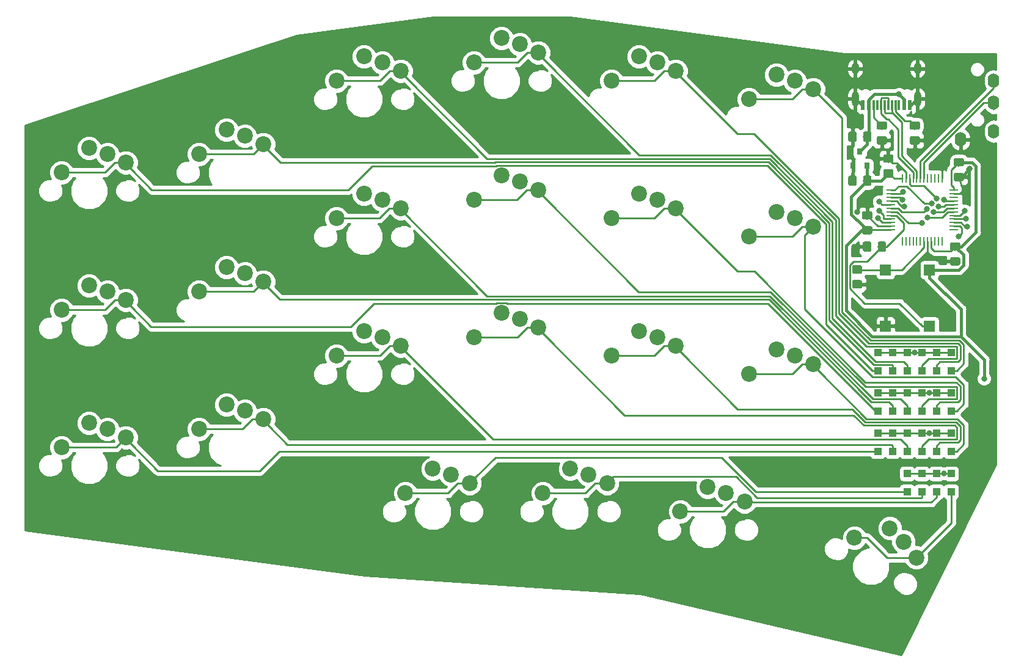
<source format=gtl>
G04 #@! TF.GenerationSoftware,KiCad,Pcbnew,5.0.2+dfsg1-1*
G04 #@! TF.CreationDate,2020-09-05T17:35:20+02:00*
G04 #@! TF.ProjectId,left,6c656674-2e6b-4696-9361-645f70636258,rev?*
G04 #@! TF.SameCoordinates,Original*
G04 #@! TF.FileFunction,Copper,L1,Top*
G04 #@! TF.FilePolarity,Positive*
%FSLAX46Y46*%
G04 Gerber Fmt 4.6, Leading zero omitted, Abs format (unit mm)*
G04 Created by KiCad (PCBNEW 5.0.2+dfsg1-1) date sam. 05 sept. 2020 17:35:20 CEST*
%MOMM*%
%LPD*%
G01*
G04 APERTURE LIST*
G04 #@! TA.AperFunction,ComponentPad*
%ADD10C,2.200000*%
G04 #@! TD*
G04 #@! TA.AperFunction,ComponentPad*
%ADD11O,1.600000X2.000000*%
G04 #@! TD*
G04 #@! TA.AperFunction,ComponentPad*
%ADD12O,1.000000X1.400000*%
G04 #@! TD*
G04 #@! TA.AperFunction,SMDPad,CuDef*
%ADD13R,1.500000X1.500000*%
G04 #@! TD*
G04 #@! TA.AperFunction,Conductor*
%ADD14C,0.100000*%
G04 #@! TD*
G04 #@! TA.AperFunction,SMDPad,CuDef*
%ADD15C,1.150000*%
G04 #@! TD*
G04 #@! TA.AperFunction,SMDPad,CuDef*
%ADD16R,1.000000X1.000000*%
G04 #@! TD*
G04 #@! TA.AperFunction,SMDPad,CuDef*
%ADD17R,1.300000X0.250000*%
G04 #@! TD*
G04 #@! TA.AperFunction,SMDPad,CuDef*
%ADD18R,0.250000X1.300000*%
G04 #@! TD*
G04 #@! TA.AperFunction,SMDPad,CuDef*
%ADD19R,0.800000X0.900000*%
G04 #@! TD*
G04 #@! TA.AperFunction,SMDPad,CuDef*
%ADD20R,0.600000X1.450000*%
G04 #@! TD*
G04 #@! TA.AperFunction,SMDPad,CuDef*
%ADD21R,0.300000X1.450000*%
G04 #@! TD*
G04 #@! TA.AperFunction,ComponentPad*
%ADD22O,1.000000X2.100000*%
G04 #@! TD*
G04 #@! TA.AperFunction,ComponentPad*
%ADD23O,1.000000X1.600000*%
G04 #@! TD*
G04 #@! TA.AperFunction,ViaPad*
%ADD24C,0.800000*%
G04 #@! TD*
G04 #@! TA.AperFunction,Conductor*
%ADD25C,0.250000*%
G04 #@! TD*
G04 #@! TA.AperFunction,Conductor*
%ADD26C,0.381000*%
G04 #@! TD*
G04 #@! TA.AperFunction,Conductor*
%ADD27C,0.254000*%
G04 #@! TD*
G04 APERTURE END LIST*
D10*
G04 #@! TO.P,SW15,1*
G04 #@! TO.N,Net-(D17-Pad2)*
X228935337Y-117530365D03*
G04 #@! TO.P,SW15,2*
G04 #@! TO.N,COL6*
X225263567Y-113464887D03*
X227170818Y-115332076D03*
G04 #@! TO.P,SW15,1*
G04 #@! TO.N,Net-(D17-Pad2)*
X220354643Y-114771853D03*
G04 #@! TD*
G04 #@! TO.P,SW4,1*
G04 #@! TO.N,Net-(D6-Pad2)*
X110490000Y-83185000D03*
G04 #@! TO.P,SW4,2*
G04 #@! TO.N,COL1*
X116840000Y-80645000D03*
X114300000Y-79825000D03*
G04 #@! TO.P,SW4,1*
G04 #@! TO.N,Net-(D6-Pad2)*
X119400000Y-81825000D03*
G04 #@! TD*
G04 #@! TO.P,SW5,1*
G04 #@! TO.N,Net-(D7-Pad2)*
X119400000Y-100875000D03*
G04 #@! TO.P,SW5,2*
G04 #@! TO.N,COL1*
X114300000Y-98875000D03*
X116840000Y-99695000D03*
G04 #@! TO.P,SW5,1*
G04 #@! TO.N,Net-(D7-Pad2)*
X110490000Y-102235000D03*
G04 #@! TD*
G04 #@! TO.P,SW7,1*
G04 #@! TO.N,Net-(D9-Pad2)*
X148590000Y-51435000D03*
G04 #@! TO.P,SW7,2*
G04 #@! TO.N,COL3*
X154940000Y-48895000D03*
X152400000Y-48075000D03*
G04 #@! TO.P,SW7,1*
G04 #@! TO.N,Net-(D9-Pad2)*
X157500000Y-50075000D03*
G04 #@! TD*
G04 #@! TO.P,SW13,1*
G04 #@! TO.N,Net-(D15-Pad2)*
X214650000Y-71665000D03*
G04 #@! TO.P,SW13,2*
G04 #@! TO.N,COL6*
X209550000Y-69665000D03*
X212090000Y-70485000D03*
G04 #@! TO.P,SW13,1*
G04 #@! TO.N,Net-(D15-Pad2)*
X205740000Y-73025000D03*
G04 #@! TD*
G04 #@! TO.P,SW8,1*
G04 #@! TO.N,Net-(D10-Pad2)*
X148590000Y-70485000D03*
G04 #@! TO.P,SW8,2*
G04 #@! TO.N,COL3*
X154940000Y-67945000D03*
X152400000Y-67125000D03*
G04 #@! TO.P,SW8,1*
G04 #@! TO.N,Net-(D10-Pad2)*
X157500000Y-69125000D03*
G04 #@! TD*
G04 #@! TO.P,SW9,1*
G04 #@! TO.N,Net-(D11-Pad2)*
X157500000Y-88175000D03*
G04 #@! TO.P,SW9,2*
G04 #@! TO.N,COL3*
X152400000Y-86175000D03*
X154940000Y-86995000D03*
G04 #@! TO.P,SW9,1*
G04 #@! TO.N,Net-(D11-Pad2)*
X148590000Y-89535000D03*
G04 #@! TD*
G04 #@! TO.P,SW10,1*
G04 #@! TO.N,Net-(D12-Pad2)*
X158115000Y-108585000D03*
G04 #@! TO.P,SW10,2*
G04 #@! TO.N,COL3*
X164465000Y-106045000D03*
X161925000Y-105225000D03*
G04 #@! TO.P,SW10,1*
G04 #@! TO.N,Net-(D12-Pad2)*
X167025000Y-107225000D03*
G04 #@! TD*
G04 #@! TO.P,SW12,1*
G04 #@! TO.N,Net-(D14-Pad2)*
X214650000Y-52615000D03*
G04 #@! TO.P,SW12,2*
G04 #@! TO.N,COL6*
X209550000Y-50615000D03*
X212090000Y-51435000D03*
G04 #@! TO.P,SW12,1*
G04 #@! TO.N,Net-(D14-Pad2)*
X205740000Y-53975000D03*
G04 #@! TD*
G04 #@! TO.P,SW14,1*
G04 #@! TO.N,Net-(D16-Pad2)*
X205740000Y-92075000D03*
G04 #@! TO.P,SW14,2*
G04 #@! TO.N,COL6*
X212090000Y-89535000D03*
X209550000Y-88715000D03*
G04 #@! TO.P,SW14,1*
G04 #@! TO.N,Net-(D16-Pad2)*
X214650000Y-90715000D03*
G04 #@! TD*
G04 #@! TO.P,SW17,1*
G04 #@! TO.N,Net-(D19-Pad2)*
X138450000Y-60235000D03*
G04 #@! TO.P,SW17,2*
G04 #@! TO.N,COL2*
X133350000Y-58235000D03*
X135890000Y-59055000D03*
G04 #@! TO.P,SW17,1*
G04 #@! TO.N,Net-(D19-Pad2)*
X129540000Y-61595000D03*
G04 #@! TD*
G04 #@! TO.P,SW18,1*
G04 #@! TO.N,Net-(D20-Pad2)*
X129540000Y-80645000D03*
G04 #@! TO.P,SW18,2*
G04 #@! TO.N,COL2*
X135890000Y-78105000D03*
X133350000Y-77285000D03*
G04 #@! TO.P,SW18,1*
G04 #@! TO.N,Net-(D20-Pad2)*
X138450000Y-79285000D03*
G04 #@! TD*
G04 #@! TO.P,SW19,1*
G04 #@! TO.N,Net-(D21-Pad2)*
X138450000Y-98335000D03*
G04 #@! TO.P,SW19,2*
G04 #@! TO.N,COL2*
X133350000Y-96335000D03*
X135890000Y-97155000D03*
G04 #@! TO.P,SW19,1*
G04 #@! TO.N,Net-(D21-Pad2)*
X129540000Y-99695000D03*
G04 #@! TD*
G04 #@! TO.P,SW21,1*
G04 #@! TO.N,Net-(D23-Pad2)*
X167640000Y-48895000D03*
G04 #@! TO.P,SW21,2*
G04 #@! TO.N,COL4*
X173990000Y-46355000D03*
X171450000Y-45535000D03*
G04 #@! TO.P,SW21,1*
G04 #@! TO.N,Net-(D23-Pad2)*
X176550000Y-47535000D03*
G04 #@! TD*
G04 #@! TO.P,SW22,1*
G04 #@! TO.N,Net-(D24-Pad2)*
X176550000Y-66585000D03*
G04 #@! TO.P,SW22,2*
G04 #@! TO.N,COL4*
X171450000Y-64585000D03*
X173990000Y-65405000D03*
G04 #@! TO.P,SW22,1*
G04 #@! TO.N,Net-(D24-Pad2)*
X167640000Y-67945000D03*
G04 #@! TD*
G04 #@! TO.P,SW23,1*
G04 #@! TO.N,Net-(D25-Pad2)*
X167640000Y-86995000D03*
G04 #@! TO.P,SW23,2*
G04 #@! TO.N,COL4*
X173990000Y-84455000D03*
X171450000Y-83635000D03*
G04 #@! TO.P,SW23,1*
G04 #@! TO.N,Net-(D25-Pad2)*
X176550000Y-85635000D03*
G04 #@! TD*
G04 #@! TO.P,SW31,1*
G04 #@! TO.N,Net-(D33-Pad2)*
X195600000Y-50075000D03*
G04 #@! TO.P,SW31,2*
G04 #@! TO.N,COL5*
X190500000Y-48075000D03*
X193040000Y-48895000D03*
G04 #@! TO.P,SW31,1*
G04 #@! TO.N,Net-(D33-Pad2)*
X186690000Y-51435000D03*
G04 #@! TD*
G04 #@! TO.P,SW32,1*
G04 #@! TO.N,Net-(D34-Pad2)*
X186690000Y-70485000D03*
G04 #@! TO.P,SW32,2*
G04 #@! TO.N,COL5*
X193040000Y-67945000D03*
X190500000Y-67125000D03*
G04 #@! TO.P,SW32,1*
G04 #@! TO.N,Net-(D34-Pad2)*
X195600000Y-69125000D03*
G04 #@! TD*
G04 #@! TO.P,SW33,1*
G04 #@! TO.N,Net-(D35-Pad2)*
X195600000Y-88175000D03*
G04 #@! TO.P,SW33,2*
G04 #@! TO.N,COL5*
X190500000Y-86175000D03*
X193040000Y-86995000D03*
G04 #@! TO.P,SW33,1*
G04 #@! TO.N,Net-(D35-Pad2)*
X186690000Y-89535000D03*
G04 #@! TD*
G04 #@! TO.P,SW34,1*
G04 #@! TO.N,Net-(D36-Pad2)*
X196215000Y-111125000D03*
G04 #@! TO.P,SW34,2*
G04 #@! TO.N,COL5*
X202565000Y-108585000D03*
X200025000Y-107765000D03*
G04 #@! TO.P,SW34,1*
G04 #@! TO.N,Net-(D36-Pad2)*
X205125000Y-109765000D03*
G04 #@! TD*
G04 #@! TO.P,SW24,1*
G04 #@! TO.N,Net-(D26-Pad2)*
X186075000Y-107225000D03*
G04 #@! TO.P,SW24,2*
G04 #@! TO.N,COL4*
X180975000Y-105225000D03*
X183515000Y-106045000D03*
G04 #@! TO.P,SW24,1*
G04 #@! TO.N,Net-(D26-Pad2)*
X177165000Y-108585000D03*
G04 #@! TD*
G04 #@! TO.P,SW3,1*
G04 #@! TO.N,Net-(D5-Pad2)*
X119400000Y-62775000D03*
G04 #@! TO.P,SW3,2*
G04 #@! TO.N,COL1*
X114300000Y-60775000D03*
X116840000Y-61595000D03*
G04 #@! TO.P,SW3,1*
G04 #@! TO.N,Net-(D5-Pad2)*
X110490000Y-64135000D03*
G04 #@! TD*
D11*
G04 #@! TO.P,J2,1*
G04 #@! TO.N,GND*
X235063000Y-59560000D03*
G04 #@! TO.P,J2,2*
G04 #@! TO.N,5V*
X239663000Y-58460000D03*
G04 #@! TO.P,J2,4*
G04 #@! TO.N,RX*
X239663000Y-51460000D03*
G04 #@! TO.P,J2,3*
G04 #@! TO.N,TX*
X239663000Y-54460000D03*
D12*
G04 #@! TO.P,J2,4*
G04 #@! TO.N,RX*
X239663000Y-51460000D03*
G04 #@! TO.P,J2,3*
G04 #@! TO.N,TX*
X239663000Y-54460000D03*
G04 #@! TO.P,J2,2*
G04 #@! TO.N,5V*
X239663000Y-58460000D03*
G04 #@! TO.P,J2,1*
G04 #@! TO.N,GND*
X235063000Y-59560000D03*
G04 #@! TD*
D13*
G04 #@! TO.P,SW1,2*
G04 #@! TO.N,3.3V*
X230759000Y-77634000D03*
G04 #@! TO.P,SW1,1*
G04 #@! TO.N,Net-(R1-Pad1)*
X230759000Y-85434000D03*
G04 #@! TD*
G04 #@! TO.P,SW2,2*
G04 #@! TO.N,Net-(C1-Pad2)*
X224663000Y-77634000D03*
G04 #@! TO.P,SW2,1*
G04 #@! TO.N,GND*
X224663000Y-85434000D03*
G04 #@! TD*
D14*
G04 #@! TO.N,5V*
G04 #@! TO.C,C7*
G36*
X222481505Y-58483204D02*
X222505773Y-58486804D01*
X222529572Y-58492765D01*
X222552671Y-58501030D01*
X222574850Y-58511520D01*
X222595893Y-58524132D01*
X222615599Y-58538747D01*
X222633777Y-58555223D01*
X222650253Y-58573401D01*
X222664868Y-58593107D01*
X222677480Y-58614150D01*
X222687970Y-58636329D01*
X222696235Y-58659428D01*
X222702196Y-58683227D01*
X222705796Y-58707495D01*
X222707000Y-58731999D01*
X222707000Y-59632001D01*
X222705796Y-59656505D01*
X222702196Y-59680773D01*
X222696235Y-59704572D01*
X222687970Y-59727671D01*
X222677480Y-59749850D01*
X222664868Y-59770893D01*
X222650253Y-59790599D01*
X222633777Y-59808777D01*
X222615599Y-59825253D01*
X222595893Y-59839868D01*
X222574850Y-59852480D01*
X222552671Y-59862970D01*
X222529572Y-59871235D01*
X222505773Y-59877196D01*
X222481505Y-59880796D01*
X222457001Y-59882000D01*
X221806999Y-59882000D01*
X221782495Y-59880796D01*
X221758227Y-59877196D01*
X221734428Y-59871235D01*
X221711329Y-59862970D01*
X221689150Y-59852480D01*
X221668107Y-59839868D01*
X221648401Y-59825253D01*
X221630223Y-59808777D01*
X221613747Y-59790599D01*
X221599132Y-59770893D01*
X221586520Y-59749850D01*
X221576030Y-59727671D01*
X221567765Y-59704572D01*
X221561804Y-59680773D01*
X221558204Y-59656505D01*
X221557000Y-59632001D01*
X221557000Y-58731999D01*
X221558204Y-58707495D01*
X221561804Y-58683227D01*
X221567765Y-58659428D01*
X221576030Y-58636329D01*
X221586520Y-58614150D01*
X221599132Y-58593107D01*
X221613747Y-58573401D01*
X221630223Y-58555223D01*
X221648401Y-58538747D01*
X221668107Y-58524132D01*
X221689150Y-58511520D01*
X221711329Y-58501030D01*
X221734428Y-58492765D01*
X221758227Y-58486804D01*
X221782495Y-58483204D01*
X221806999Y-58482000D01*
X222457001Y-58482000D01*
X222481505Y-58483204D01*
X222481505Y-58483204D01*
G37*
D15*
G04 #@! TD*
G04 #@! TO.P,C7,2*
G04 #@! TO.N,5V*
X222132000Y-59182000D03*
D14*
G04 #@! TO.N,GND*
G04 #@! TO.C,C7*
G36*
X220431505Y-58483204D02*
X220455773Y-58486804D01*
X220479572Y-58492765D01*
X220502671Y-58501030D01*
X220524850Y-58511520D01*
X220545893Y-58524132D01*
X220565599Y-58538747D01*
X220583777Y-58555223D01*
X220600253Y-58573401D01*
X220614868Y-58593107D01*
X220627480Y-58614150D01*
X220637970Y-58636329D01*
X220646235Y-58659428D01*
X220652196Y-58683227D01*
X220655796Y-58707495D01*
X220657000Y-58731999D01*
X220657000Y-59632001D01*
X220655796Y-59656505D01*
X220652196Y-59680773D01*
X220646235Y-59704572D01*
X220637970Y-59727671D01*
X220627480Y-59749850D01*
X220614868Y-59770893D01*
X220600253Y-59790599D01*
X220583777Y-59808777D01*
X220565599Y-59825253D01*
X220545893Y-59839868D01*
X220524850Y-59852480D01*
X220502671Y-59862970D01*
X220479572Y-59871235D01*
X220455773Y-59877196D01*
X220431505Y-59880796D01*
X220407001Y-59882000D01*
X219756999Y-59882000D01*
X219732495Y-59880796D01*
X219708227Y-59877196D01*
X219684428Y-59871235D01*
X219661329Y-59862970D01*
X219639150Y-59852480D01*
X219618107Y-59839868D01*
X219598401Y-59825253D01*
X219580223Y-59808777D01*
X219563747Y-59790599D01*
X219549132Y-59770893D01*
X219536520Y-59749850D01*
X219526030Y-59727671D01*
X219517765Y-59704572D01*
X219511804Y-59680773D01*
X219508204Y-59656505D01*
X219507000Y-59632001D01*
X219507000Y-58731999D01*
X219508204Y-58707495D01*
X219511804Y-58683227D01*
X219517765Y-58659428D01*
X219526030Y-58636329D01*
X219536520Y-58614150D01*
X219549132Y-58593107D01*
X219563747Y-58573401D01*
X219580223Y-58555223D01*
X219598401Y-58538747D01*
X219618107Y-58524132D01*
X219639150Y-58511520D01*
X219661329Y-58501030D01*
X219684428Y-58492765D01*
X219708227Y-58486804D01*
X219732495Y-58483204D01*
X219756999Y-58482000D01*
X220407001Y-58482000D01*
X220431505Y-58483204D01*
X220431505Y-58483204D01*
G37*
D15*
G04 #@! TD*
G04 #@! TO.P,C7,1*
G04 #@! TO.N,GND*
X220082000Y-59182000D03*
D14*
G04 #@! TO.N,3.3V*
G04 #@! TO.C,C5*
G36*
X225518505Y-63697204D02*
X225542773Y-63700804D01*
X225566572Y-63706765D01*
X225589671Y-63715030D01*
X225611850Y-63725520D01*
X225632893Y-63738132D01*
X225652599Y-63752747D01*
X225670777Y-63769223D01*
X225687253Y-63787401D01*
X225701868Y-63807107D01*
X225714480Y-63828150D01*
X225724970Y-63850329D01*
X225733235Y-63873428D01*
X225739196Y-63897227D01*
X225742796Y-63921495D01*
X225744000Y-63945999D01*
X225744000Y-64596001D01*
X225742796Y-64620505D01*
X225739196Y-64644773D01*
X225733235Y-64668572D01*
X225724970Y-64691671D01*
X225714480Y-64713850D01*
X225701868Y-64734893D01*
X225687253Y-64754599D01*
X225670777Y-64772777D01*
X225652599Y-64789253D01*
X225632893Y-64803868D01*
X225611850Y-64816480D01*
X225589671Y-64826970D01*
X225566572Y-64835235D01*
X225542773Y-64841196D01*
X225518505Y-64844796D01*
X225494001Y-64846000D01*
X224593999Y-64846000D01*
X224569495Y-64844796D01*
X224545227Y-64841196D01*
X224521428Y-64835235D01*
X224498329Y-64826970D01*
X224476150Y-64816480D01*
X224455107Y-64803868D01*
X224435401Y-64789253D01*
X224417223Y-64772777D01*
X224400747Y-64754599D01*
X224386132Y-64734893D01*
X224373520Y-64713850D01*
X224363030Y-64691671D01*
X224354765Y-64668572D01*
X224348804Y-64644773D01*
X224345204Y-64620505D01*
X224344000Y-64596001D01*
X224344000Y-63945999D01*
X224345204Y-63921495D01*
X224348804Y-63897227D01*
X224354765Y-63873428D01*
X224363030Y-63850329D01*
X224373520Y-63828150D01*
X224386132Y-63807107D01*
X224400747Y-63787401D01*
X224417223Y-63769223D01*
X224435401Y-63752747D01*
X224455107Y-63738132D01*
X224476150Y-63725520D01*
X224498329Y-63715030D01*
X224521428Y-63706765D01*
X224545227Y-63700804D01*
X224569495Y-63697204D01*
X224593999Y-63696000D01*
X225494001Y-63696000D01*
X225518505Y-63697204D01*
X225518505Y-63697204D01*
G37*
D15*
G04 #@! TD*
G04 #@! TO.P,C5,2*
G04 #@! TO.N,3.3V*
X225044000Y-64271000D03*
D14*
G04 #@! TO.N,GND*
G04 #@! TO.C,C5*
G36*
X225518505Y-61647204D02*
X225542773Y-61650804D01*
X225566572Y-61656765D01*
X225589671Y-61665030D01*
X225611850Y-61675520D01*
X225632893Y-61688132D01*
X225652599Y-61702747D01*
X225670777Y-61719223D01*
X225687253Y-61737401D01*
X225701868Y-61757107D01*
X225714480Y-61778150D01*
X225724970Y-61800329D01*
X225733235Y-61823428D01*
X225739196Y-61847227D01*
X225742796Y-61871495D01*
X225744000Y-61895999D01*
X225744000Y-62546001D01*
X225742796Y-62570505D01*
X225739196Y-62594773D01*
X225733235Y-62618572D01*
X225724970Y-62641671D01*
X225714480Y-62663850D01*
X225701868Y-62684893D01*
X225687253Y-62704599D01*
X225670777Y-62722777D01*
X225652599Y-62739253D01*
X225632893Y-62753868D01*
X225611850Y-62766480D01*
X225589671Y-62776970D01*
X225566572Y-62785235D01*
X225542773Y-62791196D01*
X225518505Y-62794796D01*
X225494001Y-62796000D01*
X224593999Y-62796000D01*
X224569495Y-62794796D01*
X224545227Y-62791196D01*
X224521428Y-62785235D01*
X224498329Y-62776970D01*
X224476150Y-62766480D01*
X224455107Y-62753868D01*
X224435401Y-62739253D01*
X224417223Y-62722777D01*
X224400747Y-62704599D01*
X224386132Y-62684893D01*
X224373520Y-62663850D01*
X224363030Y-62641671D01*
X224354765Y-62618572D01*
X224348804Y-62594773D01*
X224345204Y-62570505D01*
X224344000Y-62546001D01*
X224344000Y-61895999D01*
X224345204Y-61871495D01*
X224348804Y-61847227D01*
X224354765Y-61823428D01*
X224363030Y-61800329D01*
X224373520Y-61778150D01*
X224386132Y-61757107D01*
X224400747Y-61737401D01*
X224417223Y-61719223D01*
X224435401Y-61702747D01*
X224455107Y-61688132D01*
X224476150Y-61675520D01*
X224498329Y-61665030D01*
X224521428Y-61656765D01*
X224545227Y-61650804D01*
X224569495Y-61647204D01*
X224593999Y-61646000D01*
X225494001Y-61646000D01*
X225518505Y-61647204D01*
X225518505Y-61647204D01*
G37*
D15*
G04 #@! TD*
G04 #@! TO.P,C5,1*
G04 #@! TO.N,GND*
X225044000Y-62221000D03*
D14*
G04 #@! TO.N,3.3V*
G04 #@! TO.C,C4*
G36*
X222597505Y-71571204D02*
X222621773Y-71574804D01*
X222645572Y-71580765D01*
X222668671Y-71589030D01*
X222690850Y-71599520D01*
X222711893Y-71612132D01*
X222731599Y-71626747D01*
X222749777Y-71643223D01*
X222766253Y-71661401D01*
X222780868Y-71681107D01*
X222793480Y-71702150D01*
X222803970Y-71724329D01*
X222812235Y-71747428D01*
X222818196Y-71771227D01*
X222821796Y-71795495D01*
X222823000Y-71819999D01*
X222823000Y-72470001D01*
X222821796Y-72494505D01*
X222818196Y-72518773D01*
X222812235Y-72542572D01*
X222803970Y-72565671D01*
X222793480Y-72587850D01*
X222780868Y-72608893D01*
X222766253Y-72628599D01*
X222749777Y-72646777D01*
X222731599Y-72663253D01*
X222711893Y-72677868D01*
X222690850Y-72690480D01*
X222668671Y-72700970D01*
X222645572Y-72709235D01*
X222621773Y-72715196D01*
X222597505Y-72718796D01*
X222573001Y-72720000D01*
X221672999Y-72720000D01*
X221648495Y-72718796D01*
X221624227Y-72715196D01*
X221600428Y-72709235D01*
X221577329Y-72700970D01*
X221555150Y-72690480D01*
X221534107Y-72677868D01*
X221514401Y-72663253D01*
X221496223Y-72646777D01*
X221479747Y-72628599D01*
X221465132Y-72608893D01*
X221452520Y-72587850D01*
X221442030Y-72565671D01*
X221433765Y-72542572D01*
X221427804Y-72518773D01*
X221424204Y-72494505D01*
X221423000Y-72470001D01*
X221423000Y-71819999D01*
X221424204Y-71795495D01*
X221427804Y-71771227D01*
X221433765Y-71747428D01*
X221442030Y-71724329D01*
X221452520Y-71702150D01*
X221465132Y-71681107D01*
X221479747Y-71661401D01*
X221496223Y-71643223D01*
X221514401Y-71626747D01*
X221534107Y-71612132D01*
X221555150Y-71599520D01*
X221577329Y-71589030D01*
X221600428Y-71580765D01*
X221624227Y-71574804D01*
X221648495Y-71571204D01*
X221672999Y-71570000D01*
X222573001Y-71570000D01*
X222597505Y-71571204D01*
X222597505Y-71571204D01*
G37*
D15*
G04 #@! TD*
G04 #@! TO.P,C4,2*
G04 #@! TO.N,3.3V*
X222123000Y-72145000D03*
D14*
G04 #@! TO.N,GND*
G04 #@! TO.C,C4*
G36*
X222597505Y-69521204D02*
X222621773Y-69524804D01*
X222645572Y-69530765D01*
X222668671Y-69539030D01*
X222690850Y-69549520D01*
X222711893Y-69562132D01*
X222731599Y-69576747D01*
X222749777Y-69593223D01*
X222766253Y-69611401D01*
X222780868Y-69631107D01*
X222793480Y-69652150D01*
X222803970Y-69674329D01*
X222812235Y-69697428D01*
X222818196Y-69721227D01*
X222821796Y-69745495D01*
X222823000Y-69769999D01*
X222823000Y-70420001D01*
X222821796Y-70444505D01*
X222818196Y-70468773D01*
X222812235Y-70492572D01*
X222803970Y-70515671D01*
X222793480Y-70537850D01*
X222780868Y-70558893D01*
X222766253Y-70578599D01*
X222749777Y-70596777D01*
X222731599Y-70613253D01*
X222711893Y-70627868D01*
X222690850Y-70640480D01*
X222668671Y-70650970D01*
X222645572Y-70659235D01*
X222621773Y-70665196D01*
X222597505Y-70668796D01*
X222573001Y-70670000D01*
X221672999Y-70670000D01*
X221648495Y-70668796D01*
X221624227Y-70665196D01*
X221600428Y-70659235D01*
X221577329Y-70650970D01*
X221555150Y-70640480D01*
X221534107Y-70627868D01*
X221514401Y-70613253D01*
X221496223Y-70596777D01*
X221479747Y-70578599D01*
X221465132Y-70558893D01*
X221452520Y-70537850D01*
X221442030Y-70515671D01*
X221433765Y-70492572D01*
X221427804Y-70468773D01*
X221424204Y-70444505D01*
X221423000Y-70420001D01*
X221423000Y-69769999D01*
X221424204Y-69745495D01*
X221427804Y-69721227D01*
X221433765Y-69697428D01*
X221442030Y-69674329D01*
X221452520Y-69652150D01*
X221465132Y-69631107D01*
X221479747Y-69611401D01*
X221496223Y-69593223D01*
X221514401Y-69576747D01*
X221534107Y-69562132D01*
X221555150Y-69549520D01*
X221577329Y-69539030D01*
X221600428Y-69530765D01*
X221624227Y-69524804D01*
X221648495Y-69521204D01*
X221672999Y-69520000D01*
X222573001Y-69520000D01*
X222597505Y-69521204D01*
X222597505Y-69521204D01*
G37*
D15*
G04 #@! TD*
G04 #@! TO.P,C4,1*
G04 #@! TO.N,GND*
X222123000Y-70095000D03*
D14*
G04 #@! TO.N,3.3V*
G04 #@! TO.C,C3*
G36*
X234789505Y-73839204D02*
X234813773Y-73842804D01*
X234837572Y-73848765D01*
X234860671Y-73857030D01*
X234882850Y-73867520D01*
X234903893Y-73880132D01*
X234923599Y-73894747D01*
X234941777Y-73911223D01*
X234958253Y-73929401D01*
X234972868Y-73949107D01*
X234985480Y-73970150D01*
X234995970Y-73992329D01*
X235004235Y-74015428D01*
X235010196Y-74039227D01*
X235013796Y-74063495D01*
X235015000Y-74087999D01*
X235015000Y-74738001D01*
X235013796Y-74762505D01*
X235010196Y-74786773D01*
X235004235Y-74810572D01*
X234995970Y-74833671D01*
X234985480Y-74855850D01*
X234972868Y-74876893D01*
X234958253Y-74896599D01*
X234941777Y-74914777D01*
X234923599Y-74931253D01*
X234903893Y-74945868D01*
X234882850Y-74958480D01*
X234860671Y-74968970D01*
X234837572Y-74977235D01*
X234813773Y-74983196D01*
X234789505Y-74986796D01*
X234765001Y-74988000D01*
X233864999Y-74988000D01*
X233840495Y-74986796D01*
X233816227Y-74983196D01*
X233792428Y-74977235D01*
X233769329Y-74968970D01*
X233747150Y-74958480D01*
X233726107Y-74945868D01*
X233706401Y-74931253D01*
X233688223Y-74914777D01*
X233671747Y-74896599D01*
X233657132Y-74876893D01*
X233644520Y-74855850D01*
X233634030Y-74833671D01*
X233625765Y-74810572D01*
X233619804Y-74786773D01*
X233616204Y-74762505D01*
X233615000Y-74738001D01*
X233615000Y-74087999D01*
X233616204Y-74063495D01*
X233619804Y-74039227D01*
X233625765Y-74015428D01*
X233634030Y-73992329D01*
X233644520Y-73970150D01*
X233657132Y-73949107D01*
X233671747Y-73929401D01*
X233688223Y-73911223D01*
X233706401Y-73894747D01*
X233726107Y-73880132D01*
X233747150Y-73867520D01*
X233769329Y-73857030D01*
X233792428Y-73848765D01*
X233816227Y-73842804D01*
X233840495Y-73839204D01*
X233864999Y-73838000D01*
X234765001Y-73838000D01*
X234789505Y-73839204D01*
X234789505Y-73839204D01*
G37*
D15*
G04 #@! TD*
G04 #@! TO.P,C3,2*
G04 #@! TO.N,3.3V*
X234315000Y-74413000D03*
D14*
G04 #@! TO.N,GND*
G04 #@! TO.C,C3*
G36*
X234789505Y-75889204D02*
X234813773Y-75892804D01*
X234837572Y-75898765D01*
X234860671Y-75907030D01*
X234882850Y-75917520D01*
X234903893Y-75930132D01*
X234923599Y-75944747D01*
X234941777Y-75961223D01*
X234958253Y-75979401D01*
X234972868Y-75999107D01*
X234985480Y-76020150D01*
X234995970Y-76042329D01*
X235004235Y-76065428D01*
X235010196Y-76089227D01*
X235013796Y-76113495D01*
X235015000Y-76137999D01*
X235015000Y-76788001D01*
X235013796Y-76812505D01*
X235010196Y-76836773D01*
X235004235Y-76860572D01*
X234995970Y-76883671D01*
X234985480Y-76905850D01*
X234972868Y-76926893D01*
X234958253Y-76946599D01*
X234941777Y-76964777D01*
X234923599Y-76981253D01*
X234903893Y-76995868D01*
X234882850Y-77008480D01*
X234860671Y-77018970D01*
X234837572Y-77027235D01*
X234813773Y-77033196D01*
X234789505Y-77036796D01*
X234765001Y-77038000D01*
X233864999Y-77038000D01*
X233840495Y-77036796D01*
X233816227Y-77033196D01*
X233792428Y-77027235D01*
X233769329Y-77018970D01*
X233747150Y-77008480D01*
X233726107Y-76995868D01*
X233706401Y-76981253D01*
X233688223Y-76964777D01*
X233671747Y-76946599D01*
X233657132Y-76926893D01*
X233644520Y-76905850D01*
X233634030Y-76883671D01*
X233625765Y-76860572D01*
X233619804Y-76836773D01*
X233616204Y-76812505D01*
X233615000Y-76788001D01*
X233615000Y-76137999D01*
X233616204Y-76113495D01*
X233619804Y-76089227D01*
X233625765Y-76065428D01*
X233634030Y-76042329D01*
X233644520Y-76020150D01*
X233657132Y-75999107D01*
X233671747Y-75979401D01*
X233688223Y-75961223D01*
X233706401Y-75944747D01*
X233726107Y-75930132D01*
X233747150Y-75917520D01*
X233769329Y-75907030D01*
X233792428Y-75898765D01*
X233816227Y-75892804D01*
X233840495Y-75889204D01*
X233864999Y-75888000D01*
X234765001Y-75888000D01*
X234789505Y-75889204D01*
X234789505Y-75889204D01*
G37*
D15*
G04 #@! TD*
G04 #@! TO.P,C3,1*
G04 #@! TO.N,GND*
X234315000Y-76463000D03*
D14*
G04 #@! TO.N,3.3V*
G04 #@! TO.C,C6*
G36*
X222481505Y-64579204D02*
X222505773Y-64582804D01*
X222529572Y-64588765D01*
X222552671Y-64597030D01*
X222574850Y-64607520D01*
X222595893Y-64620132D01*
X222615599Y-64634747D01*
X222633777Y-64651223D01*
X222650253Y-64669401D01*
X222664868Y-64689107D01*
X222677480Y-64710150D01*
X222687970Y-64732329D01*
X222696235Y-64755428D01*
X222702196Y-64779227D01*
X222705796Y-64803495D01*
X222707000Y-64827999D01*
X222707000Y-65728001D01*
X222705796Y-65752505D01*
X222702196Y-65776773D01*
X222696235Y-65800572D01*
X222687970Y-65823671D01*
X222677480Y-65845850D01*
X222664868Y-65866893D01*
X222650253Y-65886599D01*
X222633777Y-65904777D01*
X222615599Y-65921253D01*
X222595893Y-65935868D01*
X222574850Y-65948480D01*
X222552671Y-65958970D01*
X222529572Y-65967235D01*
X222505773Y-65973196D01*
X222481505Y-65976796D01*
X222457001Y-65978000D01*
X221806999Y-65978000D01*
X221782495Y-65976796D01*
X221758227Y-65973196D01*
X221734428Y-65967235D01*
X221711329Y-65958970D01*
X221689150Y-65948480D01*
X221668107Y-65935868D01*
X221648401Y-65921253D01*
X221630223Y-65904777D01*
X221613747Y-65886599D01*
X221599132Y-65866893D01*
X221586520Y-65845850D01*
X221576030Y-65823671D01*
X221567765Y-65800572D01*
X221561804Y-65776773D01*
X221558204Y-65752505D01*
X221557000Y-65728001D01*
X221557000Y-64827999D01*
X221558204Y-64803495D01*
X221561804Y-64779227D01*
X221567765Y-64755428D01*
X221576030Y-64732329D01*
X221586520Y-64710150D01*
X221599132Y-64689107D01*
X221613747Y-64669401D01*
X221630223Y-64651223D01*
X221648401Y-64634747D01*
X221668107Y-64620132D01*
X221689150Y-64607520D01*
X221711329Y-64597030D01*
X221734428Y-64588765D01*
X221758227Y-64582804D01*
X221782495Y-64579204D01*
X221806999Y-64578000D01*
X222457001Y-64578000D01*
X222481505Y-64579204D01*
X222481505Y-64579204D01*
G37*
D15*
G04 #@! TD*
G04 #@! TO.P,C6,2*
G04 #@! TO.N,3.3V*
X222132000Y-65278000D03*
D14*
G04 #@! TO.N,GND*
G04 #@! TO.C,C6*
G36*
X220431505Y-64579204D02*
X220455773Y-64582804D01*
X220479572Y-64588765D01*
X220502671Y-64597030D01*
X220524850Y-64607520D01*
X220545893Y-64620132D01*
X220565599Y-64634747D01*
X220583777Y-64651223D01*
X220600253Y-64669401D01*
X220614868Y-64689107D01*
X220627480Y-64710150D01*
X220637970Y-64732329D01*
X220646235Y-64755428D01*
X220652196Y-64779227D01*
X220655796Y-64803495D01*
X220657000Y-64827999D01*
X220657000Y-65728001D01*
X220655796Y-65752505D01*
X220652196Y-65776773D01*
X220646235Y-65800572D01*
X220637970Y-65823671D01*
X220627480Y-65845850D01*
X220614868Y-65866893D01*
X220600253Y-65886599D01*
X220583777Y-65904777D01*
X220565599Y-65921253D01*
X220545893Y-65935868D01*
X220524850Y-65948480D01*
X220502671Y-65958970D01*
X220479572Y-65967235D01*
X220455773Y-65973196D01*
X220431505Y-65976796D01*
X220407001Y-65978000D01*
X219756999Y-65978000D01*
X219732495Y-65976796D01*
X219708227Y-65973196D01*
X219684428Y-65967235D01*
X219661329Y-65958970D01*
X219639150Y-65948480D01*
X219618107Y-65935868D01*
X219598401Y-65921253D01*
X219580223Y-65904777D01*
X219563747Y-65886599D01*
X219549132Y-65866893D01*
X219536520Y-65845850D01*
X219526030Y-65823671D01*
X219517765Y-65800572D01*
X219511804Y-65776773D01*
X219508204Y-65752505D01*
X219507000Y-65728001D01*
X219507000Y-64827999D01*
X219508204Y-64803495D01*
X219511804Y-64779227D01*
X219517765Y-64755428D01*
X219526030Y-64732329D01*
X219536520Y-64710150D01*
X219549132Y-64689107D01*
X219563747Y-64669401D01*
X219580223Y-64651223D01*
X219598401Y-64634747D01*
X219618107Y-64620132D01*
X219639150Y-64607520D01*
X219661329Y-64597030D01*
X219684428Y-64588765D01*
X219708227Y-64582804D01*
X219732495Y-64579204D01*
X219756999Y-64578000D01*
X220407001Y-64578000D01*
X220431505Y-64579204D01*
X220431505Y-64579204D01*
G37*
D15*
G04 #@! TD*
G04 #@! TO.P,C6,1*
G04 #@! TO.N,GND*
X220082000Y-65278000D03*
D14*
G04 #@! TO.N,Net-(C1-Pad2)*
G04 #@! TO.C,C1*
G36*
X221200505Y-77014204D02*
X221224773Y-77017804D01*
X221248572Y-77023765D01*
X221271671Y-77032030D01*
X221293850Y-77042520D01*
X221314893Y-77055132D01*
X221334599Y-77069747D01*
X221352777Y-77086223D01*
X221369253Y-77104401D01*
X221383868Y-77124107D01*
X221396480Y-77145150D01*
X221406970Y-77167329D01*
X221415235Y-77190428D01*
X221421196Y-77214227D01*
X221424796Y-77238495D01*
X221426000Y-77262999D01*
X221426000Y-77913001D01*
X221424796Y-77937505D01*
X221421196Y-77961773D01*
X221415235Y-77985572D01*
X221406970Y-78008671D01*
X221396480Y-78030850D01*
X221383868Y-78051893D01*
X221369253Y-78071599D01*
X221352777Y-78089777D01*
X221334599Y-78106253D01*
X221314893Y-78120868D01*
X221293850Y-78133480D01*
X221271671Y-78143970D01*
X221248572Y-78152235D01*
X221224773Y-78158196D01*
X221200505Y-78161796D01*
X221176001Y-78163000D01*
X220275999Y-78163000D01*
X220251495Y-78161796D01*
X220227227Y-78158196D01*
X220203428Y-78152235D01*
X220180329Y-78143970D01*
X220158150Y-78133480D01*
X220137107Y-78120868D01*
X220117401Y-78106253D01*
X220099223Y-78089777D01*
X220082747Y-78071599D01*
X220068132Y-78051893D01*
X220055520Y-78030850D01*
X220045030Y-78008671D01*
X220036765Y-77985572D01*
X220030804Y-77961773D01*
X220027204Y-77937505D01*
X220026000Y-77913001D01*
X220026000Y-77262999D01*
X220027204Y-77238495D01*
X220030804Y-77214227D01*
X220036765Y-77190428D01*
X220045030Y-77167329D01*
X220055520Y-77145150D01*
X220068132Y-77124107D01*
X220082747Y-77104401D01*
X220099223Y-77086223D01*
X220117401Y-77069747D01*
X220137107Y-77055132D01*
X220158150Y-77042520D01*
X220180329Y-77032030D01*
X220203428Y-77023765D01*
X220227227Y-77017804D01*
X220251495Y-77014204D01*
X220275999Y-77013000D01*
X221176001Y-77013000D01*
X221200505Y-77014204D01*
X221200505Y-77014204D01*
G37*
D15*
G04 #@! TD*
G04 #@! TO.P,C1,2*
G04 #@! TO.N,Net-(C1-Pad2)*
X220726000Y-77588000D03*
D14*
G04 #@! TO.N,GND*
G04 #@! TO.C,C1*
G36*
X221200505Y-79064204D02*
X221224773Y-79067804D01*
X221248572Y-79073765D01*
X221271671Y-79082030D01*
X221293850Y-79092520D01*
X221314893Y-79105132D01*
X221334599Y-79119747D01*
X221352777Y-79136223D01*
X221369253Y-79154401D01*
X221383868Y-79174107D01*
X221396480Y-79195150D01*
X221406970Y-79217329D01*
X221415235Y-79240428D01*
X221421196Y-79264227D01*
X221424796Y-79288495D01*
X221426000Y-79312999D01*
X221426000Y-79963001D01*
X221424796Y-79987505D01*
X221421196Y-80011773D01*
X221415235Y-80035572D01*
X221406970Y-80058671D01*
X221396480Y-80080850D01*
X221383868Y-80101893D01*
X221369253Y-80121599D01*
X221352777Y-80139777D01*
X221334599Y-80156253D01*
X221314893Y-80170868D01*
X221293850Y-80183480D01*
X221271671Y-80193970D01*
X221248572Y-80202235D01*
X221224773Y-80208196D01*
X221200505Y-80211796D01*
X221176001Y-80213000D01*
X220275999Y-80213000D01*
X220251495Y-80211796D01*
X220227227Y-80208196D01*
X220203428Y-80202235D01*
X220180329Y-80193970D01*
X220158150Y-80183480D01*
X220137107Y-80170868D01*
X220117401Y-80156253D01*
X220099223Y-80139777D01*
X220082747Y-80121599D01*
X220068132Y-80101893D01*
X220055520Y-80080850D01*
X220045030Y-80058671D01*
X220036765Y-80035572D01*
X220030804Y-80011773D01*
X220027204Y-79987505D01*
X220026000Y-79963001D01*
X220026000Y-79312999D01*
X220027204Y-79288495D01*
X220030804Y-79264227D01*
X220036765Y-79240428D01*
X220045030Y-79217329D01*
X220055520Y-79195150D01*
X220068132Y-79174107D01*
X220082747Y-79154401D01*
X220099223Y-79136223D01*
X220117401Y-79119747D01*
X220137107Y-79105132D01*
X220158150Y-79092520D01*
X220180329Y-79082030D01*
X220203428Y-79073765D01*
X220227227Y-79067804D01*
X220251495Y-79064204D01*
X220275999Y-79063000D01*
X221176001Y-79063000D01*
X221200505Y-79064204D01*
X221200505Y-79064204D01*
G37*
D15*
G04 #@! TD*
G04 #@! TO.P,C1,1*
G04 #@! TO.N,GND*
X220726000Y-79638000D03*
D14*
G04 #@! TO.N,3.3V*
G04 #@! TO.C,C2*
G36*
X235297505Y-62155204D02*
X235321773Y-62158804D01*
X235345572Y-62164765D01*
X235368671Y-62173030D01*
X235390850Y-62183520D01*
X235411893Y-62196132D01*
X235431599Y-62210747D01*
X235449777Y-62227223D01*
X235466253Y-62245401D01*
X235480868Y-62265107D01*
X235493480Y-62286150D01*
X235503970Y-62308329D01*
X235512235Y-62331428D01*
X235518196Y-62355227D01*
X235521796Y-62379495D01*
X235523000Y-62403999D01*
X235523000Y-63054001D01*
X235521796Y-63078505D01*
X235518196Y-63102773D01*
X235512235Y-63126572D01*
X235503970Y-63149671D01*
X235493480Y-63171850D01*
X235480868Y-63192893D01*
X235466253Y-63212599D01*
X235449777Y-63230777D01*
X235431599Y-63247253D01*
X235411893Y-63261868D01*
X235390850Y-63274480D01*
X235368671Y-63284970D01*
X235345572Y-63293235D01*
X235321773Y-63299196D01*
X235297505Y-63302796D01*
X235273001Y-63304000D01*
X234372999Y-63304000D01*
X234348495Y-63302796D01*
X234324227Y-63299196D01*
X234300428Y-63293235D01*
X234277329Y-63284970D01*
X234255150Y-63274480D01*
X234234107Y-63261868D01*
X234214401Y-63247253D01*
X234196223Y-63230777D01*
X234179747Y-63212599D01*
X234165132Y-63192893D01*
X234152520Y-63171850D01*
X234142030Y-63149671D01*
X234133765Y-63126572D01*
X234127804Y-63102773D01*
X234124204Y-63078505D01*
X234123000Y-63054001D01*
X234123000Y-62403999D01*
X234124204Y-62379495D01*
X234127804Y-62355227D01*
X234133765Y-62331428D01*
X234142030Y-62308329D01*
X234152520Y-62286150D01*
X234165132Y-62265107D01*
X234179747Y-62245401D01*
X234196223Y-62227223D01*
X234214401Y-62210747D01*
X234234107Y-62196132D01*
X234255150Y-62183520D01*
X234277329Y-62173030D01*
X234300428Y-62164765D01*
X234324227Y-62158804D01*
X234348495Y-62155204D01*
X234372999Y-62154000D01*
X235273001Y-62154000D01*
X235297505Y-62155204D01*
X235297505Y-62155204D01*
G37*
D15*
G04 #@! TD*
G04 #@! TO.P,C2,2*
G04 #@! TO.N,3.3V*
X234823000Y-62729000D03*
D14*
G04 #@! TO.N,GND*
G04 #@! TO.C,C2*
G36*
X235297505Y-64205204D02*
X235321773Y-64208804D01*
X235345572Y-64214765D01*
X235368671Y-64223030D01*
X235390850Y-64233520D01*
X235411893Y-64246132D01*
X235431599Y-64260747D01*
X235449777Y-64277223D01*
X235466253Y-64295401D01*
X235480868Y-64315107D01*
X235493480Y-64336150D01*
X235503970Y-64358329D01*
X235512235Y-64381428D01*
X235518196Y-64405227D01*
X235521796Y-64429495D01*
X235523000Y-64453999D01*
X235523000Y-65104001D01*
X235521796Y-65128505D01*
X235518196Y-65152773D01*
X235512235Y-65176572D01*
X235503970Y-65199671D01*
X235493480Y-65221850D01*
X235480868Y-65242893D01*
X235466253Y-65262599D01*
X235449777Y-65280777D01*
X235431599Y-65297253D01*
X235411893Y-65311868D01*
X235390850Y-65324480D01*
X235368671Y-65334970D01*
X235345572Y-65343235D01*
X235321773Y-65349196D01*
X235297505Y-65352796D01*
X235273001Y-65354000D01*
X234372999Y-65354000D01*
X234348495Y-65352796D01*
X234324227Y-65349196D01*
X234300428Y-65343235D01*
X234277329Y-65334970D01*
X234255150Y-65324480D01*
X234234107Y-65311868D01*
X234214401Y-65297253D01*
X234196223Y-65280777D01*
X234179747Y-65262599D01*
X234165132Y-65242893D01*
X234152520Y-65221850D01*
X234142030Y-65199671D01*
X234133765Y-65176572D01*
X234127804Y-65152773D01*
X234124204Y-65128505D01*
X234123000Y-65104001D01*
X234123000Y-64453999D01*
X234124204Y-64429495D01*
X234127804Y-64405227D01*
X234133765Y-64381428D01*
X234142030Y-64358329D01*
X234152520Y-64336150D01*
X234165132Y-64315107D01*
X234179747Y-64295401D01*
X234196223Y-64277223D01*
X234214401Y-64260747D01*
X234234107Y-64246132D01*
X234255150Y-64233520D01*
X234277329Y-64223030D01*
X234300428Y-64214765D01*
X234324227Y-64208804D01*
X234348495Y-64205204D01*
X234372999Y-64204000D01*
X235273001Y-64204000D01*
X235297505Y-64205204D01*
X235297505Y-64205204D01*
G37*
D15*
G04 #@! TD*
G04 #@! TO.P,C2,1*
G04 #@! TO.N,GND*
X234823000Y-64779000D03*
D16*
G04 #@! TO.P,D16,2*
G04 #@! TO.N,Net-(D16-Pad2)*
X233759440Y-102794927D03*
G04 #@! TO.P,D16,1*
G04 #@! TO.N,ROW3*
X233759440Y-100294927D03*
G04 #@! TD*
G04 #@! TO.P,D14,2*
G04 #@! TO.N,Net-(D14-Pad2)*
X233759440Y-91618927D03*
G04 #@! TO.P,D14,1*
G04 #@! TO.N,ROW1*
X233759440Y-89118927D03*
G04 #@! TD*
G04 #@! TO.P,D12,2*
G04 #@! TO.N,Net-(D12-Pad2)*
X227663440Y-108382927D03*
G04 #@! TO.P,D12,1*
G04 #@! TO.N,ROW4*
X227663440Y-105882927D03*
G04 #@! TD*
G04 #@! TO.P,D11,2*
G04 #@! TO.N,Net-(D11-Pad2)*
X227663440Y-102794927D03*
G04 #@! TO.P,D11,1*
G04 #@! TO.N,ROW3*
X227663440Y-100294927D03*
G04 #@! TD*
G04 #@! TO.P,D10,2*
G04 #@! TO.N,Net-(D10-Pad2)*
X227663440Y-97206927D03*
G04 #@! TO.P,D10,1*
G04 #@! TO.N,ROW2*
X227663440Y-94706927D03*
G04 #@! TD*
G04 #@! TO.P,D9,2*
G04 #@! TO.N,Net-(D9-Pad2)*
X227663440Y-91618927D03*
G04 #@! TO.P,D9,1*
G04 #@! TO.N,ROW1*
X227663440Y-89118927D03*
G04 #@! TD*
G04 #@! TO.P,D7,2*
G04 #@! TO.N,Net-(D7-Pad2)*
X223599440Y-102794927D03*
G04 #@! TO.P,D7,1*
G04 #@! TO.N,ROW3*
X223599440Y-100294927D03*
G04 #@! TD*
G04 #@! TO.P,D6,2*
G04 #@! TO.N,Net-(D6-Pad2)*
X223599440Y-97206927D03*
G04 #@! TO.P,D6,1*
G04 #@! TO.N,ROW2*
X223599440Y-94706927D03*
G04 #@! TD*
G04 #@! TO.P,D5,2*
G04 #@! TO.N,Net-(D5-Pad2)*
X223599440Y-91618927D03*
G04 #@! TO.P,D5,1*
G04 #@! TO.N,ROW1*
X223599440Y-89118927D03*
G04 #@! TD*
G04 #@! TO.P,D36,2*
G04 #@! TO.N,Net-(D36-Pad2)*
X231727440Y-108382927D03*
G04 #@! TO.P,D36,1*
G04 #@! TO.N,ROW4*
X231727440Y-105882927D03*
G04 #@! TD*
G04 #@! TO.P,D15,2*
G04 #@! TO.N,Net-(D15-Pad2)*
X233759440Y-97206927D03*
G04 #@! TO.P,D15,1*
G04 #@! TO.N,ROW2*
X233759440Y-94706927D03*
G04 #@! TD*
G04 #@! TO.P,D35,2*
G04 #@! TO.N,Net-(D35-Pad2)*
X231727440Y-102794927D03*
G04 #@! TO.P,D35,1*
G04 #@! TO.N,ROW3*
X231727440Y-100294927D03*
G04 #@! TD*
G04 #@! TO.P,D34,2*
G04 #@! TO.N,Net-(D34-Pad2)*
X231727440Y-97206927D03*
G04 #@! TO.P,D34,1*
G04 #@! TO.N,ROW2*
X231727440Y-94706927D03*
G04 #@! TD*
G04 #@! TO.P,D33,2*
G04 #@! TO.N,Net-(D33-Pad2)*
X231727440Y-91618927D03*
G04 #@! TO.P,D33,1*
G04 #@! TO.N,ROW1*
X231727440Y-89118927D03*
G04 #@! TD*
G04 #@! TO.P,D26,2*
G04 #@! TO.N,Net-(D26-Pad2)*
X229695440Y-108382927D03*
G04 #@! TO.P,D26,1*
G04 #@! TO.N,ROW4*
X229695440Y-105882927D03*
G04 #@! TD*
G04 #@! TO.P,D25,2*
G04 #@! TO.N,Net-(D25-Pad2)*
X229695440Y-102794927D03*
G04 #@! TO.P,D25,1*
G04 #@! TO.N,ROW3*
X229695440Y-100294927D03*
G04 #@! TD*
G04 #@! TO.P,D24,2*
G04 #@! TO.N,Net-(D24-Pad2)*
X229695440Y-97206927D03*
G04 #@! TO.P,D24,1*
G04 #@! TO.N,ROW2*
X229695440Y-94706927D03*
G04 #@! TD*
G04 #@! TO.P,D23,2*
G04 #@! TO.N,Net-(D23-Pad2)*
X229695440Y-91618927D03*
G04 #@! TO.P,D23,1*
G04 #@! TO.N,ROW1*
X229695440Y-89118927D03*
G04 #@! TD*
G04 #@! TO.P,D21,2*
G04 #@! TO.N,Net-(D21-Pad2)*
X225631440Y-102794927D03*
G04 #@! TO.P,D21,1*
G04 #@! TO.N,ROW3*
X225631440Y-100294927D03*
G04 #@! TD*
G04 #@! TO.P,D20,2*
G04 #@! TO.N,Net-(D20-Pad2)*
X225631440Y-97206927D03*
G04 #@! TO.P,D20,1*
G04 #@! TO.N,ROW2*
X225631440Y-94706927D03*
G04 #@! TD*
G04 #@! TO.P,D19,2*
G04 #@! TO.N,Net-(D19-Pad2)*
X225631440Y-91618927D03*
G04 #@! TO.P,D19,1*
G04 #@! TO.N,ROW1*
X225631440Y-89118927D03*
G04 #@! TD*
G04 #@! TO.P,D17,2*
G04 #@! TO.N,Net-(D17-Pad2)*
X233759440Y-108382927D03*
G04 #@! TO.P,D17,1*
G04 #@! TO.N,ROW4*
X233759440Y-105882927D03*
G04 #@! TD*
D17*
G04 #@! TO.P,U1,48*
G04 #@! TO.N,3.3V*
X225393000Y-72092000D03*
G04 #@! TO.P,U1,47*
G04 #@! TO.N,GND*
X225393000Y-71592000D03*
G04 #@! TO.P,U1,46*
G04 #@! TO.N,COL6*
X225393000Y-71092000D03*
G04 #@! TO.P,U1,45*
G04 #@! TO.N,COL5*
X225393000Y-70592000D03*
G04 #@! TO.P,U1,44*
G04 #@! TO.N,Net-(R1-Pad1)*
X225393000Y-70092000D03*
G04 #@! TO.P,U1,43*
G04 #@! TO.N,PB7*
X225393000Y-69592000D03*
G04 #@! TO.P,U1,42*
G04 #@! TO.N,PB6*
X225393000Y-69092000D03*
G04 #@! TO.P,U1,41*
G04 #@! TO.N,COL4*
X225393000Y-68592000D03*
G04 #@! TO.P,U1,40*
G04 #@! TO.N,COL3*
X225393000Y-68092000D03*
G04 #@! TO.P,U1,39*
G04 #@! TO.N,COL2*
X225393000Y-67592000D03*
G04 #@! TO.P,U1,38*
G04 #@! TO.N,COL1*
X225393000Y-67092000D03*
G04 #@! TO.P,U1,37*
G04 #@! TO.N,SWDCLK*
X225393000Y-66592000D03*
D18*
G04 #@! TO.P,U1,36*
G04 #@! TO.N,3.3V*
X226993000Y-64992000D03*
G04 #@! TO.P,U1,35*
G04 #@! TO.N,GND*
X227493000Y-64992000D03*
G04 #@! TO.P,U1,34*
G04 #@! TO.N,SWDIO*
X227993000Y-64992000D03*
G04 #@! TO.P,U1,33*
G04 #@! TO.N,D+*
X228493000Y-64992000D03*
G04 #@! TO.P,U1,32*
G04 #@! TO.N,D-*
X228993000Y-64992000D03*
G04 #@! TO.P,U1,31*
G04 #@! TO.N,RX*
X229493000Y-64992000D03*
G04 #@! TO.P,U1,30*
G04 #@! TO.N,TX*
X229993000Y-64992000D03*
G04 #@! TO.P,U1,29*
G04 #@! TO.N,Net-(U1-Pad29)*
X230493000Y-64992000D03*
G04 #@! TO.P,U1,28*
G04 #@! TO.N,Net-(U1-Pad28)*
X230993000Y-64992000D03*
G04 #@! TO.P,U1,27*
G04 #@! TO.N,Net-(U1-Pad27)*
X231493000Y-64992000D03*
G04 #@! TO.P,U1,26*
G04 #@! TO.N,Net-(U1-Pad26)*
X231993000Y-64992000D03*
G04 #@! TO.P,U1,25*
G04 #@! TO.N,GND*
X232493000Y-64992000D03*
D17*
G04 #@! TO.P,U1,24*
G04 #@! TO.N,3.3V*
X234093000Y-66592000D03*
G04 #@! TO.P,U1,23*
G04 #@! TO.N,GND*
X234093000Y-67092000D03*
G04 #@! TO.P,U1,22*
G04 #@! TO.N,Net-(U1-Pad22)*
X234093000Y-67592000D03*
G04 #@! TO.P,U1,21*
G04 #@! TO.N,ROW4*
X234093000Y-68092000D03*
G04 #@! TO.P,U1,20*
G04 #@! TO.N,ROW3*
X234093000Y-68592000D03*
G04 #@! TO.P,U1,19*
G04 #@! TO.N,ROW2*
X234093000Y-69092000D03*
G04 #@! TO.P,U1,18*
G04 #@! TO.N,ROW1*
X234093000Y-69592000D03*
G04 #@! TO.P,U1,17*
G04 #@! TO.N,PA7*
X234093000Y-70092000D03*
G04 #@! TO.P,U1,16*
G04 #@! TO.N,PA6*
X234093000Y-70592000D03*
G04 #@! TO.P,U1,15*
G04 #@! TO.N,PA5*
X234093000Y-71092000D03*
G04 #@! TO.P,U1,14*
G04 #@! TO.N,PA4*
X234093000Y-71592000D03*
G04 #@! TO.P,U1,13*
G04 #@! TO.N,Net-(U1-Pad13)*
X234093000Y-72092000D03*
D18*
G04 #@! TO.P,U1,12*
G04 #@! TO.N,Net-(U1-Pad12)*
X232493000Y-73692000D03*
G04 #@! TO.P,U1,11*
G04 #@! TO.N,Net-(U1-Pad11)*
X231993000Y-73692000D03*
G04 #@! TO.P,U1,10*
G04 #@! TO.N,Net-(U1-Pad10)*
X231493000Y-73692000D03*
G04 #@! TO.P,U1,9*
G04 #@! TO.N,3.3V*
X230993000Y-73692000D03*
G04 #@! TO.P,U1,8*
G04 #@! TO.N,GND*
X230493000Y-73692000D03*
G04 #@! TO.P,U1,7*
G04 #@! TO.N,Net-(C1-Pad2)*
X229993000Y-73692000D03*
G04 #@! TO.P,U1,6*
G04 #@! TO.N,Net-(U1-Pad6)*
X229493000Y-73692000D03*
G04 #@! TO.P,U1,5*
G04 #@! TO.N,Net-(U1-Pad5)*
X228993000Y-73692000D03*
G04 #@! TO.P,U1,4*
G04 #@! TO.N,Net-(U1-Pad4)*
X228493000Y-73692000D03*
G04 #@! TO.P,U1,3*
G04 #@! TO.N,Net-(U1-Pad3)*
X227993000Y-73692000D03*
G04 #@! TO.P,U1,2*
G04 #@! TO.N,Net-(U1-Pad2)*
X227493000Y-73692000D03*
G04 #@! TO.P,U1,1*
G04 #@! TO.N,VBAT*
X226993000Y-73692000D03*
G04 #@! TD*
D19*
G04 #@! TO.P,U2,3*
G04 #@! TO.N,5V*
X221107000Y-61230000D03*
G04 #@! TO.P,U2,2*
G04 #@! TO.N,3.3V*
X222057000Y-63230000D03*
G04 #@! TO.P,U2,1*
G04 #@! TO.N,GND*
X220157000Y-63230000D03*
G04 #@! TD*
D14*
G04 #@! TO.N,GND*
G04 #@! TO.C,R1*
G36*
X222454505Y-73723204D02*
X222478773Y-73726804D01*
X222502572Y-73732765D01*
X222525671Y-73741030D01*
X222547850Y-73751520D01*
X222568893Y-73764132D01*
X222588599Y-73778747D01*
X222606777Y-73795223D01*
X222623253Y-73813401D01*
X222637868Y-73833107D01*
X222650480Y-73854150D01*
X222660970Y-73876329D01*
X222669235Y-73899428D01*
X222675196Y-73923227D01*
X222678796Y-73947495D01*
X222680000Y-73971999D01*
X222680000Y-74872001D01*
X222678796Y-74896505D01*
X222675196Y-74920773D01*
X222669235Y-74944572D01*
X222660970Y-74967671D01*
X222650480Y-74989850D01*
X222637868Y-75010893D01*
X222623253Y-75030599D01*
X222606777Y-75048777D01*
X222588599Y-75065253D01*
X222568893Y-75079868D01*
X222547850Y-75092480D01*
X222525671Y-75102970D01*
X222502572Y-75111235D01*
X222478773Y-75117196D01*
X222454505Y-75120796D01*
X222430001Y-75122000D01*
X221779999Y-75122000D01*
X221755495Y-75120796D01*
X221731227Y-75117196D01*
X221707428Y-75111235D01*
X221684329Y-75102970D01*
X221662150Y-75092480D01*
X221641107Y-75079868D01*
X221621401Y-75065253D01*
X221603223Y-75048777D01*
X221586747Y-75030599D01*
X221572132Y-75010893D01*
X221559520Y-74989850D01*
X221549030Y-74967671D01*
X221540765Y-74944572D01*
X221534804Y-74920773D01*
X221531204Y-74896505D01*
X221530000Y-74872001D01*
X221530000Y-73971999D01*
X221531204Y-73947495D01*
X221534804Y-73923227D01*
X221540765Y-73899428D01*
X221549030Y-73876329D01*
X221559520Y-73854150D01*
X221572132Y-73833107D01*
X221586747Y-73813401D01*
X221603223Y-73795223D01*
X221621401Y-73778747D01*
X221641107Y-73764132D01*
X221662150Y-73751520D01*
X221684329Y-73741030D01*
X221707428Y-73732765D01*
X221731227Y-73726804D01*
X221755495Y-73723204D01*
X221779999Y-73722000D01*
X222430001Y-73722000D01*
X222454505Y-73723204D01*
X222454505Y-73723204D01*
G37*
D15*
G04 #@! TD*
G04 #@! TO.P,R1,2*
G04 #@! TO.N,GND*
X222105000Y-74422000D03*
D14*
G04 #@! TO.N,Net-(R1-Pad1)*
G04 #@! TO.C,R1*
G36*
X224504505Y-73723204D02*
X224528773Y-73726804D01*
X224552572Y-73732765D01*
X224575671Y-73741030D01*
X224597850Y-73751520D01*
X224618893Y-73764132D01*
X224638599Y-73778747D01*
X224656777Y-73795223D01*
X224673253Y-73813401D01*
X224687868Y-73833107D01*
X224700480Y-73854150D01*
X224710970Y-73876329D01*
X224719235Y-73899428D01*
X224725196Y-73923227D01*
X224728796Y-73947495D01*
X224730000Y-73971999D01*
X224730000Y-74872001D01*
X224728796Y-74896505D01*
X224725196Y-74920773D01*
X224719235Y-74944572D01*
X224710970Y-74967671D01*
X224700480Y-74989850D01*
X224687868Y-75010893D01*
X224673253Y-75030599D01*
X224656777Y-75048777D01*
X224638599Y-75065253D01*
X224618893Y-75079868D01*
X224597850Y-75092480D01*
X224575671Y-75102970D01*
X224552572Y-75111235D01*
X224528773Y-75117196D01*
X224504505Y-75120796D01*
X224480001Y-75122000D01*
X223829999Y-75122000D01*
X223805495Y-75120796D01*
X223781227Y-75117196D01*
X223757428Y-75111235D01*
X223734329Y-75102970D01*
X223712150Y-75092480D01*
X223691107Y-75079868D01*
X223671401Y-75065253D01*
X223653223Y-75048777D01*
X223636747Y-75030599D01*
X223622132Y-75010893D01*
X223609520Y-74989850D01*
X223599030Y-74967671D01*
X223590765Y-74944572D01*
X223584804Y-74920773D01*
X223581204Y-74896505D01*
X223580000Y-74872001D01*
X223580000Y-73971999D01*
X223581204Y-73947495D01*
X223584804Y-73923227D01*
X223590765Y-73899428D01*
X223599030Y-73876329D01*
X223609520Y-73854150D01*
X223622132Y-73833107D01*
X223636747Y-73813401D01*
X223653223Y-73795223D01*
X223671401Y-73778747D01*
X223691107Y-73764132D01*
X223712150Y-73751520D01*
X223734329Y-73741030D01*
X223757428Y-73732765D01*
X223781227Y-73726804D01*
X223805495Y-73723204D01*
X223829999Y-73722000D01*
X224480001Y-73722000D01*
X224504505Y-73723204D01*
X224504505Y-73723204D01*
G37*
D15*
G04 #@! TD*
G04 #@! TO.P,R1,1*
G04 #@! TO.N,Net-(R1-Pad1)*
X224155000Y-74422000D03*
D14*
G04 #@! TO.N,GND*
G04 #@! TO.C,R6*
G36*
X224629505Y-59125204D02*
X224653773Y-59128804D01*
X224677572Y-59134765D01*
X224700671Y-59143030D01*
X224722850Y-59153520D01*
X224743893Y-59166132D01*
X224763599Y-59180747D01*
X224781777Y-59197223D01*
X224798253Y-59215401D01*
X224812868Y-59235107D01*
X224825480Y-59256150D01*
X224835970Y-59278329D01*
X224844235Y-59301428D01*
X224850196Y-59325227D01*
X224853796Y-59349495D01*
X224855000Y-59373999D01*
X224855000Y-60024001D01*
X224853796Y-60048505D01*
X224850196Y-60072773D01*
X224844235Y-60096572D01*
X224835970Y-60119671D01*
X224825480Y-60141850D01*
X224812868Y-60162893D01*
X224798253Y-60182599D01*
X224781777Y-60200777D01*
X224763599Y-60217253D01*
X224743893Y-60231868D01*
X224722850Y-60244480D01*
X224700671Y-60254970D01*
X224677572Y-60263235D01*
X224653773Y-60269196D01*
X224629505Y-60272796D01*
X224605001Y-60274000D01*
X223704999Y-60274000D01*
X223680495Y-60272796D01*
X223656227Y-60269196D01*
X223632428Y-60263235D01*
X223609329Y-60254970D01*
X223587150Y-60244480D01*
X223566107Y-60231868D01*
X223546401Y-60217253D01*
X223528223Y-60200777D01*
X223511747Y-60182599D01*
X223497132Y-60162893D01*
X223484520Y-60141850D01*
X223474030Y-60119671D01*
X223465765Y-60096572D01*
X223459804Y-60072773D01*
X223456204Y-60048505D01*
X223455000Y-60024001D01*
X223455000Y-59373999D01*
X223456204Y-59349495D01*
X223459804Y-59325227D01*
X223465765Y-59301428D01*
X223474030Y-59278329D01*
X223484520Y-59256150D01*
X223497132Y-59235107D01*
X223511747Y-59215401D01*
X223528223Y-59197223D01*
X223546401Y-59180747D01*
X223566107Y-59166132D01*
X223587150Y-59153520D01*
X223609329Y-59143030D01*
X223632428Y-59134765D01*
X223656227Y-59128804D01*
X223680495Y-59125204D01*
X223704999Y-59124000D01*
X224605001Y-59124000D01*
X224629505Y-59125204D01*
X224629505Y-59125204D01*
G37*
D15*
G04 #@! TD*
G04 #@! TO.P,R6,2*
G04 #@! TO.N,GND*
X224155000Y-59699000D03*
D14*
G04 #@! TO.N,Net-(J1-PadB5)*
G04 #@! TO.C,R6*
G36*
X224629505Y-57075204D02*
X224653773Y-57078804D01*
X224677572Y-57084765D01*
X224700671Y-57093030D01*
X224722850Y-57103520D01*
X224743893Y-57116132D01*
X224763599Y-57130747D01*
X224781777Y-57147223D01*
X224798253Y-57165401D01*
X224812868Y-57185107D01*
X224825480Y-57206150D01*
X224835970Y-57228329D01*
X224844235Y-57251428D01*
X224850196Y-57275227D01*
X224853796Y-57299495D01*
X224855000Y-57323999D01*
X224855000Y-57974001D01*
X224853796Y-57998505D01*
X224850196Y-58022773D01*
X224844235Y-58046572D01*
X224835970Y-58069671D01*
X224825480Y-58091850D01*
X224812868Y-58112893D01*
X224798253Y-58132599D01*
X224781777Y-58150777D01*
X224763599Y-58167253D01*
X224743893Y-58181868D01*
X224722850Y-58194480D01*
X224700671Y-58204970D01*
X224677572Y-58213235D01*
X224653773Y-58219196D01*
X224629505Y-58222796D01*
X224605001Y-58224000D01*
X223704999Y-58224000D01*
X223680495Y-58222796D01*
X223656227Y-58219196D01*
X223632428Y-58213235D01*
X223609329Y-58204970D01*
X223587150Y-58194480D01*
X223566107Y-58181868D01*
X223546401Y-58167253D01*
X223528223Y-58150777D01*
X223511747Y-58132599D01*
X223497132Y-58112893D01*
X223484520Y-58091850D01*
X223474030Y-58069671D01*
X223465765Y-58046572D01*
X223459804Y-58022773D01*
X223456204Y-57998505D01*
X223455000Y-57974001D01*
X223455000Y-57323999D01*
X223456204Y-57299495D01*
X223459804Y-57275227D01*
X223465765Y-57251428D01*
X223474030Y-57228329D01*
X223484520Y-57206150D01*
X223497132Y-57185107D01*
X223511747Y-57165401D01*
X223528223Y-57147223D01*
X223546401Y-57130747D01*
X223566107Y-57116132D01*
X223587150Y-57103520D01*
X223609329Y-57093030D01*
X223632428Y-57084765D01*
X223656227Y-57078804D01*
X223680495Y-57075204D01*
X223704999Y-57074000D01*
X224605001Y-57074000D01*
X224629505Y-57075204D01*
X224629505Y-57075204D01*
G37*
D15*
G04 #@! TD*
G04 #@! TO.P,R6,1*
G04 #@! TO.N,Net-(J1-PadB5)*
X224155000Y-57649000D03*
D14*
G04 #@! TO.N,GND*
G04 #@! TO.C,R7*
G36*
X229201505Y-59125204D02*
X229225773Y-59128804D01*
X229249572Y-59134765D01*
X229272671Y-59143030D01*
X229294850Y-59153520D01*
X229315893Y-59166132D01*
X229335599Y-59180747D01*
X229353777Y-59197223D01*
X229370253Y-59215401D01*
X229384868Y-59235107D01*
X229397480Y-59256150D01*
X229407970Y-59278329D01*
X229416235Y-59301428D01*
X229422196Y-59325227D01*
X229425796Y-59349495D01*
X229427000Y-59373999D01*
X229427000Y-60024001D01*
X229425796Y-60048505D01*
X229422196Y-60072773D01*
X229416235Y-60096572D01*
X229407970Y-60119671D01*
X229397480Y-60141850D01*
X229384868Y-60162893D01*
X229370253Y-60182599D01*
X229353777Y-60200777D01*
X229335599Y-60217253D01*
X229315893Y-60231868D01*
X229294850Y-60244480D01*
X229272671Y-60254970D01*
X229249572Y-60263235D01*
X229225773Y-60269196D01*
X229201505Y-60272796D01*
X229177001Y-60274000D01*
X228276999Y-60274000D01*
X228252495Y-60272796D01*
X228228227Y-60269196D01*
X228204428Y-60263235D01*
X228181329Y-60254970D01*
X228159150Y-60244480D01*
X228138107Y-60231868D01*
X228118401Y-60217253D01*
X228100223Y-60200777D01*
X228083747Y-60182599D01*
X228069132Y-60162893D01*
X228056520Y-60141850D01*
X228046030Y-60119671D01*
X228037765Y-60096572D01*
X228031804Y-60072773D01*
X228028204Y-60048505D01*
X228027000Y-60024001D01*
X228027000Y-59373999D01*
X228028204Y-59349495D01*
X228031804Y-59325227D01*
X228037765Y-59301428D01*
X228046030Y-59278329D01*
X228056520Y-59256150D01*
X228069132Y-59235107D01*
X228083747Y-59215401D01*
X228100223Y-59197223D01*
X228118401Y-59180747D01*
X228138107Y-59166132D01*
X228159150Y-59153520D01*
X228181329Y-59143030D01*
X228204428Y-59134765D01*
X228228227Y-59128804D01*
X228252495Y-59125204D01*
X228276999Y-59124000D01*
X229177001Y-59124000D01*
X229201505Y-59125204D01*
X229201505Y-59125204D01*
G37*
D15*
G04 #@! TD*
G04 #@! TO.P,R7,2*
G04 #@! TO.N,GND*
X228727000Y-59699000D03*
D14*
G04 #@! TO.N,Net-(J1-PadA5)*
G04 #@! TO.C,R7*
G36*
X229201505Y-57075204D02*
X229225773Y-57078804D01*
X229249572Y-57084765D01*
X229272671Y-57093030D01*
X229294850Y-57103520D01*
X229315893Y-57116132D01*
X229335599Y-57130747D01*
X229353777Y-57147223D01*
X229370253Y-57165401D01*
X229384868Y-57185107D01*
X229397480Y-57206150D01*
X229407970Y-57228329D01*
X229416235Y-57251428D01*
X229422196Y-57275227D01*
X229425796Y-57299495D01*
X229427000Y-57323999D01*
X229427000Y-57974001D01*
X229425796Y-57998505D01*
X229422196Y-58022773D01*
X229416235Y-58046572D01*
X229407970Y-58069671D01*
X229397480Y-58091850D01*
X229384868Y-58112893D01*
X229370253Y-58132599D01*
X229353777Y-58150777D01*
X229335599Y-58167253D01*
X229315893Y-58181868D01*
X229294850Y-58194480D01*
X229272671Y-58204970D01*
X229249572Y-58213235D01*
X229225773Y-58219196D01*
X229201505Y-58222796D01*
X229177001Y-58224000D01*
X228276999Y-58224000D01*
X228252495Y-58222796D01*
X228228227Y-58219196D01*
X228204428Y-58213235D01*
X228181329Y-58204970D01*
X228159150Y-58194480D01*
X228138107Y-58181868D01*
X228118401Y-58167253D01*
X228100223Y-58150777D01*
X228083747Y-58132599D01*
X228069132Y-58112893D01*
X228056520Y-58091850D01*
X228046030Y-58069671D01*
X228037765Y-58046572D01*
X228031804Y-58022773D01*
X228028204Y-57998505D01*
X228027000Y-57974001D01*
X228027000Y-57323999D01*
X228028204Y-57299495D01*
X228031804Y-57275227D01*
X228037765Y-57251428D01*
X228046030Y-57228329D01*
X228056520Y-57206150D01*
X228069132Y-57185107D01*
X228083747Y-57165401D01*
X228100223Y-57147223D01*
X228118401Y-57130747D01*
X228138107Y-57116132D01*
X228159150Y-57103520D01*
X228181329Y-57093030D01*
X228204428Y-57084765D01*
X228228227Y-57078804D01*
X228252495Y-57075204D01*
X228276999Y-57074000D01*
X229177001Y-57074000D01*
X229201505Y-57075204D01*
X229201505Y-57075204D01*
G37*
D15*
G04 #@! TD*
G04 #@! TO.P,R7,1*
G04 #@! TO.N,Net-(J1-PadA5)*
X228727000Y-57649000D03*
D20*
G04 #@! TO.P,J1,B1*
G04 #@! TO.N,GND*
X221540000Y-54845000D03*
G04 #@! TO.P,J1,A9*
G04 #@! TO.N,5V*
X222340000Y-54845000D03*
G04 #@! TO.P,J1,B9*
X227240000Y-54845000D03*
G04 #@! TO.P,J1,B12*
G04 #@! TO.N,GND*
X228040000Y-54845000D03*
G04 #@! TO.P,J1,A1*
X228040000Y-54845000D03*
G04 #@! TO.P,J1,A4*
G04 #@! TO.N,5V*
X227240000Y-54845000D03*
G04 #@! TO.P,J1,B4*
X222340000Y-54845000D03*
G04 #@! TO.P,J1,A12*
G04 #@! TO.N,GND*
X221540000Y-54845000D03*
D21*
G04 #@! TO.P,J1,B8*
G04 #@! TO.N,Net-(J1-PadB8)*
X226540000Y-54845000D03*
G04 #@! TO.P,J1,A5*
G04 #@! TO.N,Net-(J1-PadA5)*
X226040000Y-54845000D03*
G04 #@! TO.P,J1,B7*
G04 #@! TO.N,D-*
X225540000Y-54845000D03*
G04 #@! TO.P,J1,A7*
X224540000Y-54845000D03*
G04 #@! TO.P,J1,B6*
G04 #@! TO.N,D+*
X224040000Y-54845000D03*
G04 #@! TO.P,J1,A8*
G04 #@! TO.N,Net-(J1-PadA8)*
X223540000Y-54845000D03*
G04 #@! TO.P,J1,B5*
G04 #@! TO.N,Net-(J1-PadB5)*
X223040000Y-54845000D03*
G04 #@! TO.P,J1,A6*
G04 #@! TO.N,D+*
X225040000Y-54845000D03*
D22*
G04 #@! TO.P,J1,S1*
G04 #@! TO.N,GND*
X220470000Y-53930000D03*
X229110000Y-53930000D03*
D23*
X229110000Y-49750000D03*
X220470000Y-49750000D03*
G04 #@! TD*
D24*
G04 #@! TO.N,GND*
X220345000Y-74422000D03*
X221996000Y-83947000D03*
X227965000Y-80137000D03*
X235712000Y-81280000D03*
X238252000Y-71755000D03*
X236347000Y-63627000D03*
X220726000Y-69596000D03*
X223520000Y-61214000D03*
X230505000Y-59690000D03*
G04 #@! TO.N,5V*
X226507489Y-53279489D03*
G04 #@! TO.N,3.3V*
X238315000Y-92710000D03*
G04 #@! TO.N,PA4*
X234823000Y-73025000D03*
G04 #@! TO.N,PA5*
X235966000Y-71628000D03*
G04 #@! TO.N,PA6*
X235819000Y-70592000D03*
G04 #@! TO.N,PA7*
X235616000Y-69469000D03*
G04 #@! TO.N,ROW1*
X230505000Y-70358000D03*
X228727000Y-89118927D03*
G04 #@! TO.N,ROW2*
X230759000Y-94706927D03*
X231295661Y-69612394D03*
G04 #@! TO.N,ROW3*
X230759000Y-100294927D03*
X232035892Y-68843108D03*
G04 #@! TO.N,ROW4*
X232791000Y-105882927D03*
X232727096Y-67934685D03*
G04 #@! TO.N,SWDIO*
X231733288Y-67744851D03*
G04 #@! TO.N,SWDCLK*
X231039426Y-68464974D03*
G04 #@! TO.N,COL1*
X227075996Y-66802000D03*
G04 #@! TO.N,COL2*
X227035097Y-67928177D03*
G04 #@! TO.N,COL3*
X227296223Y-68893494D03*
G04 #@! TO.N,COL4*
X223773988Y-68199000D03*
G04 #@! TO.N,PB6*
X230377996Y-69215000D03*
G04 #@! TO.N,PB7*
X229743000Y-71120000D03*
G04 #@! TO.N,COL5*
X223830091Y-69450510D03*
G04 #@! TO.N,COL6*
X223647000Y-70484902D03*
G04 #@! TD*
D25*
G04 #@! TO.N,GND*
X227913000Y-54972000D02*
X228068000Y-54972000D01*
X230493000Y-73692000D02*
X230493000Y-75426000D01*
X235331000Y-66714002D02*
X235331000Y-66302999D01*
X234093000Y-67092000D02*
X234953002Y-67092000D01*
X234953002Y-67092000D02*
X235331000Y-66714002D01*
X235331000Y-66302999D02*
X234823000Y-64779000D01*
X223620000Y-71592000D02*
X223529000Y-71501000D01*
X225393000Y-71592000D02*
X223620000Y-71592000D01*
X223529000Y-71501000D02*
X222123000Y-70095000D01*
X234823000Y-64779000D02*
X234823000Y-64779000D01*
X226245372Y-62844372D02*
X225667372Y-62844372D01*
X225667372Y-62844372D02*
X225044000Y-62221000D01*
X227493000Y-64092000D02*
X226245372Y-62844372D01*
X227493000Y-64992000D02*
X227493000Y-64092000D01*
X232493000Y-64992000D02*
X232493000Y-63583000D01*
D26*
X221385000Y-54845000D02*
X220470000Y-53930000D01*
X221540000Y-54845000D02*
X221385000Y-54845000D01*
X235195000Y-64779000D02*
X236347000Y-63627000D01*
X234823000Y-64779000D02*
X235195000Y-64779000D01*
X228195000Y-54845000D02*
X229110000Y-53930000D01*
X228040000Y-54845000D02*
X228195000Y-54845000D01*
G04 #@! TO.N,5V*
X227240000Y-54012000D02*
X227240000Y-54845000D01*
X226507489Y-53279489D02*
X226507489Y-53279489D01*
X223079453Y-53279489D02*
X226507489Y-53279489D01*
X222340000Y-54018942D02*
X223079453Y-53279489D01*
X222340000Y-54845000D02*
X222340000Y-54018942D01*
X226507489Y-53279489D02*
X227240000Y-54012000D01*
X222340000Y-54845000D02*
X222340000Y-58974000D01*
X222132000Y-60205000D02*
X221107000Y-61230000D01*
X222132000Y-59182000D02*
X222132000Y-60205000D01*
D25*
G04 #@! TO.N,Net-(J1-PadA5)*
X226060000Y-54904000D02*
X226060000Y-55703590D01*
X226040000Y-54845000D02*
X226040000Y-54884000D01*
X226040000Y-54884000D02*
X226060000Y-54904000D01*
X228103628Y-57025628D02*
X228727000Y-57649000D01*
X227382038Y-57025628D02*
X228103628Y-57025628D01*
X226060000Y-55703590D02*
X227382038Y-57025628D01*
G04 #@! TO.N,D-*
X225464999Y-55895001D02*
X225540000Y-55820000D01*
X224615001Y-55895001D02*
X225464999Y-55895001D01*
X224540000Y-55820000D02*
X224615001Y-55895001D01*
X225540000Y-55820000D02*
X225540000Y-54845000D01*
X224540000Y-54845000D02*
X224540000Y-55820000D01*
X228993000Y-64092000D02*
X228993000Y-64992000D01*
X228993000Y-63955590D02*
X228993000Y-64092000D01*
X226891010Y-61853600D02*
X228993000Y-63955590D01*
X226891010Y-57171010D02*
X226891010Y-61853600D01*
X225540000Y-55820000D02*
X226891010Y-57171010D01*
G04 #@! TO.N,D+*
X225040000Y-53870000D02*
X225040000Y-54845000D01*
X224964999Y-53794999D02*
X225040000Y-53870000D01*
X224115001Y-53794999D02*
X224964999Y-53794999D01*
X224040000Y-53870000D02*
X224115001Y-53794999D01*
X224040000Y-54845000D02*
X224040000Y-53870000D01*
X228493000Y-64092000D02*
X228493000Y-64992000D01*
X224040000Y-55956410D02*
X224832580Y-56748990D01*
X224040000Y-54845000D02*
X224040000Y-55956410D01*
X224832580Y-56748990D02*
X225023990Y-56748990D01*
X225023990Y-56748990D02*
X226441000Y-58166000D01*
X226441000Y-58166000D02*
X226441000Y-62040000D01*
X226441000Y-62040000D02*
X228493000Y-64092000D01*
G04 #@! TO.N,Net-(J1-PadB5)*
X223040000Y-56534000D02*
X224155000Y-57649000D01*
X223040000Y-54845000D02*
X223040000Y-56534000D01*
G04 #@! TO.N,Net-(R1-Pad1)*
X229759000Y-85434000D02*
X230759000Y-85434000D01*
X226621000Y-82296000D02*
X229759000Y-85434000D01*
X222123000Y-76454000D02*
X220271810Y-76454000D01*
X224155000Y-74422000D02*
X222123000Y-76454000D01*
X220271810Y-76454000D02*
X219700990Y-77024820D01*
X219700990Y-77024820D02*
X219700990Y-80201180D01*
X219700990Y-80201180D02*
X221795810Y-82296000D01*
X221795810Y-82296000D02*
X226621000Y-82296000D01*
X224830000Y-74422000D02*
X224155000Y-74422000D01*
X227203000Y-71146094D02*
X227203000Y-72049000D01*
X226148906Y-70092000D02*
X227203000Y-71146094D01*
X227203000Y-72049000D02*
X224830000Y-74422000D01*
X225393000Y-70092000D02*
X226148906Y-70092000D01*
G04 #@! TO.N,3.3V*
X225892000Y-64992000D02*
X225171000Y-64271000D01*
X226993000Y-64992000D02*
X225892000Y-64992000D01*
X230993000Y-74592000D02*
X231437372Y-75036372D01*
X233691628Y-75036372D02*
X234315000Y-74413000D01*
X231437372Y-75036372D02*
X233691628Y-75036372D01*
X230993000Y-73692000D02*
X230993000Y-74592000D01*
X222176000Y-72092000D02*
X222123000Y-72145000D01*
X225393000Y-72092000D02*
X222176000Y-72092000D01*
X234199628Y-63352372D02*
X234823000Y-62729000D01*
X233797990Y-63754010D02*
X234199628Y-63352372D01*
X233797990Y-65921990D02*
X233797990Y-63754010D01*
X234093000Y-66217000D02*
X233797990Y-65921990D01*
X234093000Y-66592000D02*
X234093000Y-66217000D01*
X225171000Y-64271000D02*
X225053000Y-64389000D01*
D26*
X224037000Y-65278000D02*
X225044000Y-64271000D01*
X222132000Y-65278000D02*
X224037000Y-65278000D01*
X221499628Y-71521628D02*
X222123000Y-72145000D01*
X219935499Y-67474501D02*
X219935499Y-69957499D01*
X219935499Y-69957499D02*
X221499628Y-71521628D01*
X222132000Y-65278000D02*
X219935499Y-67474501D01*
X238315000Y-90087622D02*
X238315000Y-92144315D01*
X235105772Y-86878394D02*
X238315000Y-90087622D01*
X238315000Y-92144315D02*
X238315000Y-92710000D01*
X222786423Y-86878394D02*
X235105772Y-86878394D01*
X219185480Y-83277451D02*
X222786423Y-86878394D01*
X219185480Y-74282520D02*
X219185480Y-83277451D01*
X221323000Y-72145000D02*
X219185480Y-74282520D01*
X222123000Y-72145000D02*
X221323000Y-72145000D01*
X235105772Y-83111772D02*
X235105772Y-86878394D01*
X230759000Y-78765000D02*
X235105772Y-83111772D01*
X230759000Y-77634000D02*
X230759000Y-78765000D01*
X231890000Y-77634000D02*
X230759000Y-77634000D01*
X234824820Y-77634000D02*
X231890000Y-77634000D01*
X235458000Y-77000820D02*
X234824820Y-77634000D01*
X235458000Y-75556000D02*
X235458000Y-77000820D01*
X234315000Y-74413000D02*
X235458000Y-75556000D01*
X237137501Y-63247559D02*
X236618942Y-62729000D01*
X236618942Y-62729000D02*
X235623000Y-62729000D01*
X237137501Y-72390499D02*
X237137501Y-63247559D01*
X235623000Y-62729000D02*
X234823000Y-62729000D01*
X235115000Y-74413000D02*
X237137501Y-72390499D01*
X234315000Y-74413000D02*
X235115000Y-74413000D01*
X222057000Y-65203000D02*
X222132000Y-65278000D01*
X222057000Y-63230000D02*
X222057000Y-65203000D01*
D25*
G04 #@! TO.N,Net-(C1-Pad2)*
X225663000Y-77634000D02*
X224663000Y-77634000D01*
X226911002Y-77634000D02*
X225663000Y-77634000D01*
X229993000Y-74552002D02*
X226911002Y-77634000D01*
X229993000Y-73692000D02*
X229993000Y-74552002D01*
X220772000Y-77634000D02*
X220726000Y-77588000D01*
X224663000Y-77634000D02*
X220772000Y-77634000D01*
G04 #@! TO.N,PA4*
X235222999Y-72625001D02*
X234823000Y-73025000D01*
X235222999Y-71821999D02*
X235222999Y-72625001D01*
X234993000Y-71592000D02*
X235222999Y-71821999D01*
X234093000Y-71592000D02*
X234993000Y-71592000D01*
G04 #@! TO.N,PA5*
X235711998Y-71628000D02*
X235966000Y-71628000D01*
X235665410Y-71628000D02*
X235966000Y-71628000D01*
X235129410Y-71092000D02*
X235665410Y-71628000D01*
X234093000Y-71092000D02*
X235129410Y-71092000D01*
G04 #@! TO.N,PA6*
X234093000Y-70592000D02*
X235819000Y-70592000D01*
X235819000Y-70592000D02*
X235819000Y-70592000D01*
G04 #@! TO.N,PA7*
X234993000Y-70092000D02*
X235616000Y-69469000D01*
X234093000Y-70092000D02*
X234993000Y-70092000D01*
X235616000Y-69469000D02*
X235616000Y-69469000D01*
G04 #@! TO.N,ROW1*
X223599440Y-89118927D02*
X228727000Y-89118927D01*
X230759000Y-89118927D02*
X233759440Y-89118927D01*
X233305820Y-69592000D02*
X232539820Y-70358000D01*
X234093000Y-69592000D02*
X233305820Y-69592000D01*
X232539820Y-70358000D02*
X230505000Y-70358000D01*
X230505000Y-70358000D02*
X230505000Y-70358000D01*
X228727000Y-89118927D02*
X230759000Y-89118927D01*
G04 #@! TO.N,ROW2*
X223599440Y-94706927D02*
X230759000Y-94706927D01*
X230759000Y-94706927D02*
X233759440Y-94706927D01*
X234089000Y-69088000D02*
X234093000Y-69092000D01*
X231267000Y-69596000D02*
X231267000Y-69596000D01*
X232649016Y-69612394D02*
X231861346Y-69612394D01*
X233169410Y-69092000D02*
X232649016Y-69612394D01*
X231861346Y-69612394D02*
X231295661Y-69612394D01*
X234093000Y-69092000D02*
X233169410Y-69092000D01*
G04 #@! TO.N,ROW3*
X223599440Y-100294927D02*
X230759000Y-100294927D01*
X232029000Y-68834000D02*
X232029000Y-68834000D01*
X230759000Y-100294927D02*
X233759440Y-100294927D01*
X232781892Y-68843108D02*
X232601577Y-68843108D01*
X232601577Y-68843108D02*
X232035892Y-68843108D01*
X233033000Y-68592000D02*
X232781892Y-68843108D01*
X234093000Y-68592000D02*
X233033000Y-68592000D01*
G04 #@! TO.N,ROW4*
X227663440Y-105882927D02*
X232791000Y-105882927D01*
X232791000Y-105882927D02*
X233759440Y-105882927D01*
X234093000Y-68092000D02*
X232884411Y-68092000D01*
X232884411Y-68092000D02*
X232727096Y-67934685D01*
G04 #@! TO.N,SWDIO*
X228204415Y-65967001D02*
X229955438Y-65967001D01*
X227993000Y-65755585D02*
X228204415Y-65967001D01*
X227993000Y-64992000D02*
X227993000Y-65755585D01*
X231333289Y-67344852D02*
X231733288Y-67744851D01*
X229955438Y-65967001D02*
X231333289Y-67344852D01*
G04 #@! TO.N,SWDCLK*
X230065981Y-68464974D02*
X230473741Y-68464974D01*
X227641007Y-66040000D02*
X230065981Y-68464974D01*
X225393000Y-66592000D02*
X225918000Y-66592000D01*
X230473741Y-68464974D02*
X231039426Y-68464974D01*
X226470000Y-66040000D02*
X227641007Y-66040000D01*
X225918000Y-66592000D02*
X226470000Y-66040000D01*
G04 #@! TO.N,COL1*
X226785996Y-67092000D02*
X227075996Y-66802000D01*
X225393000Y-67092000D02*
X226785996Y-67092000D01*
G04 #@! TO.N,COL2*
X225393000Y-67592000D02*
X226698920Y-67592000D01*
X226698920Y-67592000D02*
X227035097Y-67928177D01*
G04 #@! TO.N,COL3*
X226310096Y-68276178D02*
X226927412Y-68893494D01*
X226927412Y-68893494D02*
X227296223Y-68893494D01*
X226310096Y-68109096D02*
X226310096Y-68276178D01*
X226293000Y-68092000D02*
X226310096Y-68109096D01*
X225393000Y-68092000D02*
X226293000Y-68092000D01*
G04 #@! TO.N,COL4*
X224166988Y-68592000D02*
X223773988Y-68199000D01*
X225393000Y-68592000D02*
X224166988Y-68592000D01*
G04 #@! TO.N,PB6*
X229974501Y-69618495D02*
X229977997Y-69614999D01*
X229977997Y-69614999D02*
X230377996Y-69215000D01*
X225393000Y-69092000D02*
X226421727Y-69092000D01*
X226421727Y-69092000D02*
X226948222Y-69618495D01*
X226948222Y-69618495D02*
X229974501Y-69618495D01*
G04 #@! TO.N,PB7*
X227813316Y-71120000D02*
X229177315Y-71120000D01*
X229177315Y-71120000D02*
X229743000Y-71120000D01*
X225393000Y-69592000D02*
X226285316Y-69592000D01*
X226285316Y-69592000D02*
X227813316Y-71120000D01*
G04 #@! TO.N,COL5*
X224493000Y-70592000D02*
X224417999Y-70516999D01*
X224230090Y-69850509D02*
X223830091Y-69450510D01*
X224417999Y-70516999D02*
X224417999Y-70038418D01*
X224417999Y-70038418D02*
X224230090Y-69850509D01*
X225393000Y-70592000D02*
X224493000Y-70592000D01*
X193299999Y-49175001D02*
X193000000Y-49475000D01*
G04 #@! TO.N,COL6*
X224046999Y-70884901D02*
X223647000Y-70484902D01*
X225393000Y-71092000D02*
X224254098Y-71092000D01*
X224254098Y-71092000D02*
X224046999Y-70884901D01*
G04 #@! TO.N,TX*
X239663000Y-55410000D02*
X239663000Y-54460000D01*
X238275000Y-54460000D02*
X238913000Y-54460000D01*
X238913000Y-54460000D02*
X239663000Y-54460000D01*
X229993000Y-64992000D02*
X229993000Y-62742000D01*
X229993000Y-62742000D02*
X238275000Y-54460000D01*
G04 #@! TO.N,RX*
X239663000Y-52410000D02*
X239663000Y-51460000D01*
X239663000Y-52435590D02*
X239663000Y-52410000D01*
X229493000Y-62605590D02*
X239663000Y-52435590D01*
X229493000Y-64992000D02*
X229493000Y-62605590D01*
G04 #@! TO.N,Net-(D26-Pad2)*
X178720634Y-108585000D02*
X177165000Y-108585000D01*
X183084002Y-108585000D02*
X178720634Y-108585000D01*
X184444002Y-107225000D02*
X183084002Y-108585000D01*
X186075000Y-107225000D02*
X184444002Y-107225000D01*
X229620439Y-109207928D02*
X206870928Y-109207928D01*
X203988001Y-106325001D02*
X186974999Y-106325001D01*
X206870928Y-109207928D02*
X203988001Y-106325001D01*
X229695440Y-109132927D02*
X229620439Y-109207928D01*
X186974999Y-106325001D02*
X185975000Y-107325000D01*
X229695440Y-108382927D02*
X229695440Y-109132927D01*
G04 #@! TO.N,Net-(D36-Pad2)*
X206439213Y-109865000D02*
X205025000Y-109865000D01*
X230995367Y-109865000D02*
X206439213Y-109865000D01*
X231727440Y-109132927D02*
X230995367Y-109865000D01*
X231727440Y-108382927D02*
X231727440Y-109132927D01*
X202209366Y-111125000D02*
X197770634Y-111125000D01*
X197770634Y-111125000D02*
X196215000Y-111125000D01*
X203569366Y-109765000D02*
X202209366Y-111125000D01*
X205125000Y-109765000D02*
X203569366Y-109765000D01*
G04 #@! TO.N,Net-(D35-Pad2)*
X188245634Y-89535000D02*
X186690000Y-89535000D01*
X193969002Y-88175000D02*
X192609002Y-89535000D01*
X192609002Y-89535000D02*
X188245634Y-89535000D01*
X195600000Y-88175000D02*
X193969002Y-88175000D01*
X231727440Y-102044927D02*
X232202428Y-101569939D01*
X196499999Y-89274999D02*
X195500000Y-88275000D01*
X235034452Y-101241329D02*
X235034452Y-99348526D01*
X234433936Y-98748010D02*
X221846599Y-98748009D01*
X235034452Y-99348526D02*
X234433936Y-98748010D01*
X220038591Y-96940001D02*
X204165001Y-96940001D01*
X231727440Y-102794927D02*
X231727440Y-102044927D01*
X204165001Y-96940001D02*
X196499999Y-89274999D01*
X234705839Y-101569939D02*
X235034452Y-101241329D01*
X232202428Y-101569939D02*
X234705839Y-101569939D01*
X221846599Y-98748009D02*
X220038591Y-96940001D01*
G04 #@! TO.N,Net-(D34-Pad2)*
X188245634Y-70485000D02*
X186690000Y-70485000D01*
X192609002Y-70485000D02*
X188245634Y-70485000D01*
X193969002Y-69125000D02*
X192609002Y-70485000D01*
X195600000Y-69125000D02*
X193969002Y-69125000D01*
X221874640Y-93218000D02*
X206507640Y-77851000D01*
X206507640Y-77851000D02*
X204126000Y-77851000D01*
X234705841Y-95981939D02*
X235034452Y-95653328D01*
X204126000Y-77851000D02*
X196499999Y-70224999D01*
X235034452Y-95653328D02*
X235034452Y-93760526D01*
X235034452Y-93760526D02*
X234491925Y-93218000D01*
X232202428Y-95981939D02*
X234705841Y-95981939D01*
X196499999Y-70224999D02*
X195500000Y-69225000D01*
X234491925Y-93218000D02*
X221874640Y-93218000D01*
X231727440Y-97206927D02*
X231727440Y-96456927D01*
X231727440Y-96456927D02*
X232202428Y-95981939D01*
G04 #@! TO.N,Net-(D33-Pad2)*
X188245634Y-51435000D02*
X186690000Y-51435000D01*
X193969002Y-50075000D02*
X192609002Y-51435000D01*
X192609002Y-51435000D02*
X188245634Y-51435000D01*
X195600000Y-50075000D02*
X193969002Y-50075000D01*
X235034452Y-90065328D02*
X235034452Y-88172526D01*
X222336915Y-87843915D02*
X218208044Y-83715044D01*
X234705841Y-87843915D02*
X222336915Y-87843915D01*
X218208044Y-70568398D02*
X206440646Y-58801000D01*
X204126000Y-58801000D02*
X196499999Y-51174999D01*
X206440646Y-58801000D02*
X204126000Y-58801000D01*
X218208044Y-83715044D02*
X218208044Y-70568398D01*
X196499999Y-51174999D02*
X195500000Y-50175000D01*
X235034452Y-88172526D02*
X234705841Y-87843915D01*
X234705841Y-90393939D02*
X235034452Y-90065328D01*
X232202428Y-90393939D02*
X234705841Y-90393939D01*
X231727440Y-91618927D02*
X231727440Y-90868927D01*
X231727440Y-90868927D02*
X232202428Y-90393939D01*
G04 #@! TO.N,Net-(D25-Pad2)*
X173634366Y-86995000D02*
X169195634Y-86995000D01*
X174994366Y-85635000D02*
X173634366Y-86995000D01*
X169195634Y-86995000D02*
X167640000Y-86995000D01*
X176550000Y-85635000D02*
X174994366Y-85635000D01*
X177449999Y-86734999D02*
X176450000Y-85735000D01*
X220252180Y-97790000D02*
X188505000Y-97790000D01*
X221660198Y-99198018D02*
X220252180Y-97790000D01*
X188505000Y-97790000D02*
X177449999Y-86734999D01*
X229695440Y-102044927D02*
X230620439Y-101119928D01*
X234584441Y-99534926D02*
X234247535Y-99198020D01*
X230620439Y-101119928D02*
X234519440Y-101119928D01*
X229695440Y-102794927D02*
X229695440Y-102044927D01*
X234519440Y-101119928D02*
X234584441Y-101054928D01*
X234247535Y-99198020D02*
X221660198Y-99198018D01*
X234584441Y-101054928D02*
X234584441Y-99534926D01*
G04 #@! TO.N,Net-(D24-Pad2)*
X173559002Y-67945000D02*
X169195634Y-67945000D01*
X169195634Y-67945000D02*
X167640000Y-67945000D01*
X174919002Y-66585000D02*
X173559002Y-67945000D01*
X176550000Y-66585000D02*
X174919002Y-66585000D01*
X234519441Y-93881926D02*
X221902156Y-93881926D01*
X234584441Y-93946926D02*
X234519441Y-93881926D01*
X229695440Y-97206927D02*
X229695440Y-96456927D01*
X230620439Y-95531928D02*
X234519441Y-95531928D01*
X229695440Y-96456927D02*
X230620439Y-95531928D01*
X177449999Y-67684999D02*
X176450000Y-66685000D01*
X221902156Y-93881926D02*
X208710231Y-80690001D01*
X208710231Y-80690001D02*
X190455001Y-80690001D01*
X234584441Y-95466928D02*
X234584441Y-93946926D01*
X190455001Y-80690001D02*
X177449999Y-67684999D01*
X234519441Y-95531928D02*
X234584441Y-95466928D01*
G04 #@! TO.N,Net-(D23-Pad2)*
X173634366Y-48895000D02*
X169195634Y-48895000D01*
X169195634Y-48895000D02*
X167640000Y-48895000D01*
X174994366Y-47535000D02*
X173634366Y-48895000D01*
X176550000Y-47535000D02*
X174994366Y-47535000D01*
X217758033Y-84027033D02*
X217758033Y-70754798D01*
X177449999Y-48634999D02*
X176450000Y-47635000D01*
X234584441Y-89878928D02*
X234584441Y-88358926D01*
X234584441Y-88358926D02*
X234519441Y-88293926D01*
X190537000Y-61722000D02*
X177449999Y-48634999D01*
X208725235Y-61722000D02*
X190537000Y-61722000D01*
X234519441Y-88293926D02*
X222024926Y-88293926D01*
X229695440Y-91618927D02*
X229695440Y-90868927D01*
X217758033Y-70754798D02*
X208725235Y-61722000D01*
X222024926Y-88293926D02*
X217758033Y-84027033D01*
X234519441Y-89943928D02*
X234584441Y-89878928D01*
X229695440Y-90868927D02*
X230620439Y-89943928D01*
X230620439Y-89943928D02*
X234519441Y-89943928D01*
G04 #@! TO.N,Net-(D21-Pad2)*
X139349999Y-99434999D02*
X138350000Y-98435000D01*
X141769000Y-101854000D02*
X139349999Y-99434999D01*
X225440513Y-101854000D02*
X141769000Y-101854000D01*
X225631440Y-102794927D02*
X225631440Y-102044927D01*
X225631440Y-102044927D02*
X225440513Y-101854000D01*
X131095634Y-99695000D02*
X129540000Y-99695000D01*
X135534366Y-99695000D02*
X131095634Y-99695000D01*
X136894366Y-98335000D02*
X135534366Y-99695000D01*
X138450000Y-98335000D02*
X136894366Y-98335000D01*
G04 #@! TO.N,Net-(D20-Pad2)*
X137090000Y-80645000D02*
X129540000Y-80645000D01*
X138450000Y-79285000D02*
X137090000Y-80645000D01*
X225631440Y-96456927D02*
X225156452Y-95981939D01*
X225156452Y-95981939D02*
X222729349Y-95981939D01*
X208507398Y-81759988D02*
X140724988Y-81759988D01*
X140724988Y-81759988D02*
X138350000Y-79385000D01*
X222729349Y-95981939D02*
X208507398Y-81759988D01*
X225631440Y-97206927D02*
X225631440Y-96456927D01*
G04 #@! TO.N,Net-(D19-Pad2)*
X137090000Y-61595000D02*
X129540000Y-61595000D01*
X138450000Y-60235000D02*
X137090000Y-61595000D01*
X216858011Y-84651011D02*
X223000926Y-90793926D01*
X216858011Y-71127598D02*
X216858011Y-84651011D01*
X225631440Y-90868927D02*
X225631440Y-91618927D01*
X140810990Y-62795990D02*
X170493597Y-62795990D01*
X170579599Y-62709988D02*
X208440401Y-62709988D01*
X225556439Y-90793926D02*
X225631440Y-90868927D01*
X170493597Y-62795990D02*
X170579599Y-62709988D01*
X223000926Y-90793926D02*
X225556439Y-90793926D01*
X208440401Y-62709988D02*
X216858011Y-71127598D01*
X138350000Y-60335000D02*
X140810990Y-62795990D01*
G04 #@! TO.N,Net-(D16-Pad2)*
X234509440Y-102794927D02*
X235484460Y-101819907D01*
X233759440Y-102794927D02*
X234509440Y-102794927D01*
X235484459Y-99162124D02*
X234620335Y-98298000D01*
X234620335Y-98298000D02*
X222033000Y-98298000D01*
X235484460Y-101819907D02*
X235484459Y-99162124D01*
X215549999Y-91814999D02*
X214550000Y-90815000D01*
X222033000Y-98298000D02*
X215549999Y-91814999D01*
X207295634Y-92075000D02*
X205740000Y-92075000D01*
X211734366Y-92075000D02*
X207295634Y-92075000D01*
X213094366Y-90715000D02*
X211734366Y-92075000D01*
X214650000Y-90715000D02*
X213094366Y-90715000D01*
G04 #@! TO.N,Net-(D14-Pad2)*
X211734366Y-53975000D02*
X207295634Y-53975000D01*
X213094366Y-52615000D02*
X211734366Y-53975000D01*
X207295634Y-53975000D02*
X205740000Y-53975000D01*
X214650000Y-52615000D02*
X213094366Y-52615000D01*
X218658055Y-56623055D02*
X214650000Y-52615000D01*
X234509440Y-91618927D02*
X235484463Y-90643904D01*
X235484463Y-87986126D02*
X234892241Y-87393904D01*
X234892241Y-87393904D02*
X222572893Y-87393904D01*
X218658055Y-83479066D02*
X218658055Y-56623055D01*
X235484463Y-90643904D02*
X235484463Y-87986126D01*
X233759440Y-91618927D02*
X234509440Y-91618927D01*
X222572893Y-87393904D02*
X218658055Y-83479066D01*
G04 #@! TO.N,Net-(D12-Pad2)*
X159670634Y-108585000D02*
X158115000Y-108585000D01*
X164034002Y-108585000D02*
X159670634Y-108585000D01*
X165394002Y-107225000D02*
X164034002Y-108585000D01*
X167025000Y-107225000D02*
X165394002Y-107225000D01*
X201931410Y-103632000D02*
X170618000Y-103632000D01*
X206682337Y-108382927D02*
X201931410Y-103632000D01*
X170618000Y-103632000D02*
X167924999Y-106325001D01*
X167924999Y-106325001D02*
X166925000Y-107325000D01*
X227663440Y-108382927D02*
X206682337Y-108382927D01*
G04 #@! TO.N,Net-(D11-Pad2)*
X158399999Y-89274999D02*
X157400000Y-88275000D01*
X170244928Y-101119928D02*
X158399999Y-89274999D01*
X227663440Y-102044927D02*
X226738441Y-101119928D01*
X226738441Y-101119928D02*
X170244928Y-101119928D01*
X227663440Y-102794927D02*
X227663440Y-102044927D01*
X150145634Y-89535000D02*
X148590000Y-89535000D01*
X155944366Y-88175000D02*
X154584366Y-89535000D01*
X154584366Y-89535000D02*
X150145634Y-89535000D01*
X157500000Y-88175000D02*
X155944366Y-88175000D01*
G04 #@! TO.N,Net-(D10-Pad2)*
X150145634Y-70485000D02*
X148590000Y-70485000D01*
X154509002Y-70485000D02*
X150145634Y-70485000D01*
X155869002Y-69125000D02*
X154509002Y-70485000D01*
X157500000Y-69125000D02*
X155869002Y-69125000D01*
X169455000Y-81280000D02*
X157400000Y-69225000D01*
X227663440Y-97206927D02*
X227663440Y-96456927D01*
X222915748Y-95531928D02*
X208663820Y-81280000D01*
X208663820Y-81280000D02*
X169455000Y-81280000D01*
X227663440Y-96456927D02*
X226738441Y-95531928D01*
X226738441Y-95531928D02*
X222915748Y-95531928D01*
G04 #@! TO.N,Net-(D15-Pad2)*
X233759440Y-97206927D02*
X234509440Y-97206927D01*
X234509440Y-97206927D02*
X235484459Y-96231908D01*
X235484459Y-93574124D02*
X234354263Y-92443928D01*
X235484459Y-96231908D02*
X235484459Y-93574124D01*
X234354263Y-92443928D02*
X222839439Y-92443928D01*
X213454999Y-72860001D02*
X213454999Y-83059488D01*
X213454999Y-83059488D02*
X222839439Y-92443928D01*
X214650000Y-71665000D02*
X213454999Y-72860001D01*
X207295634Y-73025000D02*
X205740000Y-73025000D01*
X211734366Y-73025000D02*
X207295634Y-73025000D01*
X213094366Y-71665000D02*
X211734366Y-73025000D01*
X214650000Y-71665000D02*
X213094366Y-71665000D01*
G04 #@! TO.N,Net-(D9-Pad2)*
X150145634Y-51435000D02*
X148590000Y-51435000D01*
X154584366Y-51435000D02*
X150145634Y-51435000D01*
X155944366Y-50075000D02*
X154584366Y-51435000D01*
X157500000Y-50075000D02*
X155944366Y-50075000D01*
X217308022Y-70941198D02*
X208596824Y-62230000D01*
X208596824Y-62230000D02*
X169455000Y-62230000D01*
X169455000Y-62230000D02*
X158399999Y-51174999D01*
X227138428Y-90343915D02*
X223312915Y-90343915D01*
X217308022Y-84339022D02*
X217308022Y-70941198D01*
X227663440Y-90868927D02*
X227138428Y-90343915D01*
X227663440Y-91618927D02*
X227663440Y-90868927D01*
X158399999Y-51174999D02*
X157400000Y-50175000D01*
X223312915Y-90343915D02*
X217308022Y-84339022D01*
G04 #@! TO.N,Net-(D7-Pad2)*
X118040000Y-102235000D02*
X110490000Y-102235000D01*
X119400000Y-100875000D02*
X118040000Y-102235000D01*
X120299999Y-101974999D02*
X119300000Y-100975000D01*
X123834999Y-105509999D02*
X120299999Y-101974999D01*
X137949001Y-105509999D02*
X123834999Y-105509999D01*
X223599440Y-102794927D02*
X140664073Y-102794927D01*
X140664073Y-102794927D02*
X137949001Y-105509999D01*
G04 #@! TO.N,Net-(D6-Pad2)*
X112045634Y-83185000D02*
X110490000Y-83185000D01*
X116484366Y-83185000D02*
X112045634Y-83185000D01*
X117844366Y-81825000D02*
X116484366Y-83185000D01*
X119400000Y-81825000D02*
X117844366Y-81825000D01*
X132227899Y-85503901D02*
X122878901Y-85503901D01*
X132233999Y-85510001D02*
X132227899Y-85503901D01*
X134466001Y-85510001D02*
X132233999Y-85510001D01*
X134472101Y-85503901D02*
X134466001Y-85510001D01*
X150589099Y-85503901D02*
X134472101Y-85503901D01*
X153783001Y-82309999D02*
X150589099Y-85503901D01*
X170665999Y-82309999D02*
X153783001Y-82309999D01*
X120299999Y-82924999D02*
X119300000Y-81925000D01*
X170765999Y-82209999D02*
X170665999Y-82309999D01*
X172134001Y-82209999D02*
X170765999Y-82209999D01*
X208420999Y-82309999D02*
X172234001Y-82309999D01*
X122878901Y-85503901D02*
X120299999Y-82924999D01*
X223599440Y-97206927D02*
X223317927Y-97206927D01*
X223317927Y-97206927D02*
X208420999Y-82309999D01*
X172234001Y-82309999D02*
X172134001Y-82209999D01*
G04 #@! TO.N,Net-(D5-Pad2)*
X112045634Y-64135000D02*
X110490000Y-64135000D01*
X116484366Y-64135000D02*
X112045634Y-64135000D01*
X117844366Y-62775000D02*
X116484366Y-64135000D01*
X119400000Y-62775000D02*
X117844366Y-62775000D01*
X170765999Y-63159999D02*
X170679997Y-63246001D01*
X153542999Y-63246001D02*
X150241000Y-66548000D01*
X150241000Y-66548000D02*
X122973000Y-66548000D01*
X222849440Y-91618927D02*
X216408000Y-85177487D01*
X208254001Y-63159999D02*
X170765999Y-63159999D01*
X216408000Y-85177487D02*
X216408000Y-71313998D01*
X120299999Y-63874999D02*
X119300000Y-62875000D01*
X216408000Y-71313998D02*
X208254001Y-63159999D01*
X223599440Y-91618927D02*
X222849440Y-91618927D01*
X122973000Y-66548000D02*
X120299999Y-63874999D01*
X170679997Y-63246001D02*
X153542999Y-63246001D01*
G04 #@! TO.N,Net-(D17-Pad2)*
X233759440Y-112706262D02*
X228935337Y-117530365D01*
X233759440Y-108382927D02*
X233759440Y-112706262D01*
X221910277Y-114771853D02*
X220354643Y-114771853D01*
X222098855Y-114771853D02*
X221910277Y-114771853D01*
X224857367Y-117530365D02*
X222098855Y-114771853D01*
X228935337Y-117530365D02*
X224857367Y-117530365D01*
G04 #@! TD*
D27*
G04 #@! TO.N,GND*
G36*
X218962814Y-47666104D02*
X219007538Y-47675000D01*
X219029535Y-47675000D01*
X219051338Y-47677907D01*
X219096840Y-47675000D01*
X239980000Y-47675000D01*
X239980000Y-49859942D01*
X239663000Y-49796887D01*
X239103091Y-49908260D01*
X238628423Y-50225424D01*
X238311260Y-50700092D01*
X238228000Y-51118668D01*
X238228000Y-51801333D01*
X238311260Y-52219909D01*
X238508576Y-52515212D01*
X229008528Y-62015261D01*
X228945072Y-62057661D01*
X228902672Y-62121117D01*
X228902671Y-62121118D01*
X228777097Y-62309053D01*
X228718112Y-62605590D01*
X228718189Y-62605977D01*
X227651010Y-61538799D01*
X227651010Y-60796036D01*
X227667301Y-60812327D01*
X227900690Y-60909000D01*
X228441250Y-60909000D01*
X228600000Y-60750250D01*
X228600000Y-59826000D01*
X228854000Y-59826000D01*
X228854000Y-60750250D01*
X229012750Y-60909000D01*
X229553310Y-60909000D01*
X229786699Y-60812327D01*
X229965327Y-60633698D01*
X230062000Y-60400309D01*
X230062000Y-59984750D01*
X229903250Y-59826000D01*
X228854000Y-59826000D01*
X228600000Y-59826000D01*
X228580000Y-59826000D01*
X228580000Y-59572000D01*
X228600000Y-59572000D01*
X228600000Y-59552000D01*
X228854000Y-59552000D01*
X228854000Y-59572000D01*
X229903250Y-59572000D01*
X230062000Y-59413250D01*
X230062000Y-58997691D01*
X229965327Y-58764302D01*
X229810403Y-58609377D01*
X229811586Y-58608586D01*
X230006127Y-58317436D01*
X230074440Y-57974001D01*
X230074440Y-57323999D01*
X230006127Y-56980564D01*
X229811586Y-56689414D01*
X229520436Y-56494873D01*
X229177001Y-56426560D01*
X228575022Y-56426560D01*
X228400165Y-56309724D01*
X228178480Y-56265628D01*
X228178475Y-56265628D01*
X228103628Y-56250740D01*
X228028781Y-56265628D01*
X227696840Y-56265628D01*
X227636212Y-56205000D01*
X227754250Y-56205000D01*
X227797795Y-56161455D01*
X227997809Y-56027809D01*
X228138157Y-55817765D01*
X228167000Y-55672760D01*
X228167000Y-56046250D01*
X228325750Y-56205000D01*
X228466309Y-56205000D01*
X228699698Y-56108327D01*
X228878327Y-55929699D01*
X228975000Y-55696310D01*
X228975000Y-55453726D01*
X228983000Y-55447954D01*
X228983000Y-54057000D01*
X229237000Y-54057000D01*
X229237000Y-55447954D01*
X229411874Y-55574119D01*
X229822763Y-55372368D01*
X230110002Y-55031678D01*
X230245000Y-54607000D01*
X230245000Y-54057000D01*
X229237000Y-54057000D01*
X228983000Y-54057000D01*
X228975000Y-54057000D01*
X228975000Y-53993690D01*
X228963000Y-53964719D01*
X228963000Y-53803000D01*
X228983000Y-53803000D01*
X228983000Y-52412046D01*
X229237000Y-52412046D01*
X229237000Y-53803000D01*
X230245000Y-53803000D01*
X230245000Y-53253000D01*
X230110002Y-52828322D01*
X229822763Y-52487632D01*
X229411874Y-52285881D01*
X229237000Y-52412046D01*
X228983000Y-52412046D01*
X228808126Y-52285881D01*
X228397237Y-52487632D01*
X228272832Y-52635186D01*
X228223797Y-52586151D01*
X227870956Y-52440000D01*
X227489044Y-52440000D01*
X227236371Y-52544660D01*
X227093769Y-52402058D01*
X226713363Y-52244489D01*
X226301615Y-52244489D01*
X225921209Y-52402058D01*
X225869278Y-52453989D01*
X223160750Y-52453989D01*
X223079452Y-52437818D01*
X222998154Y-52453989D01*
X222998150Y-52453989D01*
X222757359Y-52501885D01*
X222744553Y-52510442D01*
X222553225Y-52638283D01*
X222553224Y-52638284D01*
X222518879Y-52661233D01*
X222443797Y-52586151D01*
X222090956Y-52440000D01*
X221709044Y-52440000D01*
X221356203Y-52586151D01*
X221307168Y-52635186D01*
X221182763Y-52487632D01*
X220771874Y-52285881D01*
X220597000Y-52412046D01*
X220597000Y-53803000D01*
X220617000Y-53803000D01*
X220617000Y-53964719D01*
X220605000Y-53993690D01*
X220605000Y-54057000D01*
X220597000Y-54057000D01*
X220597000Y-55447954D01*
X220605000Y-55453726D01*
X220605000Y-55696310D01*
X220701673Y-55929699D01*
X220880302Y-56108327D01*
X221113691Y-56205000D01*
X221254250Y-56205000D01*
X221412998Y-56046252D01*
X221412998Y-56205000D01*
X221514500Y-56205000D01*
X221514501Y-57892741D01*
X221463564Y-57902873D01*
X221172414Y-58097414D01*
X221171623Y-58098597D01*
X221016698Y-57943673D01*
X220783309Y-57847000D01*
X220367750Y-57847000D01*
X220209000Y-58005750D01*
X220209000Y-59055000D01*
X220229000Y-59055000D01*
X220229000Y-59309000D01*
X220209000Y-59309000D01*
X220209000Y-60358250D01*
X220218649Y-60367899D01*
X220108843Y-60532235D01*
X220059560Y-60780000D01*
X220059560Y-61680000D01*
X220108843Y-61927765D01*
X220249191Y-62137809D01*
X220369531Y-62218219D01*
X220284000Y-62303750D01*
X220284000Y-63103000D01*
X220304000Y-63103000D01*
X220304000Y-63357000D01*
X220284000Y-63357000D01*
X220284000Y-64026750D01*
X220209000Y-64101750D01*
X220209000Y-65151000D01*
X220229000Y-65151000D01*
X220229000Y-65405000D01*
X220209000Y-65405000D01*
X220209000Y-65425000D01*
X219955000Y-65425000D01*
X219955000Y-65405000D01*
X219935000Y-65405000D01*
X219935000Y-65151000D01*
X219955000Y-65151000D01*
X219955000Y-64231250D01*
X220030000Y-64156250D01*
X220030000Y-63357000D01*
X220010000Y-63357000D01*
X220010000Y-63103000D01*
X220030000Y-63103000D01*
X220030000Y-62303750D01*
X219871250Y-62145000D01*
X219630690Y-62145000D01*
X219418055Y-62233076D01*
X219418055Y-60517000D01*
X219796250Y-60517000D01*
X219955000Y-60358250D01*
X219955000Y-59309000D01*
X219935000Y-59309000D01*
X219935000Y-59055000D01*
X219955000Y-59055000D01*
X219955000Y-58005750D01*
X219796250Y-57847000D01*
X219418055Y-57847000D01*
X219418055Y-56697903D01*
X219432943Y-56623055D01*
X219418055Y-56548207D01*
X219418055Y-56548203D01*
X219373959Y-56326518D01*
X219373959Y-56326517D01*
X219248384Y-56138582D01*
X219205984Y-56075126D01*
X219142528Y-56032726D01*
X217166802Y-54057000D01*
X219335000Y-54057000D01*
X219335000Y-54607000D01*
X219469998Y-55031678D01*
X219757237Y-55372368D01*
X220168126Y-55574119D01*
X220343000Y-55447954D01*
X220343000Y-54057000D01*
X219335000Y-54057000D01*
X217166802Y-54057000D01*
X216362802Y-53253000D01*
X219335000Y-53253000D01*
X219335000Y-53803000D01*
X220343000Y-53803000D01*
X220343000Y-52412046D01*
X220168126Y-52285881D01*
X219757237Y-52487632D01*
X219469998Y-52828322D01*
X219335000Y-53253000D01*
X216362802Y-53253000D01*
X216292714Y-53182912D01*
X216385000Y-52960113D01*
X216385000Y-52269887D01*
X216120862Y-51632201D01*
X215632799Y-51144138D01*
X214995113Y-50880000D01*
X214304887Y-50880000D01*
X213821072Y-51080403D01*
X213560862Y-50452201D01*
X213072799Y-49964138D01*
X212862430Y-49877000D01*
X219335000Y-49877000D01*
X219335000Y-50177000D01*
X219469998Y-50601678D01*
X219757237Y-50942368D01*
X220168126Y-51144119D01*
X220343000Y-51017954D01*
X220343000Y-49877000D01*
X220597000Y-49877000D01*
X220597000Y-51017954D01*
X220771874Y-51144119D01*
X221182763Y-50942368D01*
X221470002Y-50601678D01*
X221605000Y-50177000D01*
X221605000Y-49877000D01*
X227975000Y-49877000D01*
X227975000Y-50177000D01*
X228109998Y-50601678D01*
X228397237Y-50942368D01*
X228808126Y-51144119D01*
X228983000Y-51017954D01*
X228983000Y-49877000D01*
X229237000Y-49877000D01*
X229237000Y-51017954D01*
X229411874Y-51144119D01*
X229822763Y-50942368D01*
X230110002Y-50601678D01*
X230245000Y-50177000D01*
X230245000Y-49877000D01*
X229237000Y-49877000D01*
X228983000Y-49877000D01*
X227975000Y-49877000D01*
X221605000Y-49877000D01*
X220597000Y-49877000D01*
X220343000Y-49877000D01*
X219335000Y-49877000D01*
X212862430Y-49877000D01*
X212435113Y-49700000D01*
X211744887Y-49700000D01*
X211150863Y-49946052D01*
X211029944Y-49654126D01*
X236328000Y-49654126D01*
X236328000Y-50065874D01*
X236485569Y-50446280D01*
X236776720Y-50737431D01*
X237157126Y-50895000D01*
X237568874Y-50895000D01*
X237949280Y-50737431D01*
X238240431Y-50446280D01*
X238398000Y-50065874D01*
X238398000Y-49654126D01*
X238240431Y-49273720D01*
X237949280Y-48982569D01*
X237568874Y-48825000D01*
X237157126Y-48825000D01*
X236776720Y-48982569D01*
X236485569Y-49273720D01*
X236328000Y-49654126D01*
X211029944Y-49654126D01*
X211020862Y-49632201D01*
X210711661Y-49323000D01*
X219335000Y-49323000D01*
X219335000Y-49623000D01*
X220343000Y-49623000D01*
X220343000Y-48482046D01*
X220597000Y-48482046D01*
X220597000Y-49623000D01*
X221605000Y-49623000D01*
X221605000Y-49323000D01*
X227975000Y-49323000D01*
X227975000Y-49623000D01*
X228983000Y-49623000D01*
X228983000Y-48482046D01*
X229237000Y-48482046D01*
X229237000Y-49623000D01*
X230245000Y-49623000D01*
X230245000Y-49323000D01*
X230110002Y-48898322D01*
X229822763Y-48557632D01*
X229411874Y-48355881D01*
X229237000Y-48482046D01*
X228983000Y-48482046D01*
X228808126Y-48355881D01*
X228397237Y-48557632D01*
X228109998Y-48898322D01*
X227975000Y-49323000D01*
X221605000Y-49323000D01*
X221470002Y-48898322D01*
X221182763Y-48557632D01*
X220771874Y-48355881D01*
X220597000Y-48482046D01*
X220343000Y-48482046D01*
X220168126Y-48355881D01*
X219757237Y-48557632D01*
X219469998Y-48898322D01*
X219335000Y-49323000D01*
X210711661Y-49323000D01*
X210532799Y-49144138D01*
X209895113Y-48880000D01*
X209204887Y-48880000D01*
X208567201Y-49144138D01*
X208079138Y-49632201D01*
X207815000Y-50269887D01*
X207815000Y-50960113D01*
X208079138Y-51597799D01*
X208567201Y-52085862D01*
X209204887Y-52350000D01*
X209895113Y-52350000D01*
X210489137Y-52103948D01*
X210619138Y-52417799D01*
X211107201Y-52905862D01*
X211546669Y-53087895D01*
X211419565Y-53215000D01*
X207303148Y-53215000D01*
X207210862Y-52992201D01*
X206722799Y-52504138D01*
X206085113Y-52240000D01*
X205394887Y-52240000D01*
X204757201Y-52504138D01*
X204269138Y-52992201D01*
X204005000Y-53629887D01*
X204005000Y-54320113D01*
X204257623Y-54930000D01*
X203734724Y-54930000D01*
X203152170Y-55171302D01*
X202706302Y-55617170D01*
X202504402Y-56104600D01*
X197184135Y-50784334D01*
X197335000Y-50420113D01*
X197335000Y-49729887D01*
X197070862Y-49092201D01*
X196582799Y-48604138D01*
X195945113Y-48340000D01*
X195254887Y-48340000D01*
X194771072Y-48540403D01*
X194510862Y-47912201D01*
X194022799Y-47424138D01*
X193385113Y-47160000D01*
X192694887Y-47160000D01*
X192100863Y-47406052D01*
X191970862Y-47092201D01*
X191482799Y-46604138D01*
X190845113Y-46340000D01*
X190154887Y-46340000D01*
X189517201Y-46604138D01*
X189029138Y-47092201D01*
X188765000Y-47729887D01*
X188765000Y-48420113D01*
X189029138Y-49057799D01*
X189517201Y-49545862D01*
X190154887Y-49810000D01*
X190845113Y-49810000D01*
X191439137Y-49563948D01*
X191569138Y-49877799D01*
X192057201Y-50365862D01*
X192443379Y-50525822D01*
X192294201Y-50675000D01*
X188253148Y-50675000D01*
X188160862Y-50452201D01*
X187672799Y-49964138D01*
X187035113Y-49700000D01*
X186344887Y-49700000D01*
X185707201Y-49964138D01*
X185219138Y-50452201D01*
X184955000Y-51089887D01*
X184955000Y-51780113D01*
X185207623Y-52390000D01*
X184684724Y-52390000D01*
X184102170Y-52631302D01*
X183656302Y-53077170D01*
X183454402Y-53564600D01*
X178134135Y-48244334D01*
X178285000Y-47880113D01*
X178285000Y-47189887D01*
X178020862Y-46552201D01*
X177532799Y-46064138D01*
X176895113Y-45800000D01*
X176204887Y-45800000D01*
X175721072Y-46000403D01*
X175460862Y-45372201D01*
X174972799Y-44884138D01*
X174335113Y-44620000D01*
X173644887Y-44620000D01*
X173050863Y-44866052D01*
X172920862Y-44552201D01*
X172432799Y-44064138D01*
X171795113Y-43800000D01*
X171104887Y-43800000D01*
X170467201Y-44064138D01*
X169979138Y-44552201D01*
X169715000Y-45189887D01*
X169715000Y-45880113D01*
X169979138Y-46517799D01*
X170467201Y-47005862D01*
X171104887Y-47270000D01*
X171795113Y-47270000D01*
X172389137Y-47023948D01*
X172519138Y-47337799D01*
X173007201Y-47825862D01*
X173446669Y-48007895D01*
X173319565Y-48135000D01*
X169203148Y-48135000D01*
X169110862Y-47912201D01*
X168622799Y-47424138D01*
X167985113Y-47160000D01*
X167294887Y-47160000D01*
X166657201Y-47424138D01*
X166169138Y-47912201D01*
X165905000Y-48549887D01*
X165905000Y-49240113D01*
X166157623Y-49850000D01*
X165634724Y-49850000D01*
X165052170Y-50091302D01*
X164606302Y-50537170D01*
X164365000Y-51119724D01*
X164365000Y-51750276D01*
X164606302Y-52332830D01*
X165052170Y-52778698D01*
X165634724Y-53020000D01*
X166265276Y-53020000D01*
X166506697Y-52920000D01*
X166665385Y-52920000D01*
X167211185Y-52693922D01*
X167628922Y-52276185D01*
X167855000Y-51730385D01*
X167855000Y-51139615D01*
X167643910Y-50630000D01*
X167985113Y-50630000D01*
X168622799Y-50365862D01*
X169110862Y-49877799D01*
X169203148Y-49655000D01*
X169503547Y-49655000D01*
X169216155Y-49942392D01*
X168815000Y-50910866D01*
X168815000Y-51959134D01*
X169216155Y-52927608D01*
X169957392Y-53668845D01*
X170925866Y-54070000D01*
X171974134Y-54070000D01*
X172942608Y-53668845D01*
X173683845Y-52927608D01*
X174085000Y-51959134D01*
X174085000Y-50910866D01*
X173683845Y-49942392D01*
X173396453Y-49655000D01*
X173559519Y-49655000D01*
X173634366Y-49669888D01*
X173709213Y-49655000D01*
X173709218Y-49655000D01*
X173930903Y-49610904D01*
X174182295Y-49442929D01*
X174224697Y-49379470D01*
X175082754Y-48521415D01*
X175567201Y-49005862D01*
X176204887Y-49270000D01*
X176895113Y-49270000D01*
X176976491Y-49236292D01*
X177819954Y-50079756D01*
X177265276Y-49850000D01*
X176634724Y-49850000D01*
X176393303Y-49950000D01*
X176234615Y-49950000D01*
X175688815Y-50176078D01*
X175271078Y-50593815D01*
X175045000Y-51139615D01*
X175045000Y-51730385D01*
X175271078Y-52276185D01*
X175688815Y-52693922D01*
X176234615Y-52920000D01*
X176393303Y-52920000D01*
X176634724Y-53020000D01*
X177265276Y-53020000D01*
X177847830Y-52778698D01*
X178293698Y-52332830D01*
X178535000Y-51750276D01*
X178535000Y-51119724D01*
X178305245Y-50565046D01*
X189210197Y-61470000D01*
X169769803Y-61470000D01*
X159084135Y-50784334D01*
X159235000Y-50420113D01*
X159235000Y-49729887D01*
X158970862Y-49092201D01*
X158482799Y-48604138D01*
X157845113Y-48340000D01*
X157154887Y-48340000D01*
X156671072Y-48540403D01*
X156410862Y-47912201D01*
X155922799Y-47424138D01*
X155285113Y-47160000D01*
X154594887Y-47160000D01*
X154000863Y-47406052D01*
X153870862Y-47092201D01*
X153382799Y-46604138D01*
X152745113Y-46340000D01*
X152054887Y-46340000D01*
X151417201Y-46604138D01*
X150929138Y-47092201D01*
X150665000Y-47729887D01*
X150665000Y-48420113D01*
X150929138Y-49057799D01*
X151417201Y-49545862D01*
X152054887Y-49810000D01*
X152745113Y-49810000D01*
X153339137Y-49563948D01*
X153469138Y-49877799D01*
X153957201Y-50365862D01*
X154396669Y-50547895D01*
X154269565Y-50675000D01*
X150153148Y-50675000D01*
X150060862Y-50452201D01*
X149572799Y-49964138D01*
X148935113Y-49700000D01*
X148244887Y-49700000D01*
X147607201Y-49964138D01*
X147119138Y-50452201D01*
X146855000Y-51089887D01*
X146855000Y-51780113D01*
X147107623Y-52390000D01*
X146584724Y-52390000D01*
X146002170Y-52631302D01*
X145556302Y-53077170D01*
X145315000Y-53659724D01*
X145315000Y-54290276D01*
X145556302Y-54872830D01*
X146002170Y-55318698D01*
X146584724Y-55560000D01*
X147215276Y-55560000D01*
X147456697Y-55460000D01*
X147615385Y-55460000D01*
X148161185Y-55233922D01*
X148578922Y-54816185D01*
X148805000Y-54270385D01*
X148805000Y-53679615D01*
X148593910Y-53170000D01*
X148935113Y-53170000D01*
X149572799Y-52905862D01*
X150060862Y-52417799D01*
X150153148Y-52195000D01*
X150453547Y-52195000D01*
X150166155Y-52482392D01*
X149765000Y-53450866D01*
X149765000Y-54499134D01*
X150166155Y-55467608D01*
X150907392Y-56208845D01*
X151875866Y-56610000D01*
X152924134Y-56610000D01*
X153892608Y-56208845D01*
X154633845Y-55467608D01*
X155035000Y-54499134D01*
X155035000Y-53450866D01*
X154633845Y-52482392D01*
X154346453Y-52195000D01*
X154509519Y-52195000D01*
X154584366Y-52209888D01*
X154659213Y-52195000D01*
X154659218Y-52195000D01*
X154880903Y-52150904D01*
X155132295Y-51982929D01*
X155174697Y-51919470D01*
X156032754Y-51061415D01*
X156517201Y-51545862D01*
X157154887Y-51810000D01*
X157845113Y-51810000D01*
X157926491Y-51776292D01*
X158769954Y-52619756D01*
X158215276Y-52390000D01*
X157584724Y-52390000D01*
X157343303Y-52490000D01*
X157184615Y-52490000D01*
X156638815Y-52716078D01*
X156221078Y-53133815D01*
X155995000Y-53679615D01*
X155995000Y-54270385D01*
X156221078Y-54816185D01*
X156638815Y-55233922D01*
X157184615Y-55460000D01*
X157343303Y-55460000D01*
X157584724Y-55560000D01*
X158215276Y-55560000D01*
X158797830Y-55318698D01*
X159243698Y-54872830D01*
X159485000Y-54290276D01*
X159485000Y-53659724D01*
X159255245Y-53105046D01*
X168186187Y-62035990D01*
X141125793Y-62035990D01*
X140034135Y-60944333D01*
X140185000Y-60580113D01*
X140185000Y-59889887D01*
X139920862Y-59252201D01*
X139432799Y-58764138D01*
X138795113Y-58500000D01*
X138104887Y-58500000D01*
X137621072Y-58700403D01*
X137360862Y-58072201D01*
X136872799Y-57584138D01*
X136235113Y-57320000D01*
X135544887Y-57320000D01*
X134950863Y-57566052D01*
X134820862Y-57252201D01*
X134332799Y-56764138D01*
X133695113Y-56500000D01*
X133004887Y-56500000D01*
X132367201Y-56764138D01*
X131879138Y-57252201D01*
X131615000Y-57889887D01*
X131615000Y-58580113D01*
X131879138Y-59217799D01*
X132367201Y-59705862D01*
X133004887Y-59970000D01*
X133695113Y-59970000D01*
X134289137Y-59723948D01*
X134419138Y-60037799D01*
X134907201Y-60525862D01*
X135544887Y-60790000D01*
X136235113Y-60790000D01*
X136718928Y-60589597D01*
X136807286Y-60802912D01*
X136775199Y-60835000D01*
X131103148Y-60835000D01*
X131010862Y-60612201D01*
X130522799Y-60124138D01*
X129885113Y-59860000D01*
X129194887Y-59860000D01*
X128557201Y-60124138D01*
X128069138Y-60612201D01*
X127805000Y-61249887D01*
X127805000Y-61940113D01*
X128057623Y-62550000D01*
X127534724Y-62550000D01*
X126952170Y-62791302D01*
X126506302Y-63237170D01*
X126265000Y-63819724D01*
X126265000Y-64450276D01*
X126506302Y-65032830D01*
X126952170Y-65478698D01*
X127534724Y-65720000D01*
X128165276Y-65720000D01*
X128406697Y-65620000D01*
X128565385Y-65620000D01*
X129111185Y-65393922D01*
X129528922Y-64976185D01*
X129755000Y-64430385D01*
X129755000Y-63839615D01*
X129543910Y-63330000D01*
X129885113Y-63330000D01*
X130522799Y-63065862D01*
X131010862Y-62577799D01*
X131103148Y-62355000D01*
X131403547Y-62355000D01*
X131116155Y-62642392D01*
X130715000Y-63610866D01*
X130715000Y-64659134D01*
X131116155Y-65627608D01*
X131276547Y-65788000D01*
X123287802Y-65788000D01*
X120984135Y-63484334D01*
X121135000Y-63120113D01*
X121135000Y-62429887D01*
X120870862Y-61792201D01*
X120382799Y-61304138D01*
X119745113Y-61040000D01*
X119054887Y-61040000D01*
X118571072Y-61240403D01*
X118310862Y-60612201D01*
X117822799Y-60124138D01*
X117185113Y-59860000D01*
X116494887Y-59860000D01*
X115900863Y-60106052D01*
X115770862Y-59792201D01*
X115282799Y-59304138D01*
X114645113Y-59040000D01*
X113954887Y-59040000D01*
X113317201Y-59304138D01*
X112829138Y-59792201D01*
X112565000Y-60429887D01*
X112565000Y-61120113D01*
X112829138Y-61757799D01*
X113317201Y-62245862D01*
X113954887Y-62510000D01*
X114645113Y-62510000D01*
X115239137Y-62263948D01*
X115369138Y-62577799D01*
X115857201Y-63065862D01*
X116296669Y-63247895D01*
X116169565Y-63375000D01*
X112053148Y-63375000D01*
X111960862Y-63152201D01*
X111472799Y-62664138D01*
X110835113Y-62400000D01*
X110144887Y-62400000D01*
X109507201Y-62664138D01*
X109019138Y-63152201D01*
X108755000Y-63789887D01*
X108755000Y-64480113D01*
X109007623Y-65090000D01*
X108484724Y-65090000D01*
X107902170Y-65331302D01*
X107456302Y-65777170D01*
X107215000Y-66359724D01*
X107215000Y-66990276D01*
X107456302Y-67572830D01*
X107902170Y-68018698D01*
X108484724Y-68260000D01*
X109115276Y-68260000D01*
X109356697Y-68160000D01*
X109515385Y-68160000D01*
X110061185Y-67933922D01*
X110478922Y-67516185D01*
X110705000Y-66970385D01*
X110705000Y-66379615D01*
X110493910Y-65870000D01*
X110835113Y-65870000D01*
X111472799Y-65605862D01*
X111960862Y-65117799D01*
X112053148Y-64895000D01*
X112353547Y-64895000D01*
X112066155Y-65182392D01*
X111665000Y-66150866D01*
X111665000Y-67199134D01*
X112066155Y-68167608D01*
X112807392Y-68908845D01*
X113775866Y-69310000D01*
X114824134Y-69310000D01*
X115792608Y-68908845D01*
X116533845Y-68167608D01*
X116935000Y-67199134D01*
X116935000Y-66150866D01*
X116533845Y-65182392D01*
X116246453Y-64895000D01*
X116409519Y-64895000D01*
X116484366Y-64909888D01*
X116559213Y-64895000D01*
X116559218Y-64895000D01*
X116780903Y-64850904D01*
X117032295Y-64682929D01*
X117074697Y-64619470D01*
X117932754Y-63761415D01*
X118417201Y-64245862D01*
X119054887Y-64510000D01*
X119745113Y-64510000D01*
X119826491Y-64476292D01*
X120669954Y-65319755D01*
X120115276Y-65090000D01*
X119484724Y-65090000D01*
X119243303Y-65190000D01*
X119084615Y-65190000D01*
X118538815Y-65416078D01*
X118121078Y-65833815D01*
X117895000Y-66379615D01*
X117895000Y-66970385D01*
X118121078Y-67516185D01*
X118538815Y-67933922D01*
X119084615Y-68160000D01*
X119243303Y-68160000D01*
X119484724Y-68260000D01*
X120115276Y-68260000D01*
X120697830Y-68018698D01*
X121143698Y-67572830D01*
X121385000Y-66990276D01*
X121385000Y-66359724D01*
X121155245Y-65805046D01*
X122382671Y-67032473D01*
X122425071Y-67095929D01*
X122676463Y-67263904D01*
X122898148Y-67308000D01*
X122898152Y-67308000D01*
X122972999Y-67322888D01*
X123047846Y-67308000D01*
X150166153Y-67308000D01*
X150241000Y-67322888D01*
X150315847Y-67308000D01*
X150315852Y-67308000D01*
X150537537Y-67263904D01*
X150665000Y-67178736D01*
X150665000Y-67470113D01*
X150929138Y-68107799D01*
X151417201Y-68595862D01*
X152054887Y-68860000D01*
X152745113Y-68860000D01*
X153339137Y-68613948D01*
X153469138Y-68927799D01*
X153957201Y-69415862D01*
X154343379Y-69575822D01*
X154194201Y-69725000D01*
X150153148Y-69725000D01*
X150060862Y-69502201D01*
X149572799Y-69014138D01*
X148935113Y-68750000D01*
X148244887Y-68750000D01*
X147607201Y-69014138D01*
X147119138Y-69502201D01*
X146855000Y-70139887D01*
X146855000Y-70830113D01*
X147107623Y-71440000D01*
X146584724Y-71440000D01*
X146002170Y-71681302D01*
X145556302Y-72127170D01*
X145315000Y-72709724D01*
X145315000Y-73340276D01*
X145556302Y-73922830D01*
X146002170Y-74368698D01*
X146584724Y-74610000D01*
X147215276Y-74610000D01*
X147456697Y-74510000D01*
X147615385Y-74510000D01*
X148161185Y-74283922D01*
X148578922Y-73866185D01*
X148805000Y-73320385D01*
X148805000Y-72729615D01*
X148593910Y-72220000D01*
X148935113Y-72220000D01*
X149572799Y-71955862D01*
X150060862Y-71467799D01*
X150153148Y-71245000D01*
X150453547Y-71245000D01*
X150166155Y-71532392D01*
X149765000Y-72500866D01*
X149765000Y-73549134D01*
X150166155Y-74517608D01*
X150907392Y-75258845D01*
X151875866Y-75660000D01*
X152924134Y-75660000D01*
X153892608Y-75258845D01*
X154633845Y-74517608D01*
X155035000Y-73549134D01*
X155035000Y-72500866D01*
X154633845Y-71532392D01*
X154346453Y-71245000D01*
X154434155Y-71245000D01*
X154509002Y-71259888D01*
X154583849Y-71245000D01*
X154583854Y-71245000D01*
X154805539Y-71200904D01*
X155056931Y-71032929D01*
X155099333Y-70969470D01*
X156009182Y-70059622D01*
X156029138Y-70107799D01*
X156517201Y-70595862D01*
X157154887Y-70860000D01*
X157845113Y-70860000D01*
X157926491Y-70826292D01*
X158769954Y-71669755D01*
X158215276Y-71440000D01*
X157584724Y-71440000D01*
X157343303Y-71540000D01*
X157184615Y-71540000D01*
X156638815Y-71766078D01*
X156221078Y-72183815D01*
X155995000Y-72729615D01*
X155995000Y-73320385D01*
X156221078Y-73866185D01*
X156638815Y-74283922D01*
X157184615Y-74510000D01*
X157343303Y-74510000D01*
X157584724Y-74610000D01*
X158215276Y-74610000D01*
X158797830Y-74368698D01*
X159243698Y-73922830D01*
X159485000Y-73340276D01*
X159485000Y-72709724D01*
X159255245Y-72155046D01*
X168100185Y-80999988D01*
X141039790Y-80999988D01*
X140034135Y-79994334D01*
X140185000Y-79630113D01*
X140185000Y-78939887D01*
X139920862Y-78302201D01*
X139432799Y-77814138D01*
X138795113Y-77550000D01*
X138104887Y-77550000D01*
X137621072Y-77750403D01*
X137360862Y-77122201D01*
X136872799Y-76634138D01*
X136235113Y-76370000D01*
X135544887Y-76370000D01*
X134950863Y-76616052D01*
X134820862Y-76302201D01*
X134332799Y-75814138D01*
X133695113Y-75550000D01*
X133004887Y-75550000D01*
X132367201Y-75814138D01*
X131879138Y-76302201D01*
X131615000Y-76939887D01*
X131615000Y-77630113D01*
X131879138Y-78267799D01*
X132367201Y-78755862D01*
X133004887Y-79020000D01*
X133695113Y-79020000D01*
X134289137Y-78773948D01*
X134419138Y-79087799D01*
X134907201Y-79575862D01*
X135544887Y-79840000D01*
X136235113Y-79840000D01*
X136718928Y-79639597D01*
X136807286Y-79852912D01*
X136775199Y-79885000D01*
X131103148Y-79885000D01*
X131010862Y-79662201D01*
X130522799Y-79174138D01*
X129885113Y-78910000D01*
X129194887Y-78910000D01*
X128557201Y-79174138D01*
X128069138Y-79662201D01*
X127805000Y-80299887D01*
X127805000Y-80990113D01*
X128057623Y-81600000D01*
X127534724Y-81600000D01*
X126952170Y-81841302D01*
X126506302Y-82287170D01*
X126265000Y-82869724D01*
X126265000Y-83500276D01*
X126506302Y-84082830D01*
X126952170Y-84528698D01*
X127471716Y-84743901D01*
X123193703Y-84743901D01*
X120984135Y-82534334D01*
X121135000Y-82170113D01*
X121135000Y-81479887D01*
X120870862Y-80842201D01*
X120382799Y-80354138D01*
X119745113Y-80090000D01*
X119054887Y-80090000D01*
X118571072Y-80290403D01*
X118310862Y-79662201D01*
X117822799Y-79174138D01*
X117185113Y-78910000D01*
X116494887Y-78910000D01*
X115900863Y-79156052D01*
X115770862Y-78842201D01*
X115282799Y-78354138D01*
X114645113Y-78090000D01*
X113954887Y-78090000D01*
X113317201Y-78354138D01*
X112829138Y-78842201D01*
X112565000Y-79479887D01*
X112565000Y-80170113D01*
X112829138Y-80807799D01*
X113317201Y-81295862D01*
X113954887Y-81560000D01*
X114645113Y-81560000D01*
X115239137Y-81313948D01*
X115369138Y-81627799D01*
X115857201Y-82115862D01*
X116296669Y-82297895D01*
X116169565Y-82425000D01*
X112053148Y-82425000D01*
X111960862Y-82202201D01*
X111472799Y-81714138D01*
X110835113Y-81450000D01*
X110144887Y-81450000D01*
X109507201Y-81714138D01*
X109019138Y-82202201D01*
X108755000Y-82839887D01*
X108755000Y-83530113D01*
X109007623Y-84140000D01*
X108484724Y-84140000D01*
X107902170Y-84381302D01*
X107456302Y-84827170D01*
X107215000Y-85409724D01*
X107215000Y-86040276D01*
X107456302Y-86622830D01*
X107902170Y-87068698D01*
X108484724Y-87310000D01*
X109115276Y-87310000D01*
X109356697Y-87210000D01*
X109515385Y-87210000D01*
X110061185Y-86983922D01*
X110478922Y-86566185D01*
X110705000Y-86020385D01*
X110705000Y-85429615D01*
X110493910Y-84920000D01*
X110835113Y-84920000D01*
X111472799Y-84655862D01*
X111960862Y-84167799D01*
X112053148Y-83945000D01*
X112353547Y-83945000D01*
X112066155Y-84232392D01*
X111665000Y-85200866D01*
X111665000Y-86249134D01*
X112066155Y-87217608D01*
X112807392Y-87958845D01*
X113775866Y-88360000D01*
X114824134Y-88360000D01*
X115792608Y-87958845D01*
X116533845Y-87217608D01*
X116935000Y-86249134D01*
X116935000Y-85200866D01*
X116533845Y-84232392D01*
X116246453Y-83945000D01*
X116409519Y-83945000D01*
X116484366Y-83959888D01*
X116559213Y-83945000D01*
X116559218Y-83945000D01*
X116780903Y-83900904D01*
X117032295Y-83732929D01*
X117074697Y-83669470D01*
X117932754Y-82811415D01*
X118417201Y-83295862D01*
X119054887Y-83560000D01*
X119745113Y-83560000D01*
X119826491Y-83526292D01*
X120669954Y-84369755D01*
X120115276Y-84140000D01*
X119484724Y-84140000D01*
X119243303Y-84240000D01*
X119084615Y-84240000D01*
X118538815Y-84466078D01*
X118121078Y-84883815D01*
X117895000Y-85429615D01*
X117895000Y-86020385D01*
X118121078Y-86566185D01*
X118538815Y-86983922D01*
X119084615Y-87210000D01*
X119243303Y-87210000D01*
X119484724Y-87310000D01*
X120115276Y-87310000D01*
X120697830Y-87068698D01*
X121143698Y-86622830D01*
X121385000Y-86040276D01*
X121385000Y-85409724D01*
X121155245Y-84855046D01*
X122288571Y-85988373D01*
X122330972Y-86051830D01*
X122582364Y-86219805D01*
X122804049Y-86263901D01*
X122804053Y-86263901D01*
X122878900Y-86278789D01*
X122953747Y-86263901D01*
X132128480Y-86263901D01*
X132159147Y-86270001D01*
X132159151Y-86270001D01*
X132233999Y-86284889D01*
X132308847Y-86270001D01*
X134391154Y-86270001D01*
X134466001Y-86284889D01*
X134540848Y-86270001D01*
X134540853Y-86270001D01*
X134571520Y-86263901D01*
X150514252Y-86263901D01*
X150589099Y-86278789D01*
X150663946Y-86263901D01*
X150663951Y-86263901D01*
X150665000Y-86263692D01*
X150665000Y-86520113D01*
X150929138Y-87157799D01*
X151417201Y-87645862D01*
X152054887Y-87910000D01*
X152745113Y-87910000D01*
X153339137Y-87663948D01*
X153469138Y-87977799D01*
X153957201Y-88465862D01*
X154396669Y-88647895D01*
X154269565Y-88775000D01*
X150153148Y-88775000D01*
X150060862Y-88552201D01*
X149572799Y-88064138D01*
X148935113Y-87800000D01*
X148244887Y-87800000D01*
X147607201Y-88064138D01*
X147119138Y-88552201D01*
X146855000Y-89189887D01*
X146855000Y-89880113D01*
X147107623Y-90490000D01*
X146584724Y-90490000D01*
X146002170Y-90731302D01*
X145556302Y-91177170D01*
X145315000Y-91759724D01*
X145315000Y-92390276D01*
X145556302Y-92972830D01*
X146002170Y-93418698D01*
X146584724Y-93660000D01*
X147215276Y-93660000D01*
X147456697Y-93560000D01*
X147615385Y-93560000D01*
X148161185Y-93333922D01*
X148578922Y-92916185D01*
X148805000Y-92370385D01*
X148805000Y-91779615D01*
X148593910Y-91270000D01*
X148935113Y-91270000D01*
X149572799Y-91005862D01*
X150060862Y-90517799D01*
X150153148Y-90295000D01*
X150453547Y-90295000D01*
X150166155Y-90582392D01*
X149765000Y-91550866D01*
X149765000Y-92599134D01*
X150166155Y-93567608D01*
X150907392Y-94308845D01*
X151875866Y-94710000D01*
X152924134Y-94710000D01*
X153892608Y-94308845D01*
X154633845Y-93567608D01*
X155035000Y-92599134D01*
X155035000Y-91550866D01*
X154633845Y-90582392D01*
X154346453Y-90295000D01*
X154509519Y-90295000D01*
X154584366Y-90309888D01*
X154659213Y-90295000D01*
X154659218Y-90295000D01*
X154880903Y-90250904D01*
X155132295Y-90082929D01*
X155174697Y-90019470D01*
X156032754Y-89161415D01*
X156517201Y-89645862D01*
X157154887Y-89910000D01*
X157845113Y-89910000D01*
X157926491Y-89876292D01*
X158769954Y-90719756D01*
X158215276Y-90490000D01*
X157584724Y-90490000D01*
X157343303Y-90590000D01*
X157184615Y-90590000D01*
X156638815Y-90816078D01*
X156221078Y-91233815D01*
X155995000Y-91779615D01*
X155995000Y-92370385D01*
X156221078Y-92916185D01*
X156638815Y-93333922D01*
X157184615Y-93560000D01*
X157343303Y-93560000D01*
X157584724Y-93660000D01*
X158215276Y-93660000D01*
X158797830Y-93418698D01*
X159243698Y-92972830D01*
X159485000Y-92390276D01*
X159485000Y-91759724D01*
X159255244Y-91205046D01*
X169144198Y-101094000D01*
X142083802Y-101094000D01*
X140034135Y-99044334D01*
X140185000Y-98680113D01*
X140185000Y-97989887D01*
X139920862Y-97352201D01*
X139432799Y-96864138D01*
X138795113Y-96600000D01*
X138104887Y-96600000D01*
X137621072Y-96800403D01*
X137360862Y-96172201D01*
X136872799Y-95684138D01*
X136235113Y-95420000D01*
X135544887Y-95420000D01*
X134950863Y-95666052D01*
X134820862Y-95352201D01*
X134332799Y-94864138D01*
X133695113Y-94600000D01*
X133004887Y-94600000D01*
X132367201Y-94864138D01*
X131879138Y-95352201D01*
X131615000Y-95989887D01*
X131615000Y-96680113D01*
X131879138Y-97317799D01*
X132367201Y-97805862D01*
X133004887Y-98070000D01*
X133695113Y-98070000D01*
X134289137Y-97823948D01*
X134419138Y-98137799D01*
X134907201Y-98625862D01*
X135346669Y-98807895D01*
X135219565Y-98935000D01*
X131103148Y-98935000D01*
X131010862Y-98712201D01*
X130522799Y-98224138D01*
X129885113Y-97960000D01*
X129194887Y-97960000D01*
X128557201Y-98224138D01*
X128069138Y-98712201D01*
X127805000Y-99349887D01*
X127805000Y-100040113D01*
X128057623Y-100650000D01*
X127534724Y-100650000D01*
X126952170Y-100891302D01*
X126506302Y-101337170D01*
X126265000Y-101919724D01*
X126265000Y-102550276D01*
X126506302Y-103132830D01*
X126952170Y-103578698D01*
X127534724Y-103820000D01*
X128165276Y-103820000D01*
X128406697Y-103720000D01*
X128565385Y-103720000D01*
X129111185Y-103493922D01*
X129528922Y-103076185D01*
X129755000Y-102530385D01*
X129755000Y-101939615D01*
X129543910Y-101430000D01*
X129885113Y-101430000D01*
X130522799Y-101165862D01*
X131010862Y-100677799D01*
X131103148Y-100455000D01*
X131403547Y-100455000D01*
X131116155Y-100742392D01*
X130715000Y-101710866D01*
X130715000Y-102759134D01*
X131116155Y-103727608D01*
X131857392Y-104468845D01*
X132536158Y-104749999D01*
X124149801Y-104749999D01*
X120984135Y-101584334D01*
X121135000Y-101220113D01*
X121135000Y-100529887D01*
X120870862Y-99892201D01*
X120382799Y-99404138D01*
X119745113Y-99140000D01*
X119054887Y-99140000D01*
X118571072Y-99340403D01*
X118310862Y-98712201D01*
X117822799Y-98224138D01*
X117185113Y-97960000D01*
X116494887Y-97960000D01*
X115900863Y-98206052D01*
X115770862Y-97892201D01*
X115282799Y-97404138D01*
X114645113Y-97140000D01*
X113954887Y-97140000D01*
X113317201Y-97404138D01*
X112829138Y-97892201D01*
X112565000Y-98529887D01*
X112565000Y-99220113D01*
X112829138Y-99857799D01*
X113317201Y-100345862D01*
X113954887Y-100610000D01*
X114645113Y-100610000D01*
X115239137Y-100363948D01*
X115369138Y-100677799D01*
X115857201Y-101165862D01*
X116494887Y-101430000D01*
X117185113Y-101430000D01*
X117668928Y-101229597D01*
X117757286Y-101442912D01*
X117725199Y-101475000D01*
X112053148Y-101475000D01*
X111960862Y-101252201D01*
X111472799Y-100764138D01*
X110835113Y-100500000D01*
X110144887Y-100500000D01*
X109507201Y-100764138D01*
X109019138Y-101252201D01*
X108755000Y-101889887D01*
X108755000Y-102580113D01*
X109007623Y-103190000D01*
X108484724Y-103190000D01*
X107902170Y-103431302D01*
X107456302Y-103877170D01*
X107215000Y-104459724D01*
X107215000Y-105090276D01*
X107456302Y-105672830D01*
X107902170Y-106118698D01*
X108484724Y-106360000D01*
X109115276Y-106360000D01*
X109356697Y-106260000D01*
X109515385Y-106260000D01*
X110061185Y-106033922D01*
X110478922Y-105616185D01*
X110705000Y-105070385D01*
X110705000Y-104479615D01*
X110493910Y-103970000D01*
X110835113Y-103970000D01*
X111472799Y-103705862D01*
X111960862Y-103217799D01*
X112053148Y-102995000D01*
X112353547Y-102995000D01*
X112066155Y-103282392D01*
X111665000Y-104250866D01*
X111665000Y-105299134D01*
X112066155Y-106267608D01*
X112807392Y-107008845D01*
X113775866Y-107410000D01*
X114824134Y-107410000D01*
X115792608Y-107008845D01*
X116533845Y-106267608D01*
X116935000Y-105299134D01*
X116935000Y-104250866D01*
X116533845Y-103282392D01*
X116246453Y-102995000D01*
X117965153Y-102995000D01*
X118040000Y-103009888D01*
X118114847Y-102995000D01*
X118114852Y-102995000D01*
X118336537Y-102950904D01*
X118587929Y-102782929D01*
X118630331Y-102719470D01*
X118832088Y-102517714D01*
X119054887Y-102610000D01*
X119745113Y-102610000D01*
X119826491Y-102576292D01*
X120669954Y-103419755D01*
X120115276Y-103190000D01*
X119484724Y-103190000D01*
X119243303Y-103290000D01*
X119084615Y-103290000D01*
X118538815Y-103516078D01*
X118121078Y-103933815D01*
X117895000Y-104479615D01*
X117895000Y-105070385D01*
X118121078Y-105616185D01*
X118538815Y-106033922D01*
X119084615Y-106260000D01*
X119243303Y-106260000D01*
X119484724Y-106360000D01*
X120115276Y-106360000D01*
X120697830Y-106118698D01*
X121143698Y-105672830D01*
X121385000Y-105090276D01*
X121385000Y-104459724D01*
X121155245Y-103905046D01*
X123244670Y-105994472D01*
X123287070Y-106057928D01*
X123538462Y-106225903D01*
X123760147Y-106269999D01*
X123760152Y-106269999D01*
X123834999Y-106284887D01*
X123909846Y-106269999D01*
X137874154Y-106269999D01*
X137949001Y-106284887D01*
X138023848Y-106269999D01*
X138023853Y-106269999D01*
X138245538Y-106225903D01*
X138496930Y-106057928D01*
X138539332Y-105994469D01*
X140978875Y-103554927D01*
X161423139Y-103554927D01*
X160942201Y-103754138D01*
X160454138Y-104242201D01*
X160190000Y-104879887D01*
X160190000Y-105570113D01*
X160454138Y-106207799D01*
X160942201Y-106695862D01*
X161579887Y-106960000D01*
X162270113Y-106960000D01*
X162864137Y-106713948D01*
X162994138Y-107027799D01*
X163482201Y-107515862D01*
X163868379Y-107675822D01*
X163719201Y-107825000D01*
X159678148Y-107825000D01*
X159585862Y-107602201D01*
X159097799Y-107114138D01*
X158460113Y-106850000D01*
X157769887Y-106850000D01*
X157132201Y-107114138D01*
X156644138Y-107602201D01*
X156380000Y-108239887D01*
X156380000Y-108930113D01*
X156632623Y-109540000D01*
X156109724Y-109540000D01*
X155527170Y-109781302D01*
X155081302Y-110227170D01*
X154840000Y-110809724D01*
X154840000Y-111440276D01*
X155081302Y-112022830D01*
X155527170Y-112468698D01*
X156109724Y-112710000D01*
X156740276Y-112710000D01*
X156981697Y-112610000D01*
X157140385Y-112610000D01*
X157686185Y-112383922D01*
X158103922Y-111966185D01*
X158330000Y-111420385D01*
X158330000Y-110829615D01*
X158118910Y-110320000D01*
X158460113Y-110320000D01*
X159097799Y-110055862D01*
X159585862Y-109567799D01*
X159678148Y-109345000D01*
X159978547Y-109345000D01*
X159691155Y-109632392D01*
X159290000Y-110600866D01*
X159290000Y-111649134D01*
X159691155Y-112617608D01*
X160432392Y-113358845D01*
X161400866Y-113760000D01*
X162449134Y-113760000D01*
X163417608Y-113358845D01*
X164158845Y-112617608D01*
X164560000Y-111649134D01*
X164560000Y-110829615D01*
X165520000Y-110829615D01*
X165520000Y-111420385D01*
X165746078Y-111966185D01*
X166163815Y-112383922D01*
X166709615Y-112610000D01*
X166868303Y-112610000D01*
X167109724Y-112710000D01*
X167740276Y-112710000D01*
X168322830Y-112468698D01*
X168768698Y-112022830D01*
X169010000Y-111440276D01*
X169010000Y-110809724D01*
X168768698Y-110227170D01*
X168322830Y-109781302D01*
X167740276Y-109540000D01*
X167109724Y-109540000D01*
X166868303Y-109640000D01*
X166709615Y-109640000D01*
X166163815Y-109866078D01*
X165746078Y-110283815D01*
X165520000Y-110829615D01*
X164560000Y-110829615D01*
X164560000Y-110600866D01*
X164158845Y-109632392D01*
X163871453Y-109345000D01*
X163959155Y-109345000D01*
X164034002Y-109359888D01*
X164108849Y-109345000D01*
X164108854Y-109345000D01*
X164330539Y-109300904D01*
X164581931Y-109132929D01*
X164624333Y-109069470D01*
X165534182Y-108159622D01*
X165554138Y-108207799D01*
X166042201Y-108695862D01*
X166679887Y-108960000D01*
X167370113Y-108960000D01*
X168007799Y-108695862D01*
X168495862Y-108207799D01*
X168760000Y-107570113D01*
X168760000Y-106879887D01*
X168667714Y-106657088D01*
X170932802Y-104392000D01*
X179442089Y-104392000D01*
X179240000Y-104879887D01*
X179240000Y-105570113D01*
X179504138Y-106207799D01*
X179992201Y-106695862D01*
X180629887Y-106960000D01*
X181320113Y-106960000D01*
X181914137Y-106713948D01*
X182044138Y-107027799D01*
X182532201Y-107515862D01*
X182918379Y-107675822D01*
X182769201Y-107825000D01*
X178728148Y-107825000D01*
X178635862Y-107602201D01*
X178147799Y-107114138D01*
X177510113Y-106850000D01*
X176819887Y-106850000D01*
X176182201Y-107114138D01*
X175694138Y-107602201D01*
X175430000Y-108239887D01*
X175430000Y-108930113D01*
X175682623Y-109540000D01*
X175159724Y-109540000D01*
X174577170Y-109781302D01*
X174131302Y-110227170D01*
X173890000Y-110809724D01*
X173890000Y-111440276D01*
X174131302Y-112022830D01*
X174577170Y-112468698D01*
X175159724Y-112710000D01*
X175790276Y-112710000D01*
X176031697Y-112610000D01*
X176190385Y-112610000D01*
X176736185Y-112383922D01*
X177153922Y-111966185D01*
X177380000Y-111420385D01*
X177380000Y-110829615D01*
X177168910Y-110320000D01*
X177510113Y-110320000D01*
X178147799Y-110055862D01*
X178635862Y-109567799D01*
X178728148Y-109345000D01*
X179028547Y-109345000D01*
X178741155Y-109632392D01*
X178340000Y-110600866D01*
X178340000Y-111649134D01*
X178741155Y-112617608D01*
X179482392Y-113358845D01*
X180450866Y-113760000D01*
X181499134Y-113760000D01*
X182467608Y-113358845D01*
X183208845Y-112617608D01*
X183610000Y-111649134D01*
X183610000Y-110829615D01*
X184570000Y-110829615D01*
X184570000Y-111420385D01*
X184796078Y-111966185D01*
X185213815Y-112383922D01*
X185759615Y-112610000D01*
X185918303Y-112610000D01*
X186159724Y-112710000D01*
X186790276Y-112710000D01*
X187372830Y-112468698D01*
X187818698Y-112022830D01*
X188060000Y-111440276D01*
X188060000Y-110809724D01*
X187818698Y-110227170D01*
X187372830Y-109781302D01*
X186790276Y-109540000D01*
X186159724Y-109540000D01*
X185918303Y-109640000D01*
X185759615Y-109640000D01*
X185213815Y-109866078D01*
X184796078Y-110283815D01*
X184570000Y-110829615D01*
X183610000Y-110829615D01*
X183610000Y-110600866D01*
X183208845Y-109632392D01*
X182921453Y-109345000D01*
X183009155Y-109345000D01*
X183084002Y-109359888D01*
X183158849Y-109345000D01*
X183158854Y-109345000D01*
X183380539Y-109300904D01*
X183631931Y-109132929D01*
X183674333Y-109069470D01*
X184584182Y-108159622D01*
X184604138Y-108207799D01*
X185092201Y-108695862D01*
X185729887Y-108960000D01*
X186420113Y-108960000D01*
X187057799Y-108695862D01*
X187545862Y-108207799D01*
X187810000Y-107570113D01*
X187810000Y-107085001D01*
X198428714Y-107085001D01*
X198290000Y-107419887D01*
X198290000Y-108110113D01*
X198554138Y-108747799D01*
X199042201Y-109235862D01*
X199679887Y-109500000D01*
X200370113Y-109500000D01*
X200964137Y-109253948D01*
X201094138Y-109567799D01*
X201582201Y-110055862D01*
X202021669Y-110237895D01*
X201894565Y-110365000D01*
X197778148Y-110365000D01*
X197685862Y-110142201D01*
X197197799Y-109654138D01*
X196560113Y-109390000D01*
X195869887Y-109390000D01*
X195232201Y-109654138D01*
X194744138Y-110142201D01*
X194480000Y-110779887D01*
X194480000Y-111470113D01*
X194732623Y-112080000D01*
X194209724Y-112080000D01*
X193627170Y-112321302D01*
X193181302Y-112767170D01*
X192940000Y-113349724D01*
X192940000Y-113980276D01*
X193181302Y-114562830D01*
X193627170Y-115008698D01*
X194209724Y-115250000D01*
X194840276Y-115250000D01*
X195081697Y-115150000D01*
X195240385Y-115150000D01*
X195786185Y-114923922D01*
X196203922Y-114506185D01*
X196430000Y-113960385D01*
X196430000Y-113369615D01*
X196218910Y-112860000D01*
X196560113Y-112860000D01*
X197197799Y-112595862D01*
X197685862Y-112107799D01*
X197778148Y-111885000D01*
X198078547Y-111885000D01*
X197791155Y-112172392D01*
X197390000Y-113140866D01*
X197390000Y-114189134D01*
X197791155Y-115157608D01*
X198532392Y-115898845D01*
X199500866Y-116300000D01*
X200549134Y-116300000D01*
X201517608Y-115898845D01*
X202258845Y-115157608D01*
X202660000Y-114189134D01*
X202660000Y-113369615D01*
X203620000Y-113369615D01*
X203620000Y-113960385D01*
X203846078Y-114506185D01*
X204263815Y-114923922D01*
X204809615Y-115150000D01*
X204968303Y-115150000D01*
X205209724Y-115250000D01*
X205840276Y-115250000D01*
X206422830Y-115008698D01*
X206868698Y-114562830D01*
X207110000Y-113980276D01*
X207110000Y-113349724D01*
X206868698Y-112767170D01*
X206422830Y-112321302D01*
X205840276Y-112080000D01*
X205209724Y-112080000D01*
X204968303Y-112180000D01*
X204809615Y-112180000D01*
X204263815Y-112406078D01*
X203846078Y-112823815D01*
X203620000Y-113369615D01*
X202660000Y-113369615D01*
X202660000Y-113140866D01*
X202258845Y-112172392D01*
X201971453Y-111885000D01*
X202134519Y-111885000D01*
X202209366Y-111899888D01*
X202284213Y-111885000D01*
X202284218Y-111885000D01*
X202505903Y-111840904D01*
X202757295Y-111672929D01*
X202799697Y-111609470D01*
X203657754Y-110751415D01*
X204142201Y-111235862D01*
X204779887Y-111500000D01*
X205470113Y-111500000D01*
X206107799Y-111235862D01*
X206595862Y-110747799D01*
X206646727Y-110625000D01*
X230920520Y-110625000D01*
X230995367Y-110639888D01*
X231070214Y-110625000D01*
X231070219Y-110625000D01*
X231291904Y-110580904D01*
X231543296Y-110412929D01*
X231585698Y-110349470D01*
X232211913Y-109723256D01*
X232275369Y-109680856D01*
X232398682Y-109496305D01*
X232475205Y-109481084D01*
X232685249Y-109340736D01*
X232743440Y-109253648D01*
X232801631Y-109340736D01*
X232999440Y-109472909D01*
X232999441Y-112391459D01*
X229503249Y-115887651D01*
X229280450Y-115795365D01*
X228856868Y-115795365D01*
X228905818Y-115677189D01*
X228905818Y-114986963D01*
X228641680Y-114349277D01*
X228153617Y-113861214D01*
X227515931Y-113597076D01*
X226998567Y-113597076D01*
X226998567Y-113119774D01*
X226734429Y-112482088D01*
X226246366Y-111994025D01*
X225608680Y-111729887D01*
X224918454Y-111729887D01*
X224280768Y-111994025D01*
X223792705Y-112482088D01*
X223528567Y-113119774D01*
X223528567Y-113810000D01*
X223792705Y-114447686D01*
X224280768Y-114935749D01*
X224918454Y-115199887D01*
X225435818Y-115199887D01*
X225435818Y-115677189D01*
X225699956Y-116314875D01*
X226155446Y-116770365D01*
X225172169Y-116770365D01*
X222689186Y-114287383D01*
X222646784Y-114223924D01*
X222395392Y-114055949D01*
X222173707Y-114011853D01*
X222173702Y-114011853D01*
X222098855Y-113996965D01*
X222024008Y-114011853D01*
X221917791Y-114011853D01*
X221825505Y-113789054D01*
X221337442Y-113300991D01*
X220699756Y-113036853D01*
X220009530Y-113036853D01*
X219371844Y-113300991D01*
X218883781Y-113789054D01*
X218619643Y-114426740D01*
X218619643Y-114960166D01*
X218606691Y-114947214D01*
X218024137Y-114705912D01*
X217393585Y-114705912D01*
X216811031Y-114947214D01*
X216365163Y-115393082D01*
X216123861Y-115975636D01*
X216123861Y-116606188D01*
X216365163Y-117188742D01*
X216811031Y-117634610D01*
X217393585Y-117875912D01*
X217578339Y-117875912D01*
X217789348Y-117963315D01*
X218380118Y-117963315D01*
X218925918Y-117737237D01*
X219343655Y-117319500D01*
X219569733Y-116773700D01*
X219569733Y-116324683D01*
X220009530Y-116506853D01*
X220699756Y-116506853D01*
X221337442Y-116242715D01*
X221825505Y-115754652D01*
X221878621Y-115626420D01*
X222362201Y-116110000D01*
X222106866Y-116110000D01*
X221138392Y-116511155D01*
X220397155Y-117252392D01*
X219996000Y-118220866D01*
X219996000Y-119269134D01*
X220397155Y-120237608D01*
X221138392Y-120978845D01*
X222106866Y-121380000D01*
X223155134Y-121380000D01*
X224123608Y-120978845D01*
X224386153Y-120716300D01*
X225692267Y-120716300D01*
X225692267Y-121307070D01*
X225918345Y-121852870D01*
X226336082Y-122270607D01*
X226416398Y-122303875D01*
X226655309Y-122542786D01*
X227237863Y-122784088D01*
X227868415Y-122784088D01*
X228450969Y-122542786D01*
X228896837Y-122096918D01*
X229138139Y-121514364D01*
X229138139Y-120883812D01*
X228896837Y-120301258D01*
X228450969Y-119855390D01*
X227868415Y-119614088D01*
X227683661Y-119614088D01*
X227472652Y-119526685D01*
X226881882Y-119526685D01*
X226336082Y-119752763D01*
X225918345Y-120170500D01*
X225692267Y-120716300D01*
X224386153Y-120716300D01*
X224864845Y-120237608D01*
X225266000Y-119269134D01*
X225266000Y-118290365D01*
X227372189Y-118290365D01*
X227464475Y-118513164D01*
X227952538Y-119001227D01*
X228590224Y-119265365D01*
X229280450Y-119265365D01*
X229918136Y-119001227D01*
X230406199Y-118513164D01*
X230670337Y-117875478D01*
X230670337Y-117185252D01*
X230578051Y-116962453D01*
X234243913Y-113296591D01*
X234307369Y-113254191D01*
X234475344Y-113002799D01*
X234519440Y-112781114D01*
X234519440Y-112781109D01*
X234534328Y-112706262D01*
X234519440Y-112631415D01*
X234519440Y-109472909D01*
X234717249Y-109340736D01*
X234857597Y-109130692D01*
X234906880Y-108882927D01*
X234906880Y-107882927D01*
X234857597Y-107635162D01*
X234717249Y-107425118D01*
X234507205Y-107284770D01*
X234259440Y-107235487D01*
X233259440Y-107235487D01*
X233011675Y-107284770D01*
X232801631Y-107425118D01*
X232743440Y-107512206D01*
X232685249Y-107425118D01*
X232475205Y-107284770D01*
X232227440Y-107235487D01*
X231227440Y-107235487D01*
X230979675Y-107284770D01*
X230769631Y-107425118D01*
X230711440Y-107512206D01*
X230653249Y-107425118D01*
X230443205Y-107284770D01*
X230195440Y-107235487D01*
X229195440Y-107235487D01*
X228947675Y-107284770D01*
X228737631Y-107425118D01*
X228679440Y-107512206D01*
X228621249Y-107425118D01*
X228411205Y-107284770D01*
X228163440Y-107235487D01*
X227163440Y-107235487D01*
X226915675Y-107284770D01*
X226705631Y-107425118D01*
X226573458Y-107622927D01*
X206997140Y-107622927D01*
X204757139Y-105382927D01*
X226516000Y-105382927D01*
X226516000Y-106382927D01*
X226565283Y-106630692D01*
X226705631Y-106840736D01*
X226915675Y-106981084D01*
X227163440Y-107030367D01*
X228163440Y-107030367D01*
X228411205Y-106981084D01*
X228621249Y-106840736D01*
X228679440Y-106753648D01*
X228737631Y-106840736D01*
X228947675Y-106981084D01*
X229195440Y-107030367D01*
X230195440Y-107030367D01*
X230443205Y-106981084D01*
X230653249Y-106840736D01*
X230711440Y-106753648D01*
X230769631Y-106840736D01*
X230979675Y-106981084D01*
X231227440Y-107030367D01*
X232227440Y-107030367D01*
X232475205Y-106981084D01*
X232575619Y-106913989D01*
X232585126Y-106917927D01*
X232917155Y-106917927D01*
X233011675Y-106981084D01*
X233259440Y-107030367D01*
X234259440Y-107030367D01*
X234507205Y-106981084D01*
X234717249Y-106840736D01*
X234857597Y-106630692D01*
X234906880Y-106382927D01*
X234906880Y-105382927D01*
X234857597Y-105135162D01*
X234717249Y-104925118D01*
X234507205Y-104784770D01*
X234259440Y-104735487D01*
X233259440Y-104735487D01*
X233011675Y-104784770D01*
X232917155Y-104847927D01*
X232585126Y-104847927D01*
X232575619Y-104851865D01*
X232475205Y-104784770D01*
X232227440Y-104735487D01*
X231227440Y-104735487D01*
X230979675Y-104784770D01*
X230769631Y-104925118D01*
X230711440Y-105012206D01*
X230653249Y-104925118D01*
X230443205Y-104784770D01*
X230195440Y-104735487D01*
X229195440Y-104735487D01*
X228947675Y-104784770D01*
X228737631Y-104925118D01*
X228679440Y-105012206D01*
X228621249Y-104925118D01*
X228411205Y-104784770D01*
X228163440Y-104735487D01*
X227163440Y-104735487D01*
X226915675Y-104784770D01*
X226705631Y-104925118D01*
X226565283Y-105135162D01*
X226516000Y-105382927D01*
X204757139Y-105382927D01*
X202929138Y-103554927D01*
X222509458Y-103554927D01*
X222641631Y-103752736D01*
X222851675Y-103893084D01*
X223099440Y-103942367D01*
X224099440Y-103942367D01*
X224347205Y-103893084D01*
X224557249Y-103752736D01*
X224615440Y-103665648D01*
X224673631Y-103752736D01*
X224883675Y-103893084D01*
X225131440Y-103942367D01*
X226131440Y-103942367D01*
X226379205Y-103893084D01*
X226589249Y-103752736D01*
X226647440Y-103665648D01*
X226705631Y-103752736D01*
X226915675Y-103893084D01*
X227163440Y-103942367D01*
X228163440Y-103942367D01*
X228411205Y-103893084D01*
X228621249Y-103752736D01*
X228679440Y-103665648D01*
X228737631Y-103752736D01*
X228947675Y-103893084D01*
X229195440Y-103942367D01*
X230195440Y-103942367D01*
X230443205Y-103893084D01*
X230653249Y-103752736D01*
X230711440Y-103665648D01*
X230769631Y-103752736D01*
X230979675Y-103893084D01*
X231227440Y-103942367D01*
X232227440Y-103942367D01*
X232475205Y-103893084D01*
X232685249Y-103752736D01*
X232743440Y-103665648D01*
X232801631Y-103752736D01*
X233011675Y-103893084D01*
X233259440Y-103942367D01*
X234259440Y-103942367D01*
X234507205Y-103893084D01*
X234717249Y-103752736D01*
X234857597Y-103542692D01*
X234872818Y-103466169D01*
X235057369Y-103342856D01*
X235099771Y-103279397D01*
X235968936Y-102410233D01*
X236032389Y-102367835D01*
X236074787Y-102304382D01*
X236074789Y-102304380D01*
X236200364Y-102116444D01*
X236214590Y-102044926D01*
X236244460Y-101894758D01*
X236244460Y-101894755D01*
X236259348Y-101819907D01*
X236244460Y-101745058D01*
X236244458Y-99236975D01*
X236259347Y-99162124D01*
X236200362Y-98865586D01*
X236074788Y-98677651D01*
X236074785Y-98677648D01*
X236032387Y-98614195D01*
X235968934Y-98571797D01*
X235210666Y-97813530D01*
X235168264Y-97750071D01*
X235093808Y-97700321D01*
X235099771Y-97691397D01*
X235968932Y-96822237D01*
X236032388Y-96779837D01*
X236200363Y-96528445D01*
X236244459Y-96306760D01*
X236244459Y-96306756D01*
X236259347Y-96231909D01*
X236244459Y-96157062D01*
X236244459Y-93648972D01*
X236259347Y-93574124D01*
X236244459Y-93499276D01*
X236244459Y-93499272D01*
X236200363Y-93277587D01*
X236032388Y-93026195D01*
X235968932Y-92983795D01*
X235095270Y-92110134D01*
X235099771Y-92103397D01*
X235968936Y-91234233D01*
X236032392Y-91191833D01*
X236100125Y-91090463D01*
X236200367Y-90940442D01*
X236225319Y-90815000D01*
X236244463Y-90718756D01*
X236244463Y-90718752D01*
X236259351Y-90643904D01*
X236244463Y-90569056D01*
X236244463Y-89184518D01*
X237489500Y-90429555D01*
X237489501Y-92063008D01*
X237489500Y-92063013D01*
X237489500Y-92071789D01*
X237437569Y-92123720D01*
X237280000Y-92504126D01*
X237280000Y-92915874D01*
X237437569Y-93296280D01*
X237728720Y-93587431D01*
X238109126Y-93745000D01*
X238520874Y-93745000D01*
X238901280Y-93587431D01*
X239192431Y-93296280D01*
X239350000Y-92915874D01*
X239350000Y-92504126D01*
X239192431Y-92123720D01*
X239140500Y-92071789D01*
X239140500Y-90168925D01*
X239156672Y-90087622D01*
X239092604Y-89765527D01*
X239001586Y-89629311D01*
X238910152Y-89492470D01*
X238841226Y-89446415D01*
X235931272Y-86536462D01*
X235931272Y-83193073D01*
X235947444Y-83111772D01*
X235930364Y-83025903D01*
X235883376Y-82789678D01*
X235700924Y-82516620D01*
X235631998Y-82470565D01*
X231981402Y-78819970D01*
X232107157Y-78631765D01*
X232141422Y-78459500D01*
X234743519Y-78459500D01*
X234824820Y-78475672D01*
X234906121Y-78459500D01*
X234906123Y-78459500D01*
X235146914Y-78411604D01*
X235419972Y-78229152D01*
X235466029Y-78160223D01*
X235984226Y-77642027D01*
X236053152Y-77595972D01*
X236225883Y-77337463D01*
X236235604Y-77322915D01*
X236299672Y-77000820D01*
X236283500Y-76919517D01*
X236283500Y-75637297D01*
X236299671Y-75555999D01*
X236283500Y-75474701D01*
X236283500Y-75474697D01*
X236235604Y-75233906D01*
X236053152Y-74960848D01*
X235984226Y-74914793D01*
X235882432Y-74813000D01*
X237663727Y-73031706D01*
X237732653Y-72985651D01*
X237915105Y-72712593D01*
X237963001Y-72471802D01*
X237963001Y-72471798D01*
X237979172Y-72390500D01*
X237963001Y-72309202D01*
X237963001Y-63328856D01*
X237979172Y-63247558D01*
X237963001Y-63166260D01*
X237963001Y-63166256D01*
X237915105Y-62925465D01*
X237732653Y-62652407D01*
X237663724Y-62606350D01*
X237260151Y-62202777D01*
X237214094Y-62133848D01*
X236941036Y-61951396D01*
X236700245Y-61903500D01*
X236700243Y-61903500D01*
X236618942Y-61887328D01*
X236537641Y-61903500D01*
X235997180Y-61903500D01*
X235907586Y-61769414D01*
X235616436Y-61574873D01*
X235273001Y-61506560D01*
X234372999Y-61506560D01*
X234029564Y-61574873D01*
X233738414Y-61769414D01*
X233543873Y-62060564D01*
X233475560Y-62403999D01*
X233475560Y-63001639D01*
X233313518Y-63163681D01*
X233250062Y-63206081D01*
X233207662Y-63269537D01*
X233207661Y-63269538D01*
X233082087Y-63457473D01*
X233023102Y-63754010D01*
X233037991Y-63828862D01*
X233037991Y-63863965D01*
X232977699Y-63803673D01*
X232744310Y-63707000D01*
X232714250Y-63707000D01*
X232555500Y-63865750D01*
X232555500Y-63870621D01*
X232365765Y-63743843D01*
X232294397Y-63729647D01*
X232271750Y-63707000D01*
X232241690Y-63707000D01*
X232221852Y-63715217D01*
X232118000Y-63694560D01*
X231868000Y-63694560D01*
X231743000Y-63719424D01*
X231618000Y-63694560D01*
X231368000Y-63694560D01*
X231243000Y-63719424D01*
X231118000Y-63694560D01*
X230868000Y-63694560D01*
X230753000Y-63717435D01*
X230753000Y-63056801D01*
X233694335Y-60115467D01*
X233798572Y-60449226D01*
X234158576Y-60880637D01*
X234656270Y-61141442D01*
X234713961Y-61151904D01*
X234936000Y-61029915D01*
X234936000Y-59687000D01*
X235190000Y-59687000D01*
X235190000Y-61029915D01*
X235412039Y-61151904D01*
X235469730Y-61141442D01*
X235967424Y-60880637D01*
X236327428Y-60449226D01*
X236494934Y-59912886D01*
X236342471Y-59687000D01*
X235190000Y-59687000D01*
X234936000Y-59687000D01*
X234916000Y-59687000D01*
X234916000Y-59433000D01*
X234936000Y-59433000D01*
X234936000Y-59413000D01*
X235190000Y-59413000D01*
X235190000Y-59433000D01*
X236342471Y-59433000D01*
X236494934Y-59207114D01*
X236327428Y-58670774D01*
X235967424Y-58239363D01*
X235706939Y-58102862D01*
X236449822Y-57359979D01*
X236485569Y-57446280D01*
X236776720Y-57737431D01*
X237157126Y-57895000D01*
X237568874Y-57895000D01*
X237949280Y-57737431D01*
X238240431Y-57446280D01*
X238398000Y-57065874D01*
X238398000Y-56654126D01*
X238240431Y-56273720D01*
X237949280Y-55982569D01*
X237862980Y-55946822D01*
X238422865Y-55386937D01*
X238628424Y-55694577D01*
X239103092Y-56011740D01*
X239234819Y-56037942D01*
X239366463Y-56125904D01*
X239663000Y-56184889D01*
X239959536Y-56125904D01*
X239980000Y-56112230D01*
X239980000Y-56859942D01*
X239663000Y-56796887D01*
X239103091Y-56908260D01*
X238628423Y-57225424D01*
X238311260Y-57700092D01*
X238228000Y-58118668D01*
X238228000Y-58801333D01*
X238311260Y-59219909D01*
X238628424Y-59694577D01*
X239103092Y-60011740D01*
X239663000Y-60123113D01*
X239980000Y-60060058D01*
X239980001Y-104613971D01*
X226831561Y-131034895D01*
X190667503Y-122525706D01*
X190612878Y-122511004D01*
X190601911Y-122510273D01*
X190591223Y-122507758D01*
X190534746Y-122505795D01*
X152468139Y-119968022D01*
X105460000Y-113700272D01*
X105460000Y-57643719D01*
X143029958Y-45120401D01*
X161970472Y-42595000D01*
X180929535Y-42595000D01*
X218962814Y-47666104D01*
X218962814Y-47666104D01*
G37*
X218962814Y-47666104D02*
X219007538Y-47675000D01*
X219029535Y-47675000D01*
X219051338Y-47677907D01*
X219096840Y-47675000D01*
X239980000Y-47675000D01*
X239980000Y-49859942D01*
X239663000Y-49796887D01*
X239103091Y-49908260D01*
X238628423Y-50225424D01*
X238311260Y-50700092D01*
X238228000Y-51118668D01*
X238228000Y-51801333D01*
X238311260Y-52219909D01*
X238508576Y-52515212D01*
X229008528Y-62015261D01*
X228945072Y-62057661D01*
X228902672Y-62121117D01*
X228902671Y-62121118D01*
X228777097Y-62309053D01*
X228718112Y-62605590D01*
X228718189Y-62605977D01*
X227651010Y-61538799D01*
X227651010Y-60796036D01*
X227667301Y-60812327D01*
X227900690Y-60909000D01*
X228441250Y-60909000D01*
X228600000Y-60750250D01*
X228600000Y-59826000D01*
X228854000Y-59826000D01*
X228854000Y-60750250D01*
X229012750Y-60909000D01*
X229553310Y-60909000D01*
X229786699Y-60812327D01*
X229965327Y-60633698D01*
X230062000Y-60400309D01*
X230062000Y-59984750D01*
X229903250Y-59826000D01*
X228854000Y-59826000D01*
X228600000Y-59826000D01*
X228580000Y-59826000D01*
X228580000Y-59572000D01*
X228600000Y-59572000D01*
X228600000Y-59552000D01*
X228854000Y-59552000D01*
X228854000Y-59572000D01*
X229903250Y-59572000D01*
X230062000Y-59413250D01*
X230062000Y-58997691D01*
X229965327Y-58764302D01*
X229810403Y-58609377D01*
X229811586Y-58608586D01*
X230006127Y-58317436D01*
X230074440Y-57974001D01*
X230074440Y-57323999D01*
X230006127Y-56980564D01*
X229811586Y-56689414D01*
X229520436Y-56494873D01*
X229177001Y-56426560D01*
X228575022Y-56426560D01*
X228400165Y-56309724D01*
X228178480Y-56265628D01*
X228178475Y-56265628D01*
X228103628Y-56250740D01*
X228028781Y-56265628D01*
X227696840Y-56265628D01*
X227636212Y-56205000D01*
X227754250Y-56205000D01*
X227797795Y-56161455D01*
X227997809Y-56027809D01*
X228138157Y-55817765D01*
X228167000Y-55672760D01*
X228167000Y-56046250D01*
X228325750Y-56205000D01*
X228466309Y-56205000D01*
X228699698Y-56108327D01*
X228878327Y-55929699D01*
X228975000Y-55696310D01*
X228975000Y-55453726D01*
X228983000Y-55447954D01*
X228983000Y-54057000D01*
X229237000Y-54057000D01*
X229237000Y-55447954D01*
X229411874Y-55574119D01*
X229822763Y-55372368D01*
X230110002Y-55031678D01*
X230245000Y-54607000D01*
X230245000Y-54057000D01*
X229237000Y-54057000D01*
X228983000Y-54057000D01*
X228975000Y-54057000D01*
X228975000Y-53993690D01*
X228963000Y-53964719D01*
X228963000Y-53803000D01*
X228983000Y-53803000D01*
X228983000Y-52412046D01*
X229237000Y-52412046D01*
X229237000Y-53803000D01*
X230245000Y-53803000D01*
X230245000Y-53253000D01*
X230110002Y-52828322D01*
X229822763Y-52487632D01*
X229411874Y-52285881D01*
X229237000Y-52412046D01*
X228983000Y-52412046D01*
X228808126Y-52285881D01*
X228397237Y-52487632D01*
X228272832Y-52635186D01*
X228223797Y-52586151D01*
X227870956Y-52440000D01*
X227489044Y-52440000D01*
X227236371Y-52544660D01*
X227093769Y-52402058D01*
X226713363Y-52244489D01*
X226301615Y-52244489D01*
X225921209Y-52402058D01*
X225869278Y-52453989D01*
X223160750Y-52453989D01*
X223079452Y-52437818D01*
X222998154Y-52453989D01*
X222998150Y-52453989D01*
X222757359Y-52501885D01*
X222744553Y-52510442D01*
X222553225Y-52638283D01*
X222553224Y-52638284D01*
X222518879Y-52661233D01*
X222443797Y-52586151D01*
X222090956Y-52440000D01*
X221709044Y-52440000D01*
X221356203Y-52586151D01*
X221307168Y-52635186D01*
X221182763Y-52487632D01*
X220771874Y-52285881D01*
X220597000Y-52412046D01*
X220597000Y-53803000D01*
X220617000Y-53803000D01*
X220617000Y-53964719D01*
X220605000Y-53993690D01*
X220605000Y-54057000D01*
X220597000Y-54057000D01*
X220597000Y-55447954D01*
X220605000Y-55453726D01*
X220605000Y-55696310D01*
X220701673Y-55929699D01*
X220880302Y-56108327D01*
X221113691Y-56205000D01*
X221254250Y-56205000D01*
X221412998Y-56046252D01*
X221412998Y-56205000D01*
X221514500Y-56205000D01*
X221514501Y-57892741D01*
X221463564Y-57902873D01*
X221172414Y-58097414D01*
X221171623Y-58098597D01*
X221016698Y-57943673D01*
X220783309Y-57847000D01*
X220367750Y-57847000D01*
X220209000Y-58005750D01*
X220209000Y-59055000D01*
X220229000Y-59055000D01*
X220229000Y-59309000D01*
X220209000Y-59309000D01*
X220209000Y-60358250D01*
X220218649Y-60367899D01*
X220108843Y-60532235D01*
X220059560Y-60780000D01*
X220059560Y-61680000D01*
X220108843Y-61927765D01*
X220249191Y-62137809D01*
X220369531Y-62218219D01*
X220284000Y-62303750D01*
X220284000Y-63103000D01*
X220304000Y-63103000D01*
X220304000Y-63357000D01*
X220284000Y-63357000D01*
X220284000Y-64026750D01*
X220209000Y-64101750D01*
X220209000Y-65151000D01*
X220229000Y-65151000D01*
X220229000Y-65405000D01*
X220209000Y-65405000D01*
X220209000Y-65425000D01*
X219955000Y-65425000D01*
X219955000Y-65405000D01*
X219935000Y-65405000D01*
X219935000Y-65151000D01*
X219955000Y-65151000D01*
X219955000Y-64231250D01*
X220030000Y-64156250D01*
X220030000Y-63357000D01*
X220010000Y-63357000D01*
X220010000Y-63103000D01*
X220030000Y-63103000D01*
X220030000Y-62303750D01*
X219871250Y-62145000D01*
X219630690Y-62145000D01*
X219418055Y-62233076D01*
X219418055Y-60517000D01*
X219796250Y-60517000D01*
X219955000Y-60358250D01*
X219955000Y-59309000D01*
X219935000Y-59309000D01*
X219935000Y-59055000D01*
X219955000Y-59055000D01*
X219955000Y-58005750D01*
X219796250Y-57847000D01*
X219418055Y-57847000D01*
X219418055Y-56697903D01*
X219432943Y-56623055D01*
X219418055Y-56548207D01*
X219418055Y-56548203D01*
X219373959Y-56326518D01*
X219373959Y-56326517D01*
X219248384Y-56138582D01*
X219205984Y-56075126D01*
X219142528Y-56032726D01*
X217166802Y-54057000D01*
X219335000Y-54057000D01*
X219335000Y-54607000D01*
X219469998Y-55031678D01*
X219757237Y-55372368D01*
X220168126Y-55574119D01*
X220343000Y-55447954D01*
X220343000Y-54057000D01*
X219335000Y-54057000D01*
X217166802Y-54057000D01*
X216362802Y-53253000D01*
X219335000Y-53253000D01*
X219335000Y-53803000D01*
X220343000Y-53803000D01*
X220343000Y-52412046D01*
X220168126Y-52285881D01*
X219757237Y-52487632D01*
X219469998Y-52828322D01*
X219335000Y-53253000D01*
X216362802Y-53253000D01*
X216292714Y-53182912D01*
X216385000Y-52960113D01*
X216385000Y-52269887D01*
X216120862Y-51632201D01*
X215632799Y-51144138D01*
X214995113Y-50880000D01*
X214304887Y-50880000D01*
X213821072Y-51080403D01*
X213560862Y-50452201D01*
X213072799Y-49964138D01*
X212862430Y-49877000D01*
X219335000Y-49877000D01*
X219335000Y-50177000D01*
X219469998Y-50601678D01*
X219757237Y-50942368D01*
X220168126Y-51144119D01*
X220343000Y-51017954D01*
X220343000Y-49877000D01*
X220597000Y-49877000D01*
X220597000Y-51017954D01*
X220771874Y-51144119D01*
X221182763Y-50942368D01*
X221470002Y-50601678D01*
X221605000Y-50177000D01*
X221605000Y-49877000D01*
X227975000Y-49877000D01*
X227975000Y-50177000D01*
X228109998Y-50601678D01*
X228397237Y-50942368D01*
X228808126Y-51144119D01*
X228983000Y-51017954D01*
X228983000Y-49877000D01*
X229237000Y-49877000D01*
X229237000Y-51017954D01*
X229411874Y-51144119D01*
X229822763Y-50942368D01*
X230110002Y-50601678D01*
X230245000Y-50177000D01*
X230245000Y-49877000D01*
X229237000Y-49877000D01*
X228983000Y-49877000D01*
X227975000Y-49877000D01*
X221605000Y-49877000D01*
X220597000Y-49877000D01*
X220343000Y-49877000D01*
X219335000Y-49877000D01*
X212862430Y-49877000D01*
X212435113Y-49700000D01*
X211744887Y-49700000D01*
X211150863Y-49946052D01*
X211029944Y-49654126D01*
X236328000Y-49654126D01*
X236328000Y-50065874D01*
X236485569Y-50446280D01*
X236776720Y-50737431D01*
X237157126Y-50895000D01*
X237568874Y-50895000D01*
X237949280Y-50737431D01*
X238240431Y-50446280D01*
X238398000Y-50065874D01*
X238398000Y-49654126D01*
X238240431Y-49273720D01*
X237949280Y-48982569D01*
X237568874Y-48825000D01*
X237157126Y-48825000D01*
X236776720Y-48982569D01*
X236485569Y-49273720D01*
X236328000Y-49654126D01*
X211029944Y-49654126D01*
X211020862Y-49632201D01*
X210711661Y-49323000D01*
X219335000Y-49323000D01*
X219335000Y-49623000D01*
X220343000Y-49623000D01*
X220343000Y-48482046D01*
X220597000Y-48482046D01*
X220597000Y-49623000D01*
X221605000Y-49623000D01*
X221605000Y-49323000D01*
X227975000Y-49323000D01*
X227975000Y-49623000D01*
X228983000Y-49623000D01*
X228983000Y-48482046D01*
X229237000Y-48482046D01*
X229237000Y-49623000D01*
X230245000Y-49623000D01*
X230245000Y-49323000D01*
X230110002Y-48898322D01*
X229822763Y-48557632D01*
X229411874Y-48355881D01*
X229237000Y-48482046D01*
X228983000Y-48482046D01*
X228808126Y-48355881D01*
X228397237Y-48557632D01*
X228109998Y-48898322D01*
X227975000Y-49323000D01*
X221605000Y-49323000D01*
X221470002Y-48898322D01*
X221182763Y-48557632D01*
X220771874Y-48355881D01*
X220597000Y-48482046D01*
X220343000Y-48482046D01*
X220168126Y-48355881D01*
X219757237Y-48557632D01*
X219469998Y-48898322D01*
X219335000Y-49323000D01*
X210711661Y-49323000D01*
X210532799Y-49144138D01*
X209895113Y-48880000D01*
X209204887Y-48880000D01*
X208567201Y-49144138D01*
X208079138Y-49632201D01*
X207815000Y-50269887D01*
X207815000Y-50960113D01*
X208079138Y-51597799D01*
X208567201Y-52085862D01*
X209204887Y-52350000D01*
X209895113Y-52350000D01*
X210489137Y-52103948D01*
X210619138Y-52417799D01*
X211107201Y-52905862D01*
X211546669Y-53087895D01*
X211419565Y-53215000D01*
X207303148Y-53215000D01*
X207210862Y-52992201D01*
X206722799Y-52504138D01*
X206085113Y-52240000D01*
X205394887Y-52240000D01*
X204757201Y-52504138D01*
X204269138Y-52992201D01*
X204005000Y-53629887D01*
X204005000Y-54320113D01*
X204257623Y-54930000D01*
X203734724Y-54930000D01*
X203152170Y-55171302D01*
X202706302Y-55617170D01*
X202504402Y-56104600D01*
X197184135Y-50784334D01*
X197335000Y-50420113D01*
X197335000Y-49729887D01*
X197070862Y-49092201D01*
X196582799Y-48604138D01*
X195945113Y-48340000D01*
X195254887Y-48340000D01*
X194771072Y-48540403D01*
X194510862Y-47912201D01*
X194022799Y-47424138D01*
X193385113Y-47160000D01*
X192694887Y-47160000D01*
X192100863Y-47406052D01*
X191970862Y-47092201D01*
X191482799Y-46604138D01*
X190845113Y-46340000D01*
X190154887Y-46340000D01*
X189517201Y-46604138D01*
X189029138Y-47092201D01*
X188765000Y-47729887D01*
X188765000Y-48420113D01*
X189029138Y-49057799D01*
X189517201Y-49545862D01*
X190154887Y-49810000D01*
X190845113Y-49810000D01*
X191439137Y-49563948D01*
X191569138Y-49877799D01*
X192057201Y-50365862D01*
X192443379Y-50525822D01*
X192294201Y-50675000D01*
X188253148Y-50675000D01*
X188160862Y-50452201D01*
X187672799Y-49964138D01*
X187035113Y-49700000D01*
X186344887Y-49700000D01*
X185707201Y-49964138D01*
X185219138Y-50452201D01*
X184955000Y-51089887D01*
X184955000Y-51780113D01*
X185207623Y-52390000D01*
X184684724Y-52390000D01*
X184102170Y-52631302D01*
X183656302Y-53077170D01*
X183454402Y-53564600D01*
X178134135Y-48244334D01*
X178285000Y-47880113D01*
X178285000Y-47189887D01*
X178020862Y-46552201D01*
X177532799Y-46064138D01*
X176895113Y-45800000D01*
X176204887Y-45800000D01*
X175721072Y-46000403D01*
X175460862Y-45372201D01*
X174972799Y-44884138D01*
X174335113Y-44620000D01*
X173644887Y-44620000D01*
X173050863Y-44866052D01*
X172920862Y-44552201D01*
X172432799Y-44064138D01*
X171795113Y-43800000D01*
X171104887Y-43800000D01*
X170467201Y-44064138D01*
X169979138Y-44552201D01*
X169715000Y-45189887D01*
X169715000Y-45880113D01*
X169979138Y-46517799D01*
X170467201Y-47005862D01*
X171104887Y-47270000D01*
X171795113Y-47270000D01*
X172389137Y-47023948D01*
X172519138Y-47337799D01*
X173007201Y-47825862D01*
X173446669Y-48007895D01*
X173319565Y-48135000D01*
X169203148Y-48135000D01*
X169110862Y-47912201D01*
X168622799Y-47424138D01*
X167985113Y-47160000D01*
X167294887Y-47160000D01*
X166657201Y-47424138D01*
X166169138Y-47912201D01*
X165905000Y-48549887D01*
X165905000Y-49240113D01*
X166157623Y-49850000D01*
X165634724Y-49850000D01*
X165052170Y-50091302D01*
X164606302Y-50537170D01*
X164365000Y-51119724D01*
X164365000Y-51750276D01*
X164606302Y-52332830D01*
X165052170Y-52778698D01*
X165634724Y-53020000D01*
X166265276Y-53020000D01*
X166506697Y-52920000D01*
X166665385Y-52920000D01*
X167211185Y-52693922D01*
X167628922Y-52276185D01*
X167855000Y-51730385D01*
X167855000Y-51139615D01*
X167643910Y-50630000D01*
X167985113Y-50630000D01*
X168622799Y-50365862D01*
X169110862Y-49877799D01*
X169203148Y-49655000D01*
X169503547Y-49655000D01*
X169216155Y-49942392D01*
X168815000Y-50910866D01*
X168815000Y-51959134D01*
X169216155Y-52927608D01*
X169957392Y-53668845D01*
X170925866Y-54070000D01*
X171974134Y-54070000D01*
X172942608Y-53668845D01*
X173683845Y-52927608D01*
X174085000Y-51959134D01*
X174085000Y-50910866D01*
X173683845Y-49942392D01*
X173396453Y-49655000D01*
X173559519Y-49655000D01*
X173634366Y-49669888D01*
X173709213Y-49655000D01*
X173709218Y-49655000D01*
X173930903Y-49610904D01*
X174182295Y-49442929D01*
X174224697Y-49379470D01*
X175082754Y-48521415D01*
X175567201Y-49005862D01*
X176204887Y-49270000D01*
X176895113Y-49270000D01*
X176976491Y-49236292D01*
X177819954Y-50079756D01*
X177265276Y-49850000D01*
X176634724Y-49850000D01*
X176393303Y-49950000D01*
X176234615Y-49950000D01*
X175688815Y-50176078D01*
X175271078Y-50593815D01*
X175045000Y-51139615D01*
X175045000Y-51730385D01*
X175271078Y-52276185D01*
X175688815Y-52693922D01*
X176234615Y-52920000D01*
X176393303Y-52920000D01*
X176634724Y-53020000D01*
X177265276Y-53020000D01*
X177847830Y-52778698D01*
X178293698Y-52332830D01*
X178535000Y-51750276D01*
X178535000Y-51119724D01*
X178305245Y-50565046D01*
X189210197Y-61470000D01*
X169769803Y-61470000D01*
X159084135Y-50784334D01*
X159235000Y-50420113D01*
X159235000Y-49729887D01*
X158970862Y-49092201D01*
X158482799Y-48604138D01*
X157845113Y-48340000D01*
X157154887Y-48340000D01*
X156671072Y-48540403D01*
X156410862Y-47912201D01*
X155922799Y-47424138D01*
X155285113Y-47160000D01*
X154594887Y-47160000D01*
X154000863Y-47406052D01*
X153870862Y-47092201D01*
X153382799Y-46604138D01*
X152745113Y-46340000D01*
X152054887Y-46340000D01*
X151417201Y-46604138D01*
X150929138Y-47092201D01*
X150665000Y-47729887D01*
X150665000Y-48420113D01*
X150929138Y-49057799D01*
X151417201Y-49545862D01*
X152054887Y-49810000D01*
X152745113Y-49810000D01*
X153339137Y-49563948D01*
X153469138Y-49877799D01*
X153957201Y-50365862D01*
X154396669Y-50547895D01*
X154269565Y-50675000D01*
X150153148Y-50675000D01*
X150060862Y-50452201D01*
X149572799Y-49964138D01*
X148935113Y-49700000D01*
X148244887Y-49700000D01*
X147607201Y-49964138D01*
X147119138Y-50452201D01*
X146855000Y-51089887D01*
X146855000Y-51780113D01*
X147107623Y-52390000D01*
X146584724Y-52390000D01*
X146002170Y-52631302D01*
X145556302Y-53077170D01*
X145315000Y-53659724D01*
X145315000Y-54290276D01*
X145556302Y-54872830D01*
X146002170Y-55318698D01*
X146584724Y-55560000D01*
X147215276Y-55560000D01*
X147456697Y-55460000D01*
X147615385Y-55460000D01*
X148161185Y-55233922D01*
X148578922Y-54816185D01*
X148805000Y-54270385D01*
X148805000Y-53679615D01*
X148593910Y-53170000D01*
X148935113Y-53170000D01*
X149572799Y-52905862D01*
X150060862Y-52417799D01*
X150153148Y-52195000D01*
X150453547Y-52195000D01*
X150166155Y-52482392D01*
X149765000Y-53450866D01*
X149765000Y-54499134D01*
X150166155Y-55467608D01*
X150907392Y-56208845D01*
X151875866Y-56610000D01*
X152924134Y-56610000D01*
X153892608Y-56208845D01*
X154633845Y-55467608D01*
X155035000Y-54499134D01*
X155035000Y-53450866D01*
X154633845Y-52482392D01*
X154346453Y-52195000D01*
X154509519Y-52195000D01*
X154584366Y-52209888D01*
X154659213Y-52195000D01*
X154659218Y-52195000D01*
X154880903Y-52150904D01*
X155132295Y-51982929D01*
X155174697Y-51919470D01*
X156032754Y-51061415D01*
X156517201Y-51545862D01*
X157154887Y-51810000D01*
X157845113Y-51810000D01*
X157926491Y-51776292D01*
X158769954Y-52619756D01*
X158215276Y-52390000D01*
X157584724Y-52390000D01*
X157343303Y-52490000D01*
X157184615Y-52490000D01*
X156638815Y-52716078D01*
X156221078Y-53133815D01*
X155995000Y-53679615D01*
X155995000Y-54270385D01*
X156221078Y-54816185D01*
X156638815Y-55233922D01*
X157184615Y-55460000D01*
X157343303Y-55460000D01*
X157584724Y-55560000D01*
X158215276Y-55560000D01*
X158797830Y-55318698D01*
X159243698Y-54872830D01*
X159485000Y-54290276D01*
X159485000Y-53659724D01*
X159255245Y-53105046D01*
X168186187Y-62035990D01*
X141125793Y-62035990D01*
X140034135Y-60944333D01*
X140185000Y-60580113D01*
X140185000Y-59889887D01*
X139920862Y-59252201D01*
X139432799Y-58764138D01*
X138795113Y-58500000D01*
X138104887Y-58500000D01*
X137621072Y-58700403D01*
X137360862Y-58072201D01*
X136872799Y-57584138D01*
X136235113Y-57320000D01*
X135544887Y-57320000D01*
X134950863Y-57566052D01*
X134820862Y-57252201D01*
X134332799Y-56764138D01*
X133695113Y-56500000D01*
X133004887Y-56500000D01*
X132367201Y-56764138D01*
X131879138Y-57252201D01*
X131615000Y-57889887D01*
X131615000Y-58580113D01*
X131879138Y-59217799D01*
X132367201Y-59705862D01*
X133004887Y-59970000D01*
X133695113Y-59970000D01*
X134289137Y-59723948D01*
X134419138Y-60037799D01*
X134907201Y-60525862D01*
X135544887Y-60790000D01*
X136235113Y-60790000D01*
X136718928Y-60589597D01*
X136807286Y-60802912D01*
X136775199Y-60835000D01*
X131103148Y-60835000D01*
X131010862Y-60612201D01*
X130522799Y-60124138D01*
X129885113Y-59860000D01*
X129194887Y-59860000D01*
X128557201Y-60124138D01*
X128069138Y-60612201D01*
X127805000Y-61249887D01*
X127805000Y-61940113D01*
X128057623Y-62550000D01*
X127534724Y-62550000D01*
X126952170Y-62791302D01*
X126506302Y-63237170D01*
X126265000Y-63819724D01*
X126265000Y-64450276D01*
X126506302Y-65032830D01*
X126952170Y-65478698D01*
X127534724Y-65720000D01*
X128165276Y-65720000D01*
X128406697Y-65620000D01*
X128565385Y-65620000D01*
X129111185Y-65393922D01*
X129528922Y-64976185D01*
X129755000Y-64430385D01*
X129755000Y-63839615D01*
X129543910Y-63330000D01*
X129885113Y-63330000D01*
X130522799Y-63065862D01*
X131010862Y-62577799D01*
X131103148Y-62355000D01*
X131403547Y-62355000D01*
X131116155Y-62642392D01*
X130715000Y-63610866D01*
X130715000Y-64659134D01*
X131116155Y-65627608D01*
X131276547Y-65788000D01*
X123287802Y-65788000D01*
X120984135Y-63484334D01*
X121135000Y-63120113D01*
X121135000Y-62429887D01*
X120870862Y-61792201D01*
X120382799Y-61304138D01*
X119745113Y-61040000D01*
X119054887Y-61040000D01*
X118571072Y-61240403D01*
X118310862Y-60612201D01*
X117822799Y-60124138D01*
X117185113Y-59860000D01*
X116494887Y-59860000D01*
X115900863Y-60106052D01*
X115770862Y-59792201D01*
X115282799Y-59304138D01*
X114645113Y-59040000D01*
X113954887Y-59040000D01*
X113317201Y-59304138D01*
X112829138Y-59792201D01*
X112565000Y-60429887D01*
X112565000Y-61120113D01*
X112829138Y-61757799D01*
X113317201Y-62245862D01*
X113954887Y-62510000D01*
X114645113Y-62510000D01*
X115239137Y-62263948D01*
X115369138Y-62577799D01*
X115857201Y-63065862D01*
X116296669Y-63247895D01*
X116169565Y-63375000D01*
X112053148Y-63375000D01*
X111960862Y-63152201D01*
X111472799Y-62664138D01*
X110835113Y-62400000D01*
X110144887Y-62400000D01*
X109507201Y-62664138D01*
X109019138Y-63152201D01*
X108755000Y-63789887D01*
X108755000Y-64480113D01*
X109007623Y-65090000D01*
X108484724Y-65090000D01*
X107902170Y-65331302D01*
X107456302Y-65777170D01*
X107215000Y-66359724D01*
X107215000Y-66990276D01*
X107456302Y-67572830D01*
X107902170Y-68018698D01*
X108484724Y-68260000D01*
X109115276Y-68260000D01*
X109356697Y-68160000D01*
X109515385Y-68160000D01*
X110061185Y-67933922D01*
X110478922Y-67516185D01*
X110705000Y-66970385D01*
X110705000Y-66379615D01*
X110493910Y-65870000D01*
X110835113Y-65870000D01*
X111472799Y-65605862D01*
X111960862Y-65117799D01*
X112053148Y-64895000D01*
X112353547Y-64895000D01*
X112066155Y-65182392D01*
X111665000Y-66150866D01*
X111665000Y-67199134D01*
X112066155Y-68167608D01*
X112807392Y-68908845D01*
X113775866Y-69310000D01*
X114824134Y-69310000D01*
X115792608Y-68908845D01*
X116533845Y-68167608D01*
X116935000Y-67199134D01*
X116935000Y-66150866D01*
X116533845Y-65182392D01*
X116246453Y-64895000D01*
X116409519Y-64895000D01*
X116484366Y-64909888D01*
X116559213Y-64895000D01*
X116559218Y-64895000D01*
X116780903Y-64850904D01*
X117032295Y-64682929D01*
X117074697Y-64619470D01*
X117932754Y-63761415D01*
X118417201Y-64245862D01*
X119054887Y-64510000D01*
X119745113Y-64510000D01*
X119826491Y-64476292D01*
X120669954Y-65319755D01*
X120115276Y-65090000D01*
X119484724Y-65090000D01*
X119243303Y-65190000D01*
X119084615Y-65190000D01*
X118538815Y-65416078D01*
X118121078Y-65833815D01*
X117895000Y-66379615D01*
X117895000Y-66970385D01*
X118121078Y-67516185D01*
X118538815Y-67933922D01*
X119084615Y-68160000D01*
X119243303Y-68160000D01*
X119484724Y-68260000D01*
X120115276Y-68260000D01*
X120697830Y-68018698D01*
X121143698Y-67572830D01*
X121385000Y-66990276D01*
X121385000Y-66359724D01*
X121155245Y-65805046D01*
X122382671Y-67032473D01*
X122425071Y-67095929D01*
X122676463Y-67263904D01*
X122898148Y-67308000D01*
X122898152Y-67308000D01*
X122972999Y-67322888D01*
X123047846Y-67308000D01*
X150166153Y-67308000D01*
X150241000Y-67322888D01*
X150315847Y-67308000D01*
X150315852Y-67308000D01*
X150537537Y-67263904D01*
X150665000Y-67178736D01*
X150665000Y-67470113D01*
X150929138Y-68107799D01*
X151417201Y-68595862D01*
X152054887Y-68860000D01*
X152745113Y-68860000D01*
X153339137Y-68613948D01*
X153469138Y-68927799D01*
X153957201Y-69415862D01*
X154343379Y-69575822D01*
X154194201Y-69725000D01*
X150153148Y-69725000D01*
X150060862Y-69502201D01*
X149572799Y-69014138D01*
X148935113Y-68750000D01*
X148244887Y-68750000D01*
X147607201Y-69014138D01*
X147119138Y-69502201D01*
X146855000Y-70139887D01*
X146855000Y-70830113D01*
X147107623Y-71440000D01*
X146584724Y-71440000D01*
X146002170Y-71681302D01*
X145556302Y-72127170D01*
X145315000Y-72709724D01*
X145315000Y-73340276D01*
X145556302Y-73922830D01*
X146002170Y-74368698D01*
X146584724Y-74610000D01*
X147215276Y-74610000D01*
X147456697Y-74510000D01*
X147615385Y-74510000D01*
X148161185Y-74283922D01*
X148578922Y-73866185D01*
X148805000Y-73320385D01*
X148805000Y-72729615D01*
X148593910Y-72220000D01*
X148935113Y-72220000D01*
X149572799Y-71955862D01*
X150060862Y-71467799D01*
X150153148Y-71245000D01*
X150453547Y-71245000D01*
X150166155Y-71532392D01*
X149765000Y-72500866D01*
X149765000Y-73549134D01*
X150166155Y-74517608D01*
X150907392Y-75258845D01*
X151875866Y-75660000D01*
X152924134Y-75660000D01*
X153892608Y-75258845D01*
X154633845Y-74517608D01*
X155035000Y-73549134D01*
X155035000Y-72500866D01*
X154633845Y-71532392D01*
X154346453Y-71245000D01*
X154434155Y-71245000D01*
X154509002Y-71259888D01*
X154583849Y-71245000D01*
X154583854Y-71245000D01*
X154805539Y-71200904D01*
X155056931Y-71032929D01*
X155099333Y-70969470D01*
X156009182Y-70059622D01*
X156029138Y-70107799D01*
X156517201Y-70595862D01*
X157154887Y-70860000D01*
X157845113Y-70860000D01*
X157926491Y-70826292D01*
X158769954Y-71669755D01*
X158215276Y-71440000D01*
X157584724Y-71440000D01*
X157343303Y-71540000D01*
X157184615Y-71540000D01*
X156638815Y-71766078D01*
X156221078Y-72183815D01*
X155995000Y-72729615D01*
X155995000Y-73320385D01*
X156221078Y-73866185D01*
X156638815Y-74283922D01*
X157184615Y-74510000D01*
X157343303Y-74510000D01*
X157584724Y-74610000D01*
X158215276Y-74610000D01*
X158797830Y-74368698D01*
X159243698Y-73922830D01*
X159485000Y-73340276D01*
X159485000Y-72709724D01*
X159255245Y-72155046D01*
X168100185Y-80999988D01*
X141039790Y-80999988D01*
X140034135Y-79994334D01*
X140185000Y-79630113D01*
X140185000Y-78939887D01*
X139920862Y-78302201D01*
X139432799Y-77814138D01*
X138795113Y-77550000D01*
X138104887Y-77550000D01*
X137621072Y-77750403D01*
X137360862Y-77122201D01*
X136872799Y-76634138D01*
X136235113Y-76370000D01*
X135544887Y-76370000D01*
X134950863Y-76616052D01*
X134820862Y-76302201D01*
X134332799Y-75814138D01*
X133695113Y-75550000D01*
X133004887Y-75550000D01*
X132367201Y-75814138D01*
X131879138Y-76302201D01*
X131615000Y-76939887D01*
X131615000Y-77630113D01*
X131879138Y-78267799D01*
X132367201Y-78755862D01*
X133004887Y-79020000D01*
X133695113Y-79020000D01*
X134289137Y-78773948D01*
X134419138Y-79087799D01*
X134907201Y-79575862D01*
X135544887Y-79840000D01*
X136235113Y-79840000D01*
X136718928Y-79639597D01*
X136807286Y-79852912D01*
X136775199Y-79885000D01*
X131103148Y-79885000D01*
X131010862Y-79662201D01*
X130522799Y-79174138D01*
X129885113Y-78910000D01*
X129194887Y-78910000D01*
X128557201Y-79174138D01*
X128069138Y-79662201D01*
X127805000Y-80299887D01*
X127805000Y-80990113D01*
X128057623Y-81600000D01*
X127534724Y-81600000D01*
X126952170Y-81841302D01*
X126506302Y-82287170D01*
X126265000Y-82869724D01*
X126265000Y-83500276D01*
X126506302Y-84082830D01*
X126952170Y-84528698D01*
X127471716Y-84743901D01*
X123193703Y-84743901D01*
X120984135Y-82534334D01*
X121135000Y-82170113D01*
X121135000Y-81479887D01*
X120870862Y-80842201D01*
X120382799Y-80354138D01*
X119745113Y-80090000D01*
X119054887Y-80090000D01*
X118571072Y-80290403D01*
X118310862Y-79662201D01*
X117822799Y-79174138D01*
X117185113Y-78910000D01*
X116494887Y-78910000D01*
X115900863Y-79156052D01*
X115770862Y-78842201D01*
X115282799Y-78354138D01*
X114645113Y-78090000D01*
X113954887Y-78090000D01*
X113317201Y-78354138D01*
X112829138Y-78842201D01*
X112565000Y-79479887D01*
X112565000Y-80170113D01*
X112829138Y-80807799D01*
X113317201Y-81295862D01*
X113954887Y-81560000D01*
X114645113Y-81560000D01*
X115239137Y-81313948D01*
X115369138Y-81627799D01*
X115857201Y-82115862D01*
X116296669Y-82297895D01*
X116169565Y-82425000D01*
X112053148Y-82425000D01*
X111960862Y-82202201D01*
X111472799Y-81714138D01*
X110835113Y-81450000D01*
X110144887Y-81450000D01*
X109507201Y-81714138D01*
X109019138Y-82202201D01*
X108755000Y-82839887D01*
X108755000Y-83530113D01*
X109007623Y-84140000D01*
X108484724Y-84140000D01*
X107902170Y-84381302D01*
X107456302Y-84827170D01*
X107215000Y-85409724D01*
X107215000Y-86040276D01*
X107456302Y-86622830D01*
X107902170Y-87068698D01*
X108484724Y-87310000D01*
X109115276Y-87310000D01*
X109356697Y-87210000D01*
X109515385Y-87210000D01*
X110061185Y-86983922D01*
X110478922Y-86566185D01*
X110705000Y-86020385D01*
X110705000Y-85429615D01*
X110493910Y-84920000D01*
X110835113Y-84920000D01*
X111472799Y-84655862D01*
X111960862Y-84167799D01*
X112053148Y-83945000D01*
X112353547Y-83945000D01*
X112066155Y-84232392D01*
X111665000Y-85200866D01*
X111665000Y-86249134D01*
X112066155Y-87217608D01*
X112807392Y-87958845D01*
X113775866Y-88360000D01*
X114824134Y-88360000D01*
X115792608Y-87958845D01*
X116533845Y-87217608D01*
X116935000Y-86249134D01*
X116935000Y-85200866D01*
X116533845Y-84232392D01*
X116246453Y-83945000D01*
X116409519Y-83945000D01*
X116484366Y-83959888D01*
X116559213Y-83945000D01*
X116559218Y-83945000D01*
X116780903Y-83900904D01*
X117032295Y-83732929D01*
X117074697Y-83669470D01*
X117932754Y-82811415D01*
X118417201Y-83295862D01*
X119054887Y-83560000D01*
X119745113Y-83560000D01*
X119826491Y-83526292D01*
X120669954Y-84369755D01*
X120115276Y-84140000D01*
X119484724Y-84140000D01*
X119243303Y-84240000D01*
X119084615Y-84240000D01*
X118538815Y-84466078D01*
X118121078Y-84883815D01*
X117895000Y-85429615D01*
X117895000Y-86020385D01*
X118121078Y-86566185D01*
X118538815Y-86983922D01*
X119084615Y-87210000D01*
X119243303Y-87210000D01*
X119484724Y-87310000D01*
X120115276Y-87310000D01*
X120697830Y-87068698D01*
X121143698Y-86622830D01*
X121385000Y-86040276D01*
X121385000Y-85409724D01*
X121155245Y-84855046D01*
X122288571Y-85988373D01*
X122330972Y-86051830D01*
X122582364Y-86219805D01*
X122804049Y-86263901D01*
X122804053Y-86263901D01*
X122878900Y-86278789D01*
X122953747Y-86263901D01*
X132128480Y-86263901D01*
X132159147Y-86270001D01*
X132159151Y-86270001D01*
X132233999Y-86284889D01*
X132308847Y-86270001D01*
X134391154Y-86270001D01*
X134466001Y-86284889D01*
X134540848Y-86270001D01*
X134540853Y-86270001D01*
X134571520Y-86263901D01*
X150514252Y-86263901D01*
X150589099Y-86278789D01*
X150663946Y-86263901D01*
X150663951Y-86263901D01*
X150665000Y-86263692D01*
X150665000Y-86520113D01*
X150929138Y-87157799D01*
X151417201Y-87645862D01*
X152054887Y-87910000D01*
X152745113Y-87910000D01*
X153339137Y-87663948D01*
X153469138Y-87977799D01*
X153957201Y-88465862D01*
X154396669Y-88647895D01*
X154269565Y-88775000D01*
X150153148Y-88775000D01*
X150060862Y-88552201D01*
X149572799Y-88064138D01*
X148935113Y-87800000D01*
X148244887Y-87800000D01*
X147607201Y-88064138D01*
X147119138Y-88552201D01*
X146855000Y-89189887D01*
X146855000Y-89880113D01*
X147107623Y-90490000D01*
X146584724Y-90490000D01*
X146002170Y-90731302D01*
X145556302Y-91177170D01*
X145315000Y-91759724D01*
X145315000Y-92390276D01*
X145556302Y-92972830D01*
X146002170Y-93418698D01*
X146584724Y-93660000D01*
X147215276Y-93660000D01*
X147456697Y-93560000D01*
X147615385Y-93560000D01*
X148161185Y-93333922D01*
X148578922Y-92916185D01*
X148805000Y-92370385D01*
X148805000Y-91779615D01*
X148593910Y-91270000D01*
X148935113Y-91270000D01*
X149572799Y-91005862D01*
X150060862Y-90517799D01*
X150153148Y-90295000D01*
X150453547Y-90295000D01*
X150166155Y-90582392D01*
X149765000Y-91550866D01*
X149765000Y-92599134D01*
X150166155Y-93567608D01*
X150907392Y-94308845D01*
X151875866Y-94710000D01*
X152924134Y-94710000D01*
X153892608Y-94308845D01*
X154633845Y-93567608D01*
X155035000Y-92599134D01*
X155035000Y-91550866D01*
X154633845Y-90582392D01*
X154346453Y-90295000D01*
X154509519Y-90295000D01*
X154584366Y-90309888D01*
X154659213Y-90295000D01*
X154659218Y-90295000D01*
X154880903Y-90250904D01*
X155132295Y-90082929D01*
X155174697Y-90019470D01*
X156032754Y-89161415D01*
X156517201Y-89645862D01*
X157154887Y-89910000D01*
X157845113Y-89910000D01*
X157926491Y-89876292D01*
X158769954Y-90719756D01*
X158215276Y-90490000D01*
X157584724Y-90490000D01*
X157343303Y-90590000D01*
X157184615Y-90590000D01*
X156638815Y-90816078D01*
X156221078Y-91233815D01*
X155995000Y-91779615D01*
X155995000Y-92370385D01*
X156221078Y-92916185D01*
X156638815Y-93333922D01*
X157184615Y-93560000D01*
X157343303Y-93560000D01*
X157584724Y-93660000D01*
X158215276Y-93660000D01*
X158797830Y-93418698D01*
X159243698Y-92972830D01*
X159485000Y-92390276D01*
X159485000Y-91759724D01*
X159255244Y-91205046D01*
X169144198Y-101094000D01*
X142083802Y-101094000D01*
X140034135Y-99044334D01*
X140185000Y-98680113D01*
X140185000Y-97989887D01*
X139920862Y-97352201D01*
X139432799Y-96864138D01*
X138795113Y-96600000D01*
X138104887Y-96600000D01*
X137621072Y-96800403D01*
X137360862Y-96172201D01*
X136872799Y-95684138D01*
X136235113Y-95420000D01*
X135544887Y-95420000D01*
X134950863Y-95666052D01*
X134820862Y-95352201D01*
X134332799Y-94864138D01*
X133695113Y-94600000D01*
X133004887Y-94600000D01*
X132367201Y-94864138D01*
X131879138Y-95352201D01*
X131615000Y-95989887D01*
X131615000Y-96680113D01*
X131879138Y-97317799D01*
X132367201Y-97805862D01*
X133004887Y-98070000D01*
X133695113Y-98070000D01*
X134289137Y-97823948D01*
X134419138Y-98137799D01*
X134907201Y-98625862D01*
X135346669Y-98807895D01*
X135219565Y-98935000D01*
X131103148Y-98935000D01*
X131010862Y-98712201D01*
X130522799Y-98224138D01*
X129885113Y-97960000D01*
X129194887Y-97960000D01*
X128557201Y-98224138D01*
X128069138Y-98712201D01*
X127805000Y-99349887D01*
X127805000Y-100040113D01*
X128057623Y-100650000D01*
X127534724Y-100650000D01*
X126952170Y-100891302D01*
X126506302Y-101337170D01*
X126265000Y-101919724D01*
X126265000Y-102550276D01*
X126506302Y-103132830D01*
X126952170Y-103578698D01*
X127534724Y-103820000D01*
X128165276Y-103820000D01*
X128406697Y-103720000D01*
X128565385Y-103720000D01*
X129111185Y-103493922D01*
X129528922Y-103076185D01*
X129755000Y-102530385D01*
X129755000Y-101939615D01*
X129543910Y-101430000D01*
X129885113Y-101430000D01*
X130522799Y-101165862D01*
X131010862Y-100677799D01*
X131103148Y-100455000D01*
X131403547Y-100455000D01*
X131116155Y-100742392D01*
X130715000Y-101710866D01*
X130715000Y-102759134D01*
X131116155Y-103727608D01*
X131857392Y-104468845D01*
X132536158Y-104749999D01*
X124149801Y-104749999D01*
X120984135Y-101584334D01*
X121135000Y-101220113D01*
X121135000Y-100529887D01*
X120870862Y-99892201D01*
X120382799Y-99404138D01*
X119745113Y-99140000D01*
X119054887Y-99140000D01*
X118571072Y-99340403D01*
X118310862Y-98712201D01*
X117822799Y-98224138D01*
X117185113Y-97960000D01*
X116494887Y-97960000D01*
X115900863Y-98206052D01*
X115770862Y-97892201D01*
X115282799Y-97404138D01*
X114645113Y-97140000D01*
X113954887Y-97140000D01*
X113317201Y-97404138D01*
X112829138Y-97892201D01*
X112565000Y-98529887D01*
X112565000Y-99220113D01*
X112829138Y-99857799D01*
X113317201Y-100345862D01*
X113954887Y-100610000D01*
X114645113Y-100610000D01*
X115239137Y-100363948D01*
X115369138Y-100677799D01*
X115857201Y-101165862D01*
X116494887Y-101430000D01*
X117185113Y-101430000D01*
X117668928Y-101229597D01*
X117757286Y-101442912D01*
X117725199Y-101475000D01*
X112053148Y-101475000D01*
X111960862Y-101252201D01*
X111472799Y-100764138D01*
X110835113Y-100500000D01*
X110144887Y-100500000D01*
X109507201Y-100764138D01*
X109019138Y-101252201D01*
X108755000Y-101889887D01*
X108755000Y-102580113D01*
X109007623Y-103190000D01*
X108484724Y-103190000D01*
X107902170Y-103431302D01*
X107456302Y-103877170D01*
X107215000Y-104459724D01*
X107215000Y-105090276D01*
X107456302Y-105672830D01*
X107902170Y-106118698D01*
X108484724Y-106360000D01*
X109115276Y-106360000D01*
X109356697Y-106260000D01*
X109515385Y-106260000D01*
X110061185Y-106033922D01*
X110478922Y-105616185D01*
X110705000Y-105070385D01*
X110705000Y-104479615D01*
X110493910Y-103970000D01*
X110835113Y-103970000D01*
X111472799Y-103705862D01*
X111960862Y-103217799D01*
X112053148Y-102995000D01*
X112353547Y-102995000D01*
X112066155Y-103282392D01*
X111665000Y-104250866D01*
X111665000Y-105299134D01*
X112066155Y-106267608D01*
X112807392Y-107008845D01*
X113775866Y-107410000D01*
X114824134Y-107410000D01*
X115792608Y-107008845D01*
X116533845Y-106267608D01*
X116935000Y-105299134D01*
X116935000Y-104250866D01*
X116533845Y-103282392D01*
X116246453Y-102995000D01*
X117965153Y-102995000D01*
X118040000Y-103009888D01*
X118114847Y-102995000D01*
X118114852Y-102995000D01*
X118336537Y-102950904D01*
X118587929Y-102782929D01*
X118630331Y-102719470D01*
X118832088Y-102517714D01*
X119054887Y-102610000D01*
X119745113Y-102610000D01*
X119826491Y-102576292D01*
X120669954Y-103419755D01*
X120115276Y-103190000D01*
X119484724Y-103190000D01*
X119243303Y-103290000D01*
X119084615Y-103290000D01*
X118538815Y-103516078D01*
X118121078Y-103933815D01*
X117895000Y-104479615D01*
X117895000Y-105070385D01*
X118121078Y-105616185D01*
X118538815Y-106033922D01*
X119084615Y-106260000D01*
X119243303Y-106260000D01*
X119484724Y-106360000D01*
X120115276Y-106360000D01*
X120697830Y-106118698D01*
X121143698Y-105672830D01*
X121385000Y-105090276D01*
X121385000Y-104459724D01*
X121155245Y-103905046D01*
X123244670Y-105994472D01*
X123287070Y-106057928D01*
X123538462Y-106225903D01*
X123760147Y-106269999D01*
X123760152Y-106269999D01*
X123834999Y-106284887D01*
X123909846Y-106269999D01*
X137874154Y-106269999D01*
X137949001Y-106284887D01*
X138023848Y-106269999D01*
X138023853Y-106269999D01*
X138245538Y-106225903D01*
X138496930Y-106057928D01*
X138539332Y-105994469D01*
X140978875Y-103554927D01*
X161423139Y-103554927D01*
X160942201Y-103754138D01*
X160454138Y-104242201D01*
X160190000Y-104879887D01*
X160190000Y-105570113D01*
X160454138Y-106207799D01*
X160942201Y-106695862D01*
X161579887Y-106960000D01*
X162270113Y-106960000D01*
X162864137Y-106713948D01*
X162994138Y-107027799D01*
X163482201Y-107515862D01*
X163868379Y-107675822D01*
X163719201Y-107825000D01*
X159678148Y-107825000D01*
X159585862Y-107602201D01*
X159097799Y-107114138D01*
X158460113Y-106850000D01*
X157769887Y-106850000D01*
X157132201Y-107114138D01*
X156644138Y-107602201D01*
X156380000Y-108239887D01*
X156380000Y-108930113D01*
X156632623Y-109540000D01*
X156109724Y-109540000D01*
X155527170Y-109781302D01*
X155081302Y-110227170D01*
X154840000Y-110809724D01*
X154840000Y-111440276D01*
X155081302Y-112022830D01*
X155527170Y-112468698D01*
X156109724Y-112710000D01*
X156740276Y-112710000D01*
X156981697Y-112610000D01*
X157140385Y-112610000D01*
X157686185Y-112383922D01*
X158103922Y-111966185D01*
X158330000Y-111420385D01*
X158330000Y-110829615D01*
X158118910Y-110320000D01*
X158460113Y-110320000D01*
X159097799Y-110055862D01*
X159585862Y-109567799D01*
X159678148Y-109345000D01*
X159978547Y-109345000D01*
X159691155Y-109632392D01*
X159290000Y-110600866D01*
X159290000Y-111649134D01*
X159691155Y-112617608D01*
X160432392Y-113358845D01*
X161400866Y-113760000D01*
X162449134Y-113760000D01*
X163417608Y-113358845D01*
X164158845Y-112617608D01*
X164560000Y-111649134D01*
X164560000Y-110829615D01*
X165520000Y-110829615D01*
X165520000Y-111420385D01*
X165746078Y-111966185D01*
X166163815Y-112383922D01*
X166709615Y-112610000D01*
X166868303Y-112610000D01*
X167109724Y-112710000D01*
X167740276Y-112710000D01*
X168322830Y-112468698D01*
X168768698Y-112022830D01*
X169010000Y-111440276D01*
X169010000Y-110809724D01*
X168768698Y-110227170D01*
X168322830Y-109781302D01*
X167740276Y-109540000D01*
X167109724Y-109540000D01*
X166868303Y-109640000D01*
X166709615Y-109640000D01*
X166163815Y-109866078D01*
X165746078Y-110283815D01*
X165520000Y-110829615D01*
X164560000Y-110829615D01*
X164560000Y-110600866D01*
X164158845Y-109632392D01*
X163871453Y-109345000D01*
X163959155Y-109345000D01*
X164034002Y-109359888D01*
X164108849Y-109345000D01*
X164108854Y-109345000D01*
X164330539Y-109300904D01*
X164581931Y-109132929D01*
X164624333Y-109069470D01*
X165534182Y-108159622D01*
X165554138Y-108207799D01*
X166042201Y-108695862D01*
X166679887Y-108960000D01*
X167370113Y-108960000D01*
X168007799Y-108695862D01*
X168495862Y-108207799D01*
X168760000Y-107570113D01*
X168760000Y-106879887D01*
X168667714Y-106657088D01*
X170932802Y-104392000D01*
X179442089Y-104392000D01*
X179240000Y-104879887D01*
X179240000Y-105570113D01*
X179504138Y-106207799D01*
X179992201Y-106695862D01*
X180629887Y-106960000D01*
X181320113Y-106960000D01*
X181914137Y-106713948D01*
X182044138Y-107027799D01*
X182532201Y-107515862D01*
X182918379Y-107675822D01*
X182769201Y-107825000D01*
X178728148Y-107825000D01*
X178635862Y-107602201D01*
X178147799Y-107114138D01*
X177510113Y-106850000D01*
X176819887Y-106850000D01*
X176182201Y-107114138D01*
X175694138Y-107602201D01*
X175430000Y-108239887D01*
X175430000Y-108930113D01*
X175682623Y-109540000D01*
X175159724Y-109540000D01*
X174577170Y-109781302D01*
X174131302Y-110227170D01*
X173890000Y-110809724D01*
X173890000Y-111440276D01*
X174131302Y-112022830D01*
X174577170Y-112468698D01*
X175159724Y-112710000D01*
X175790276Y-112710000D01*
X176031697Y-112610000D01*
X176190385Y-112610000D01*
X176736185Y-112383922D01*
X177153922Y-111966185D01*
X177380000Y-111420385D01*
X177380000Y-110829615D01*
X177168910Y-110320000D01*
X177510113Y-110320000D01*
X178147799Y-110055862D01*
X178635862Y-109567799D01*
X178728148Y-109345000D01*
X179028547Y-109345000D01*
X178741155Y-109632392D01*
X178340000Y-110600866D01*
X178340000Y-111649134D01*
X178741155Y-112617608D01*
X179482392Y-113358845D01*
X180450866Y-113760000D01*
X181499134Y-113760000D01*
X182467608Y-113358845D01*
X183208845Y-112617608D01*
X183610000Y-111649134D01*
X183610000Y-110829615D01*
X184570000Y-110829615D01*
X184570000Y-111420385D01*
X184796078Y-111966185D01*
X185213815Y-112383922D01*
X185759615Y-112610000D01*
X185918303Y-112610000D01*
X186159724Y-112710000D01*
X186790276Y-112710000D01*
X187372830Y-112468698D01*
X187818698Y-112022830D01*
X188060000Y-111440276D01*
X188060000Y-110809724D01*
X187818698Y-110227170D01*
X187372830Y-109781302D01*
X186790276Y-109540000D01*
X186159724Y-109540000D01*
X185918303Y-109640000D01*
X185759615Y-109640000D01*
X185213815Y-109866078D01*
X184796078Y-110283815D01*
X184570000Y-110829615D01*
X183610000Y-110829615D01*
X183610000Y-110600866D01*
X183208845Y-109632392D01*
X182921453Y-109345000D01*
X183009155Y-109345000D01*
X183084002Y-109359888D01*
X183158849Y-109345000D01*
X183158854Y-109345000D01*
X183380539Y-109300904D01*
X183631931Y-109132929D01*
X183674333Y-109069470D01*
X184584182Y-108159622D01*
X184604138Y-108207799D01*
X185092201Y-108695862D01*
X185729887Y-108960000D01*
X186420113Y-108960000D01*
X187057799Y-108695862D01*
X187545862Y-108207799D01*
X187810000Y-107570113D01*
X187810000Y-107085001D01*
X198428714Y-107085001D01*
X198290000Y-107419887D01*
X198290000Y-108110113D01*
X198554138Y-108747799D01*
X199042201Y-109235862D01*
X199679887Y-109500000D01*
X200370113Y-109500000D01*
X200964137Y-109253948D01*
X201094138Y-109567799D01*
X201582201Y-110055862D01*
X202021669Y-110237895D01*
X201894565Y-110365000D01*
X197778148Y-110365000D01*
X197685862Y-110142201D01*
X197197799Y-109654138D01*
X196560113Y-109390000D01*
X195869887Y-109390000D01*
X195232201Y-109654138D01*
X194744138Y-110142201D01*
X194480000Y-110779887D01*
X194480000Y-111470113D01*
X194732623Y-112080000D01*
X194209724Y-112080000D01*
X193627170Y-112321302D01*
X193181302Y-112767170D01*
X192940000Y-113349724D01*
X192940000Y-113980276D01*
X193181302Y-114562830D01*
X193627170Y-115008698D01*
X194209724Y-115250000D01*
X194840276Y-115250000D01*
X195081697Y-115150000D01*
X195240385Y-115150000D01*
X195786185Y-114923922D01*
X196203922Y-114506185D01*
X196430000Y-113960385D01*
X196430000Y-113369615D01*
X196218910Y-112860000D01*
X196560113Y-112860000D01*
X197197799Y-112595862D01*
X197685862Y-112107799D01*
X197778148Y-111885000D01*
X198078547Y-111885000D01*
X197791155Y-112172392D01*
X197390000Y-113140866D01*
X197390000Y-114189134D01*
X197791155Y-115157608D01*
X198532392Y-115898845D01*
X199500866Y-116300000D01*
X200549134Y-116300000D01*
X201517608Y-115898845D01*
X202258845Y-115157608D01*
X202660000Y-114189134D01*
X202660000Y-113369615D01*
X203620000Y-113369615D01*
X203620000Y-113960385D01*
X203846078Y-114506185D01*
X204263815Y-114923922D01*
X204809615Y-115150000D01*
X204968303Y-115150000D01*
X205209724Y-115250000D01*
X205840276Y-115250000D01*
X206422830Y-115008698D01*
X206868698Y-114562830D01*
X207110000Y-113980276D01*
X207110000Y-113349724D01*
X206868698Y-112767170D01*
X206422830Y-112321302D01*
X205840276Y-112080000D01*
X205209724Y-112080000D01*
X204968303Y-112180000D01*
X204809615Y-112180000D01*
X204263815Y-112406078D01*
X203846078Y-112823815D01*
X203620000Y-113369615D01*
X202660000Y-113369615D01*
X202660000Y-113140866D01*
X202258845Y-112172392D01*
X201971453Y-111885000D01*
X202134519Y-111885000D01*
X202209366Y-111899888D01*
X202284213Y-111885000D01*
X202284218Y-111885000D01*
X202505903Y-111840904D01*
X202757295Y-111672929D01*
X202799697Y-111609470D01*
X203657754Y-110751415D01*
X204142201Y-111235862D01*
X204779887Y-111500000D01*
X205470113Y-111500000D01*
X206107799Y-111235862D01*
X206595862Y-110747799D01*
X206646727Y-110625000D01*
X230920520Y-110625000D01*
X230995367Y-110639888D01*
X231070214Y-110625000D01*
X231070219Y-110625000D01*
X231291904Y-110580904D01*
X231543296Y-110412929D01*
X231585698Y-110349470D01*
X232211913Y-109723256D01*
X232275369Y-109680856D01*
X232398682Y-109496305D01*
X232475205Y-109481084D01*
X232685249Y-109340736D01*
X232743440Y-109253648D01*
X232801631Y-109340736D01*
X232999440Y-109472909D01*
X232999441Y-112391459D01*
X229503249Y-115887651D01*
X229280450Y-115795365D01*
X228856868Y-115795365D01*
X228905818Y-115677189D01*
X228905818Y-114986963D01*
X228641680Y-114349277D01*
X228153617Y-113861214D01*
X227515931Y-113597076D01*
X226998567Y-113597076D01*
X226998567Y-113119774D01*
X226734429Y-112482088D01*
X226246366Y-111994025D01*
X225608680Y-111729887D01*
X224918454Y-111729887D01*
X224280768Y-111994025D01*
X223792705Y-112482088D01*
X223528567Y-113119774D01*
X223528567Y-113810000D01*
X223792705Y-114447686D01*
X224280768Y-114935749D01*
X224918454Y-115199887D01*
X225435818Y-115199887D01*
X225435818Y-115677189D01*
X225699956Y-116314875D01*
X226155446Y-116770365D01*
X225172169Y-116770365D01*
X222689186Y-114287383D01*
X222646784Y-114223924D01*
X222395392Y-114055949D01*
X222173707Y-114011853D01*
X222173702Y-114011853D01*
X222098855Y-113996965D01*
X222024008Y-114011853D01*
X221917791Y-114011853D01*
X221825505Y-113789054D01*
X221337442Y-113300991D01*
X220699756Y-113036853D01*
X220009530Y-113036853D01*
X219371844Y-113300991D01*
X218883781Y-113789054D01*
X218619643Y-114426740D01*
X218619643Y-114960166D01*
X218606691Y-114947214D01*
X218024137Y-114705912D01*
X217393585Y-114705912D01*
X216811031Y-114947214D01*
X216365163Y-115393082D01*
X216123861Y-115975636D01*
X216123861Y-116606188D01*
X216365163Y-117188742D01*
X216811031Y-117634610D01*
X217393585Y-117875912D01*
X217578339Y-117875912D01*
X217789348Y-117963315D01*
X218380118Y-117963315D01*
X218925918Y-117737237D01*
X219343655Y-117319500D01*
X219569733Y-116773700D01*
X219569733Y-116324683D01*
X220009530Y-116506853D01*
X220699756Y-116506853D01*
X221337442Y-116242715D01*
X221825505Y-115754652D01*
X221878621Y-115626420D01*
X222362201Y-116110000D01*
X222106866Y-116110000D01*
X221138392Y-116511155D01*
X220397155Y-117252392D01*
X219996000Y-118220866D01*
X219996000Y-119269134D01*
X220397155Y-120237608D01*
X221138392Y-120978845D01*
X222106866Y-121380000D01*
X223155134Y-121380000D01*
X224123608Y-120978845D01*
X224386153Y-120716300D01*
X225692267Y-120716300D01*
X225692267Y-121307070D01*
X225918345Y-121852870D01*
X226336082Y-122270607D01*
X226416398Y-122303875D01*
X226655309Y-122542786D01*
X227237863Y-122784088D01*
X227868415Y-122784088D01*
X228450969Y-122542786D01*
X228896837Y-122096918D01*
X229138139Y-121514364D01*
X229138139Y-120883812D01*
X228896837Y-120301258D01*
X228450969Y-119855390D01*
X227868415Y-119614088D01*
X227683661Y-119614088D01*
X227472652Y-119526685D01*
X226881882Y-119526685D01*
X226336082Y-119752763D01*
X225918345Y-120170500D01*
X225692267Y-120716300D01*
X224386153Y-120716300D01*
X224864845Y-120237608D01*
X225266000Y-119269134D01*
X225266000Y-118290365D01*
X227372189Y-118290365D01*
X227464475Y-118513164D01*
X227952538Y-119001227D01*
X228590224Y-119265365D01*
X229280450Y-119265365D01*
X229918136Y-119001227D01*
X230406199Y-118513164D01*
X230670337Y-117875478D01*
X230670337Y-117185252D01*
X230578051Y-116962453D01*
X234243913Y-113296591D01*
X234307369Y-113254191D01*
X234475344Y-113002799D01*
X234519440Y-112781114D01*
X234519440Y-112781109D01*
X234534328Y-112706262D01*
X234519440Y-112631415D01*
X234519440Y-109472909D01*
X234717249Y-109340736D01*
X234857597Y-109130692D01*
X234906880Y-108882927D01*
X234906880Y-107882927D01*
X234857597Y-107635162D01*
X234717249Y-107425118D01*
X234507205Y-107284770D01*
X234259440Y-107235487D01*
X233259440Y-107235487D01*
X233011675Y-107284770D01*
X232801631Y-107425118D01*
X232743440Y-107512206D01*
X232685249Y-107425118D01*
X232475205Y-107284770D01*
X232227440Y-107235487D01*
X231227440Y-107235487D01*
X230979675Y-107284770D01*
X230769631Y-107425118D01*
X230711440Y-107512206D01*
X230653249Y-107425118D01*
X230443205Y-107284770D01*
X230195440Y-107235487D01*
X229195440Y-107235487D01*
X228947675Y-107284770D01*
X228737631Y-107425118D01*
X228679440Y-107512206D01*
X228621249Y-107425118D01*
X228411205Y-107284770D01*
X228163440Y-107235487D01*
X227163440Y-107235487D01*
X226915675Y-107284770D01*
X226705631Y-107425118D01*
X226573458Y-107622927D01*
X206997140Y-107622927D01*
X204757139Y-105382927D01*
X226516000Y-105382927D01*
X226516000Y-106382927D01*
X226565283Y-106630692D01*
X226705631Y-106840736D01*
X226915675Y-106981084D01*
X227163440Y-107030367D01*
X228163440Y-107030367D01*
X228411205Y-106981084D01*
X228621249Y-106840736D01*
X228679440Y-106753648D01*
X228737631Y-106840736D01*
X228947675Y-106981084D01*
X229195440Y-107030367D01*
X230195440Y-107030367D01*
X230443205Y-106981084D01*
X230653249Y-106840736D01*
X230711440Y-106753648D01*
X230769631Y-106840736D01*
X230979675Y-106981084D01*
X231227440Y-107030367D01*
X232227440Y-107030367D01*
X232475205Y-106981084D01*
X232575619Y-106913989D01*
X232585126Y-106917927D01*
X232917155Y-106917927D01*
X233011675Y-106981084D01*
X233259440Y-107030367D01*
X234259440Y-107030367D01*
X234507205Y-106981084D01*
X234717249Y-106840736D01*
X234857597Y-106630692D01*
X234906880Y-106382927D01*
X234906880Y-105382927D01*
X234857597Y-105135162D01*
X234717249Y-104925118D01*
X234507205Y-104784770D01*
X234259440Y-104735487D01*
X233259440Y-104735487D01*
X233011675Y-104784770D01*
X232917155Y-104847927D01*
X232585126Y-104847927D01*
X232575619Y-104851865D01*
X232475205Y-104784770D01*
X232227440Y-104735487D01*
X231227440Y-104735487D01*
X230979675Y-104784770D01*
X230769631Y-104925118D01*
X230711440Y-105012206D01*
X230653249Y-104925118D01*
X230443205Y-104784770D01*
X230195440Y-104735487D01*
X229195440Y-104735487D01*
X228947675Y-104784770D01*
X228737631Y-104925118D01*
X228679440Y-105012206D01*
X228621249Y-104925118D01*
X228411205Y-104784770D01*
X228163440Y-104735487D01*
X227163440Y-104735487D01*
X226915675Y-104784770D01*
X226705631Y-104925118D01*
X226565283Y-105135162D01*
X226516000Y-105382927D01*
X204757139Y-105382927D01*
X202929138Y-103554927D01*
X222509458Y-103554927D01*
X222641631Y-103752736D01*
X222851675Y-103893084D01*
X223099440Y-103942367D01*
X224099440Y-103942367D01*
X224347205Y-103893084D01*
X224557249Y-103752736D01*
X224615440Y-103665648D01*
X224673631Y-103752736D01*
X224883675Y-103893084D01*
X225131440Y-103942367D01*
X226131440Y-103942367D01*
X226379205Y-103893084D01*
X226589249Y-103752736D01*
X226647440Y-103665648D01*
X226705631Y-103752736D01*
X226915675Y-103893084D01*
X227163440Y-103942367D01*
X228163440Y-103942367D01*
X228411205Y-103893084D01*
X228621249Y-103752736D01*
X228679440Y-103665648D01*
X228737631Y-103752736D01*
X228947675Y-103893084D01*
X229195440Y-103942367D01*
X230195440Y-103942367D01*
X230443205Y-103893084D01*
X230653249Y-103752736D01*
X230711440Y-103665648D01*
X230769631Y-103752736D01*
X230979675Y-103893084D01*
X231227440Y-103942367D01*
X232227440Y-103942367D01*
X232475205Y-103893084D01*
X232685249Y-103752736D01*
X232743440Y-103665648D01*
X232801631Y-103752736D01*
X233011675Y-103893084D01*
X233259440Y-103942367D01*
X234259440Y-103942367D01*
X234507205Y-103893084D01*
X234717249Y-103752736D01*
X234857597Y-103542692D01*
X234872818Y-103466169D01*
X235057369Y-103342856D01*
X235099771Y-103279397D01*
X235968936Y-102410233D01*
X236032389Y-102367835D01*
X236074787Y-102304382D01*
X236074789Y-102304380D01*
X236200364Y-102116444D01*
X236214590Y-102044926D01*
X236244460Y-101894758D01*
X236244460Y-101894755D01*
X236259348Y-101819907D01*
X236244460Y-101745058D01*
X236244458Y-99236975D01*
X236259347Y-99162124D01*
X236200362Y-98865586D01*
X236074788Y-98677651D01*
X236074785Y-98677648D01*
X236032387Y-98614195D01*
X235968934Y-98571797D01*
X235210666Y-97813530D01*
X235168264Y-97750071D01*
X235093808Y-97700321D01*
X235099771Y-97691397D01*
X235968932Y-96822237D01*
X236032388Y-96779837D01*
X236200363Y-96528445D01*
X236244459Y-96306760D01*
X236244459Y-96306756D01*
X236259347Y-96231909D01*
X236244459Y-96157062D01*
X236244459Y-93648972D01*
X236259347Y-93574124D01*
X236244459Y-93499276D01*
X236244459Y-93499272D01*
X236200363Y-93277587D01*
X236032388Y-93026195D01*
X235968932Y-92983795D01*
X235095270Y-92110134D01*
X235099771Y-92103397D01*
X235968936Y-91234233D01*
X236032392Y-91191833D01*
X236100125Y-91090463D01*
X236200367Y-90940442D01*
X236225319Y-90815000D01*
X236244463Y-90718756D01*
X236244463Y-90718752D01*
X236259351Y-90643904D01*
X236244463Y-90569056D01*
X236244463Y-89184518D01*
X237489500Y-90429555D01*
X237489501Y-92063008D01*
X237489500Y-92063013D01*
X237489500Y-92071789D01*
X237437569Y-92123720D01*
X237280000Y-92504126D01*
X237280000Y-92915874D01*
X237437569Y-93296280D01*
X237728720Y-93587431D01*
X238109126Y-93745000D01*
X238520874Y-93745000D01*
X238901280Y-93587431D01*
X239192431Y-93296280D01*
X239350000Y-92915874D01*
X239350000Y-92504126D01*
X239192431Y-92123720D01*
X239140500Y-92071789D01*
X239140500Y-90168925D01*
X239156672Y-90087622D01*
X239092604Y-89765527D01*
X239001586Y-89629311D01*
X238910152Y-89492470D01*
X238841226Y-89446415D01*
X235931272Y-86536462D01*
X235931272Y-83193073D01*
X235947444Y-83111772D01*
X235930364Y-83025903D01*
X235883376Y-82789678D01*
X235700924Y-82516620D01*
X235631998Y-82470565D01*
X231981402Y-78819970D01*
X232107157Y-78631765D01*
X232141422Y-78459500D01*
X234743519Y-78459500D01*
X234824820Y-78475672D01*
X234906121Y-78459500D01*
X234906123Y-78459500D01*
X235146914Y-78411604D01*
X235419972Y-78229152D01*
X235466029Y-78160223D01*
X235984226Y-77642027D01*
X236053152Y-77595972D01*
X236225883Y-77337463D01*
X236235604Y-77322915D01*
X236299672Y-77000820D01*
X236283500Y-76919517D01*
X236283500Y-75637297D01*
X236299671Y-75555999D01*
X236283500Y-75474701D01*
X236283500Y-75474697D01*
X236235604Y-75233906D01*
X236053152Y-74960848D01*
X235984226Y-74914793D01*
X235882432Y-74813000D01*
X237663727Y-73031706D01*
X237732653Y-72985651D01*
X237915105Y-72712593D01*
X237963001Y-72471802D01*
X237963001Y-72471798D01*
X237979172Y-72390500D01*
X237963001Y-72309202D01*
X237963001Y-63328856D01*
X237979172Y-63247558D01*
X237963001Y-63166260D01*
X237963001Y-63166256D01*
X237915105Y-62925465D01*
X237732653Y-62652407D01*
X237663724Y-62606350D01*
X237260151Y-62202777D01*
X237214094Y-62133848D01*
X236941036Y-61951396D01*
X236700245Y-61903500D01*
X236700243Y-61903500D01*
X236618942Y-61887328D01*
X236537641Y-61903500D01*
X235997180Y-61903500D01*
X235907586Y-61769414D01*
X235616436Y-61574873D01*
X235273001Y-61506560D01*
X234372999Y-61506560D01*
X234029564Y-61574873D01*
X233738414Y-61769414D01*
X233543873Y-62060564D01*
X233475560Y-62403999D01*
X233475560Y-63001639D01*
X233313518Y-63163681D01*
X233250062Y-63206081D01*
X233207662Y-63269537D01*
X233207661Y-63269538D01*
X233082087Y-63457473D01*
X233023102Y-63754010D01*
X233037991Y-63828862D01*
X233037991Y-63863965D01*
X232977699Y-63803673D01*
X232744310Y-63707000D01*
X232714250Y-63707000D01*
X232555500Y-63865750D01*
X232555500Y-63870621D01*
X232365765Y-63743843D01*
X232294397Y-63729647D01*
X232271750Y-63707000D01*
X232241690Y-63707000D01*
X232221852Y-63715217D01*
X232118000Y-63694560D01*
X231868000Y-63694560D01*
X231743000Y-63719424D01*
X231618000Y-63694560D01*
X231368000Y-63694560D01*
X231243000Y-63719424D01*
X231118000Y-63694560D01*
X230868000Y-63694560D01*
X230753000Y-63717435D01*
X230753000Y-63056801D01*
X233694335Y-60115467D01*
X233798572Y-60449226D01*
X234158576Y-60880637D01*
X234656270Y-61141442D01*
X234713961Y-61151904D01*
X234936000Y-61029915D01*
X234936000Y-59687000D01*
X235190000Y-59687000D01*
X235190000Y-61029915D01*
X235412039Y-61151904D01*
X235469730Y-61141442D01*
X235967424Y-60880637D01*
X236327428Y-60449226D01*
X236494934Y-59912886D01*
X236342471Y-59687000D01*
X235190000Y-59687000D01*
X234936000Y-59687000D01*
X234916000Y-59687000D01*
X234916000Y-59433000D01*
X234936000Y-59433000D01*
X234936000Y-59413000D01*
X235190000Y-59413000D01*
X235190000Y-59433000D01*
X236342471Y-59433000D01*
X236494934Y-59207114D01*
X236327428Y-58670774D01*
X235967424Y-58239363D01*
X235706939Y-58102862D01*
X236449822Y-57359979D01*
X236485569Y-57446280D01*
X236776720Y-57737431D01*
X237157126Y-57895000D01*
X237568874Y-57895000D01*
X237949280Y-57737431D01*
X238240431Y-57446280D01*
X238398000Y-57065874D01*
X238398000Y-56654126D01*
X238240431Y-56273720D01*
X237949280Y-55982569D01*
X237862980Y-55946822D01*
X238422865Y-55386937D01*
X238628424Y-55694577D01*
X239103092Y-56011740D01*
X239234819Y-56037942D01*
X239366463Y-56125904D01*
X239663000Y-56184889D01*
X239959536Y-56125904D01*
X239980000Y-56112230D01*
X239980000Y-56859942D01*
X239663000Y-56796887D01*
X239103091Y-56908260D01*
X238628423Y-57225424D01*
X238311260Y-57700092D01*
X238228000Y-58118668D01*
X238228000Y-58801333D01*
X238311260Y-59219909D01*
X238628424Y-59694577D01*
X239103092Y-60011740D01*
X239663000Y-60123113D01*
X239980000Y-60060058D01*
X239980001Y-104613971D01*
X226831561Y-131034895D01*
X190667503Y-122525706D01*
X190612878Y-122511004D01*
X190601911Y-122510273D01*
X190591223Y-122507758D01*
X190534746Y-122505795D01*
X152468139Y-119968022D01*
X105460000Y-113700272D01*
X105460000Y-57643719D01*
X143029958Y-45120401D01*
X161970472Y-42595000D01*
X180929535Y-42595000D01*
X218962814Y-47666104D01*
G36*
X221205480Y-82780472D02*
X221247881Y-82843929D01*
X221499273Y-83011904D01*
X221720958Y-83056000D01*
X221720963Y-83056000D01*
X221795810Y-83070888D01*
X221870657Y-83056000D01*
X226306199Y-83056000D01*
X229168671Y-85918473D01*
X229211071Y-85981929D01*
X229317277Y-86052894D01*
X226048000Y-86052894D01*
X226048000Y-85719750D01*
X225889250Y-85561000D01*
X224790000Y-85561000D01*
X224790000Y-85581000D01*
X224536000Y-85581000D01*
X224536000Y-85561000D01*
X223436750Y-85561000D01*
X223278000Y-85719750D01*
X223278000Y-86052894D01*
X223128357Y-86052894D01*
X221633154Y-84557691D01*
X223278000Y-84557691D01*
X223278000Y-85148250D01*
X223436750Y-85307000D01*
X224536000Y-85307000D01*
X224536000Y-84207750D01*
X224790000Y-84207750D01*
X224790000Y-85307000D01*
X225889250Y-85307000D01*
X226048000Y-85148250D01*
X226048000Y-84557691D01*
X225951327Y-84324302D01*
X225772699Y-84145673D01*
X225539310Y-84049000D01*
X224948750Y-84049000D01*
X224790000Y-84207750D01*
X224536000Y-84207750D01*
X224377250Y-84049000D01*
X223786690Y-84049000D01*
X223553301Y-84145673D01*
X223374673Y-84324302D01*
X223278000Y-84557691D01*
X221633154Y-84557691D01*
X220010980Y-82935519D01*
X220010980Y-81585971D01*
X221205480Y-82780472D01*
X221205480Y-82780472D01*
G37*
X221205480Y-82780472D02*
X221247881Y-82843929D01*
X221499273Y-83011904D01*
X221720958Y-83056000D01*
X221720963Y-83056000D01*
X221795810Y-83070888D01*
X221870657Y-83056000D01*
X226306199Y-83056000D01*
X229168671Y-85918473D01*
X229211071Y-85981929D01*
X229317277Y-86052894D01*
X226048000Y-86052894D01*
X226048000Y-85719750D01*
X225889250Y-85561000D01*
X224790000Y-85561000D01*
X224790000Y-85581000D01*
X224536000Y-85581000D01*
X224536000Y-85561000D01*
X223436750Y-85561000D01*
X223278000Y-85719750D01*
X223278000Y-86052894D01*
X223128357Y-86052894D01*
X221633154Y-84557691D01*
X223278000Y-84557691D01*
X223278000Y-85148250D01*
X223436750Y-85307000D01*
X224536000Y-85307000D01*
X224536000Y-84207750D01*
X224790000Y-84207750D01*
X224790000Y-85307000D01*
X225889250Y-85307000D01*
X226048000Y-85148250D01*
X226048000Y-84557691D01*
X225951327Y-84324302D01*
X225772699Y-84145673D01*
X225539310Y-84049000D01*
X224948750Y-84049000D01*
X224790000Y-84207750D01*
X224536000Y-84207750D01*
X224377250Y-84049000D01*
X223786690Y-84049000D01*
X223553301Y-84145673D01*
X223374673Y-84324302D01*
X223278000Y-84557691D01*
X221633154Y-84557691D01*
X220010980Y-82935519D01*
X220010980Y-81585971D01*
X221205480Y-82780472D01*
G36*
X230508528Y-75182329D02*
X230847041Y-75520842D01*
X230889443Y-75584301D01*
X231140835Y-75752276D01*
X231362520Y-75796372D01*
X231362525Y-75796372D01*
X231437372Y-75811260D01*
X231512219Y-75796372D01*
X232980000Y-75796372D01*
X232980000Y-76177250D01*
X233138750Y-76336000D01*
X234188000Y-76336000D01*
X234188000Y-76316000D01*
X234442000Y-76316000D01*
X234442000Y-76336000D01*
X234462000Y-76336000D01*
X234462000Y-76590000D01*
X234442000Y-76590000D01*
X234442000Y-76610000D01*
X234188000Y-76610000D01*
X234188000Y-76590000D01*
X233138750Y-76590000D01*
X232980000Y-76748750D01*
X232980000Y-76808500D01*
X232141422Y-76808500D01*
X232107157Y-76636235D01*
X231966809Y-76426191D01*
X231756765Y-76285843D01*
X231509000Y-76236560D01*
X230009000Y-76236560D01*
X229761235Y-76285843D01*
X229551191Y-76426191D01*
X229410843Y-76636235D01*
X229361560Y-76884000D01*
X229361560Y-78384000D01*
X229410843Y-78631765D01*
X229551191Y-78841809D01*
X229761235Y-78982157D01*
X229968734Y-79023431D01*
X229981397Y-79087094D01*
X230163849Y-79360152D01*
X230232775Y-79406207D01*
X234280272Y-83453705D01*
X234280273Y-86052894D01*
X232156440Y-86052894D01*
X232156440Y-84684000D01*
X232107157Y-84436235D01*
X231966809Y-84226191D01*
X231756765Y-84085843D01*
X231509000Y-84036560D01*
X230009000Y-84036560D01*
X229761235Y-84085843D01*
X229596031Y-84196229D01*
X227211331Y-81811530D01*
X227168929Y-81748071D01*
X226917537Y-81580096D01*
X226695852Y-81536000D01*
X226695847Y-81536000D01*
X226621000Y-81521112D01*
X226546153Y-81536000D01*
X222110612Y-81536000D01*
X221422612Y-80848000D01*
X221552310Y-80848000D01*
X221785699Y-80751327D01*
X221964327Y-80572698D01*
X222061000Y-80339309D01*
X222061000Y-79923750D01*
X221902250Y-79765000D01*
X220853000Y-79765000D01*
X220853000Y-79785000D01*
X220599000Y-79785000D01*
X220599000Y-79765000D01*
X220579000Y-79765000D01*
X220579000Y-79511000D01*
X220599000Y-79511000D01*
X220599000Y-79491000D01*
X220853000Y-79491000D01*
X220853000Y-79511000D01*
X221902250Y-79511000D01*
X222061000Y-79352250D01*
X222061000Y-78936691D01*
X221964327Y-78703302D01*
X221809403Y-78548377D01*
X221810586Y-78547586D01*
X221913209Y-78394000D01*
X223267549Y-78394000D01*
X223314843Y-78631765D01*
X223455191Y-78841809D01*
X223665235Y-78982157D01*
X223913000Y-79031440D01*
X225413000Y-79031440D01*
X225660765Y-78982157D01*
X225870809Y-78841809D01*
X226011157Y-78631765D01*
X226058451Y-78394000D01*
X226836155Y-78394000D01*
X226911002Y-78408888D01*
X226985849Y-78394000D01*
X226985854Y-78394000D01*
X227207539Y-78349904D01*
X227458931Y-78181929D01*
X227501333Y-78118470D01*
X230465935Y-75153870D01*
X230508528Y-75182329D01*
X230508528Y-75182329D01*
G37*
X230508528Y-75182329D02*
X230847041Y-75520842D01*
X230889443Y-75584301D01*
X231140835Y-75752276D01*
X231362520Y-75796372D01*
X231362525Y-75796372D01*
X231437372Y-75811260D01*
X231512219Y-75796372D01*
X232980000Y-75796372D01*
X232980000Y-76177250D01*
X233138750Y-76336000D01*
X234188000Y-76336000D01*
X234188000Y-76316000D01*
X234442000Y-76316000D01*
X234442000Y-76336000D01*
X234462000Y-76336000D01*
X234462000Y-76590000D01*
X234442000Y-76590000D01*
X234442000Y-76610000D01*
X234188000Y-76610000D01*
X234188000Y-76590000D01*
X233138750Y-76590000D01*
X232980000Y-76748750D01*
X232980000Y-76808500D01*
X232141422Y-76808500D01*
X232107157Y-76636235D01*
X231966809Y-76426191D01*
X231756765Y-76285843D01*
X231509000Y-76236560D01*
X230009000Y-76236560D01*
X229761235Y-76285843D01*
X229551191Y-76426191D01*
X229410843Y-76636235D01*
X229361560Y-76884000D01*
X229361560Y-78384000D01*
X229410843Y-78631765D01*
X229551191Y-78841809D01*
X229761235Y-78982157D01*
X229968734Y-79023431D01*
X229981397Y-79087094D01*
X230163849Y-79360152D01*
X230232775Y-79406207D01*
X234280272Y-83453705D01*
X234280273Y-86052894D01*
X232156440Y-86052894D01*
X232156440Y-84684000D01*
X232107157Y-84436235D01*
X231966809Y-84226191D01*
X231756765Y-84085843D01*
X231509000Y-84036560D01*
X230009000Y-84036560D01*
X229761235Y-84085843D01*
X229596031Y-84196229D01*
X227211331Y-81811530D01*
X227168929Y-81748071D01*
X226917537Y-81580096D01*
X226695852Y-81536000D01*
X226695847Y-81536000D01*
X226621000Y-81521112D01*
X226546153Y-81536000D01*
X222110612Y-81536000D01*
X221422612Y-80848000D01*
X221552310Y-80848000D01*
X221785699Y-80751327D01*
X221964327Y-80572698D01*
X222061000Y-80339309D01*
X222061000Y-79923750D01*
X221902250Y-79765000D01*
X220853000Y-79765000D01*
X220853000Y-79785000D01*
X220599000Y-79785000D01*
X220599000Y-79765000D01*
X220579000Y-79765000D01*
X220579000Y-79511000D01*
X220599000Y-79511000D01*
X220599000Y-79491000D01*
X220853000Y-79491000D01*
X220853000Y-79511000D01*
X221902250Y-79511000D01*
X222061000Y-79352250D01*
X222061000Y-78936691D01*
X221964327Y-78703302D01*
X221809403Y-78548377D01*
X221810586Y-78547586D01*
X221913209Y-78394000D01*
X223267549Y-78394000D01*
X223314843Y-78631765D01*
X223455191Y-78841809D01*
X223665235Y-78982157D01*
X223913000Y-79031440D01*
X225413000Y-79031440D01*
X225660765Y-78982157D01*
X225870809Y-78841809D01*
X226011157Y-78631765D01*
X226058451Y-78394000D01*
X226836155Y-78394000D01*
X226911002Y-78408888D01*
X226985849Y-78394000D01*
X226985854Y-78394000D01*
X227207539Y-78349904D01*
X227458931Y-78181929D01*
X227501333Y-78118470D01*
X230465935Y-75153870D01*
X230508528Y-75182329D01*
G36*
X220895000Y-74136250D02*
X221053750Y-74295000D01*
X221978000Y-74295000D01*
X221978000Y-74275000D01*
X222232000Y-74275000D01*
X222232000Y-74295000D01*
X222252000Y-74295000D01*
X222252000Y-74549000D01*
X222232000Y-74549000D01*
X222232000Y-74569000D01*
X221978000Y-74569000D01*
X221978000Y-74549000D01*
X221053750Y-74549000D01*
X220895000Y-74707750D01*
X220895000Y-75248310D01*
X220991673Y-75481699D01*
X221170302Y-75660327D01*
X221251596Y-75694000D01*
X220346656Y-75694000D01*
X220271809Y-75679112D01*
X220196962Y-75694000D01*
X220196958Y-75694000D01*
X220010980Y-75730993D01*
X220010980Y-74624452D01*
X220895000Y-73740433D01*
X220895000Y-74136250D01*
X220895000Y-74136250D01*
G37*
X220895000Y-74136250D02*
X221053750Y-74295000D01*
X221978000Y-74295000D01*
X221978000Y-74275000D01*
X222232000Y-74275000D01*
X222232000Y-74295000D01*
X222252000Y-74295000D01*
X222252000Y-74549000D01*
X222232000Y-74549000D01*
X222232000Y-74569000D01*
X221978000Y-74569000D01*
X221978000Y-74549000D01*
X221053750Y-74549000D01*
X220895000Y-74707750D01*
X220895000Y-75248310D01*
X220991673Y-75481699D01*
X221170302Y-75660327D01*
X221251596Y-75694000D01*
X220346656Y-75694000D01*
X220271809Y-75679112D01*
X220196962Y-75694000D01*
X220196958Y-75694000D01*
X220010980Y-75730993D01*
X220010980Y-74624452D01*
X220895000Y-73740433D01*
X220895000Y-74136250D01*
G36*
X224144843Y-66219235D02*
X224095560Y-66467000D01*
X224095560Y-66717000D01*
X224120424Y-66842000D01*
X224095560Y-66967000D01*
X224095560Y-67211924D01*
X223979862Y-67164000D01*
X223568114Y-67164000D01*
X223187708Y-67321569D01*
X222896557Y-67612720D01*
X222738988Y-67993126D01*
X222738988Y-68404874D01*
X222896557Y-68785280D01*
X222964084Y-68852807D01*
X222952660Y-68864230D01*
X222944057Y-68885000D01*
X222408750Y-68885000D01*
X222250000Y-69043750D01*
X222250000Y-69968000D01*
X222270000Y-69968000D01*
X222270000Y-70222000D01*
X222250000Y-70222000D01*
X222250000Y-70242000D01*
X221996000Y-70242000D01*
X221996000Y-70222000D01*
X221976000Y-70222000D01*
X221976000Y-69968000D01*
X221996000Y-69968000D01*
X221996000Y-69043750D01*
X221837250Y-68885000D01*
X221296690Y-68885000D0
... [9080 chars truncated]
</source>
